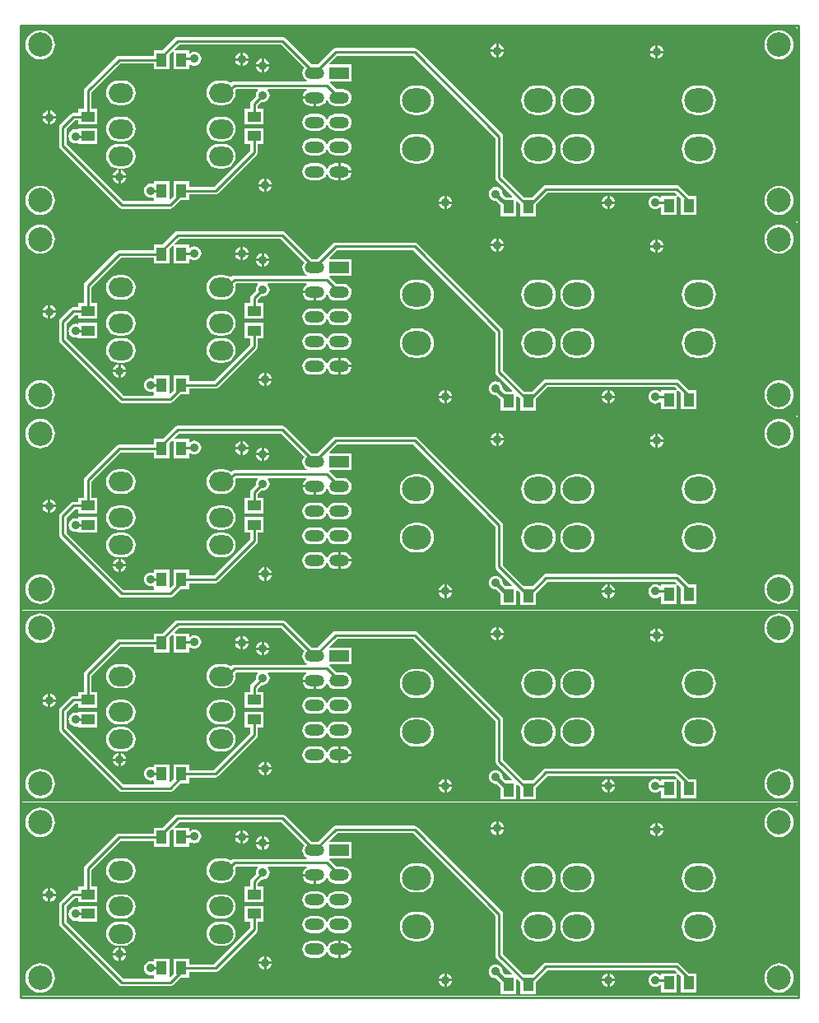
<source format=gtl>
G04 Layer_Physical_Order=1*
G04 Layer_Color=255*
%FSLAX24Y24*%
%MOIN*%
G70*
G01*
G75*
%ADD10C,0.0100*%
%ADD11R,0.0433X0.0571*%
%ADD12R,0.0571X0.0433*%
%ADD13C,0.0150*%
%ADD14R,0.0787X0.0472*%
%ADD15O,0.0787X0.0472*%
%ADD16O,0.1181X0.0984*%
%ADD17O,0.0984X0.0787*%
%ADD18C,0.0354*%
%ADD19C,0.0984*%
G36*
X54100Y19250D02*
Y11550D01*
X22700D01*
Y19300D01*
X54050D01*
X54100Y19250D01*
D02*
G37*
%LPC*%
G36*
X26700Y13523D02*
Y13300D01*
X26923D01*
X26920Y13322D01*
X26892Y13390D01*
X26848Y13448D01*
X26790Y13492D01*
X26722Y13520D01*
X26700Y13523D01*
D02*
G37*
G36*
X35707Y13789D02*
X35600D01*
Y13500D01*
X36040D01*
X36035Y13538D01*
X36001Y13620D01*
X35947Y13690D01*
X35877Y13744D01*
X35795Y13778D01*
X35707Y13789D01*
D02*
G37*
G36*
X35500D02*
X35393D01*
X35305Y13778D01*
X35223Y13744D01*
X35153Y13690D01*
X35099Y13620D01*
X35077Y13567D01*
X35023D01*
X35001Y13620D01*
X34947Y13690D01*
X34877Y13744D01*
X34795Y13778D01*
X34707Y13789D01*
X34393D01*
X34305Y13778D01*
X34223Y13744D01*
X34153Y13690D01*
X34099Y13620D01*
X34065Y13538D01*
X34053Y13450D01*
X34065Y13362D01*
X34099Y13280D01*
X34153Y13210D01*
X34223Y13156D01*
X34305Y13122D01*
X34393Y13111D01*
X34707D01*
X34795Y13122D01*
X34877Y13156D01*
X34947Y13210D01*
X35001Y13280D01*
X35023Y13333D01*
X35077D01*
X35099Y13280D01*
X35153Y13210D01*
X35223Y13156D01*
X35305Y13122D01*
X35393Y13111D01*
X35500D01*
Y13450D01*
Y13789D01*
D02*
G37*
G36*
X26600Y13523D02*
X26578Y13520D01*
X26510Y13492D01*
X26452Y13448D01*
X26408Y13390D01*
X26380Y13322D01*
X26377Y13300D01*
X26600D01*
Y13523D01*
D02*
G37*
G36*
Y13200D02*
X26377D01*
X26380Y13178D01*
X26408Y13110D01*
X26452Y13052D01*
X26510Y13008D01*
X26578Y12980D01*
X26600Y12977D01*
Y13200D01*
D02*
G37*
G36*
X26923D02*
X26700D01*
Y12977D01*
X26722Y12980D01*
X26790Y13008D01*
X26848Y13052D01*
X26892Y13110D01*
X26920Y13178D01*
X26923Y13200D01*
D02*
G37*
G36*
X36040Y13400D02*
X35600D01*
Y13111D01*
X35707D01*
X35795Y13122D01*
X35877Y13156D01*
X35947Y13210D01*
X36001Y13280D01*
X36035Y13362D01*
X36040Y13400D01*
D02*
G37*
G36*
X26804Y14577D02*
X26607D01*
X26478Y14560D01*
X26358Y14510D01*
X26255Y14431D01*
X26175Y14328D01*
X26126Y14208D01*
X26109Y14079D01*
X26126Y13950D01*
X26175Y13830D01*
X26255Y13727D01*
X26358Y13647D01*
X26478Y13598D01*
X26607Y13581D01*
X26804D01*
X26932Y13598D01*
X27053Y13647D01*
X27156Y13727D01*
X27235Y13830D01*
X27285Y13950D01*
X27301Y14079D01*
X27285Y14208D01*
X27235Y14328D01*
X27156Y14431D01*
X27053Y14510D01*
X26932Y14560D01*
X26804Y14577D01*
D02*
G37*
G36*
X50209Y14969D02*
X50012D01*
X49896Y14958D01*
X49785Y14924D01*
X49682Y14869D01*
X49591Y14795D01*
X49517Y14705D01*
X49463Y14602D01*
X49429Y14490D01*
X49417Y14374D01*
X49429Y14258D01*
X49463Y14146D01*
X49517Y14043D01*
X49591Y13953D01*
X49682Y13879D01*
X49785Y13824D01*
X49896Y13790D01*
X50012Y13779D01*
X50209D01*
X50325Y13790D01*
X50437Y13824D01*
X50540Y13879D01*
X50630Y13953D01*
X50704Y14043D01*
X50759Y14146D01*
X50793Y14258D01*
X50804Y14374D01*
X50793Y14490D01*
X50759Y14602D01*
X50704Y14705D01*
X50630Y14795D01*
X50540Y14869D01*
X50437Y14924D01*
X50325Y14958D01*
X50209Y14969D01*
D02*
G37*
G36*
X35707Y14789D02*
X35393D01*
X35305Y14778D01*
X35223Y14744D01*
X35153Y14690D01*
X35099Y14620D01*
X35077Y14567D01*
X35023D01*
X35001Y14620D01*
X34947Y14690D01*
X34877Y14744D01*
X34795Y14778D01*
X34707Y14789D01*
X34393D01*
X34305Y14778D01*
X34223Y14744D01*
X34153Y14690D01*
X34099Y14620D01*
X34065Y14538D01*
X34053Y14450D01*
X34065Y14362D01*
X34099Y14280D01*
X34153Y14210D01*
X34223Y14156D01*
X34305Y14122D01*
X34393Y14111D01*
X34707D01*
X34795Y14122D01*
X34877Y14156D01*
X34947Y14210D01*
X35001Y14280D01*
X35023Y14333D01*
X35077D01*
X35099Y14280D01*
X35153Y14210D01*
X35223Y14156D01*
X35305Y14122D01*
X35393Y14111D01*
X35707D01*
X35795Y14122D01*
X35877Y14156D01*
X35947Y14210D01*
X36001Y14280D01*
X36035Y14362D01*
X36047Y14450D01*
X36035Y14538D01*
X36001Y14620D01*
X35947Y14690D01*
X35877Y14744D01*
X35795Y14778D01*
X35707Y14789D01*
D02*
G37*
G36*
X26804Y15679D02*
X26607D01*
X26478Y15662D01*
X26358Y15612D01*
X26255Y15533D01*
X26175Y15430D01*
X26126Y15310D01*
X26109Y15181D01*
X26126Y15052D01*
X26175Y14932D01*
X26255Y14829D01*
X26358Y14750D01*
X26478Y14700D01*
X26607Y14683D01*
X26804D01*
X26932Y14700D01*
X27053Y14750D01*
X27156Y14829D01*
X27235Y14932D01*
X27285Y15052D01*
X27301Y15181D01*
X27285Y15310D01*
X27235Y15430D01*
X27156Y15533D01*
X27053Y15612D01*
X26932Y15662D01*
X26804Y15679D01*
D02*
G37*
G36*
X45288Y14969D02*
X45091D01*
X44975Y14958D01*
X44863Y14924D01*
X44760Y14869D01*
X44670Y14795D01*
X44596Y14705D01*
X44541Y14602D01*
X44507Y14490D01*
X44496Y14374D01*
X44507Y14258D01*
X44541Y14146D01*
X44596Y14043D01*
X44670Y13953D01*
X44760Y13879D01*
X44863Y13824D01*
X44975Y13790D01*
X45091Y13779D01*
X45288D01*
X45404Y13790D01*
X45515Y13824D01*
X45618Y13879D01*
X45709Y13953D01*
X45783Y14043D01*
X45837Y14146D01*
X45871Y14258D01*
X45883Y14374D01*
X45871Y14490D01*
X45837Y14602D01*
X45783Y14705D01*
X45709Y14795D01*
X45618Y14869D01*
X45515Y14924D01*
X45404Y14958D01*
X45288Y14969D01*
D02*
G37*
G36*
X30859Y14577D02*
X30662D01*
X30533Y14560D01*
X30413Y14510D01*
X30310Y14431D01*
X30231Y14328D01*
X30181Y14208D01*
X30164Y14079D01*
X30181Y13950D01*
X30231Y13830D01*
X30310Y13727D01*
X30413Y13647D01*
X30533Y13598D01*
X30662Y13581D01*
X30859D01*
X30988Y13598D01*
X31108Y13647D01*
X31211Y13727D01*
X31290Y13830D01*
X31340Y13950D01*
X31357Y14079D01*
X31340Y14208D01*
X31290Y14328D01*
X31211Y14431D01*
X31108Y14510D01*
X30988Y14560D01*
X30859Y14577D01*
D02*
G37*
G36*
X38792Y14969D02*
X38595D01*
X38479Y14958D01*
X38367Y14924D01*
X38264Y14869D01*
X38174Y14795D01*
X38100Y14705D01*
X38045Y14602D01*
X38011Y14490D01*
X38000Y14374D01*
X38011Y14258D01*
X38045Y14146D01*
X38100Y14043D01*
X38174Y13953D01*
X38264Y13879D01*
X38367Y13824D01*
X38479Y13790D01*
X38595Y13779D01*
X38792D01*
X38908Y13790D01*
X39019Y13824D01*
X39122Y13879D01*
X39212Y13953D01*
X39286Y14043D01*
X39341Y14146D01*
X39375Y14258D01*
X39387Y14374D01*
X39375Y14490D01*
X39341Y14602D01*
X39286Y14705D01*
X39212Y14795D01*
X39122Y14869D01*
X39019Y14924D01*
X38908Y14958D01*
X38792Y14969D01*
D02*
G37*
G36*
X43713D02*
X43516D01*
X43400Y14958D01*
X43288Y14924D01*
X43186Y14869D01*
X43095Y14795D01*
X43021Y14705D01*
X42966Y14602D01*
X42933Y14490D01*
X42921Y14374D01*
X42933Y14258D01*
X42966Y14146D01*
X43021Y14043D01*
X43095Y13953D01*
X43186Y13879D01*
X43288Y13824D01*
X43400Y13790D01*
X43516Y13779D01*
X43713D01*
X43829Y13790D01*
X43941Y13824D01*
X44044Y13879D01*
X44134Y13953D01*
X44208Y14043D01*
X44263Y14146D01*
X44297Y14258D01*
X44308Y14374D01*
X44297Y14490D01*
X44263Y14602D01*
X44208Y14705D01*
X44134Y14795D01*
X44044Y14869D01*
X43941Y14924D01*
X43829Y14958D01*
X43713Y14969D01*
D02*
G37*
G36*
X46400Y12150D02*
X46177D01*
X46180Y12128D01*
X46208Y12060D01*
X46252Y12002D01*
X46310Y11958D01*
X46378Y11930D01*
X46400Y11927D01*
Y12150D01*
D02*
G37*
G36*
X46723D02*
X46500D01*
Y11927D01*
X46522Y11930D01*
X46590Y11958D01*
X46648Y12002D01*
X46692Y12060D01*
X46720Y12128D01*
X46723Y12150D01*
D02*
G37*
G36*
X39800Y12473D02*
X39778Y12470D01*
X39710Y12442D01*
X39652Y12398D01*
X39608Y12340D01*
X39580Y12272D01*
X39577Y12250D01*
X39800D01*
Y12473D01*
D02*
G37*
G36*
X40123Y12150D02*
X39900D01*
Y11927D01*
X39922Y11930D01*
X39990Y11958D01*
X40048Y12002D01*
X40092Y12060D01*
X40120Y12128D01*
X40123Y12150D01*
D02*
G37*
G36*
X23437Y12882D02*
X23321Y12871D01*
X23210Y12837D01*
X23107Y12782D01*
X23017Y12708D01*
X22943Y12618D01*
X22888Y12515D01*
X22854Y12403D01*
X22842Y12287D01*
X22854Y12171D01*
X22888Y12060D01*
X22943Y11957D01*
X23017Y11867D01*
X23107Y11793D01*
X23210Y11738D01*
X23321Y11704D01*
X23437Y11692D01*
X23553Y11704D01*
X23665Y11738D01*
X23768Y11793D01*
X23858Y11867D01*
X23932Y11957D01*
X23987Y12060D01*
X24021Y12171D01*
X24032Y12287D01*
X24021Y12403D01*
X23987Y12515D01*
X23932Y12618D01*
X23858Y12708D01*
X23768Y12782D01*
X23665Y12837D01*
X23553Y12871D01*
X23437Y12882D01*
D02*
G37*
G36*
X53359D02*
X53243Y12871D01*
X53131Y12837D01*
X53028Y12782D01*
X52938Y12708D01*
X52864Y12618D01*
X52809Y12515D01*
X52775Y12403D01*
X52764Y12287D01*
X52775Y12171D01*
X52809Y12060D01*
X52864Y11957D01*
X52938Y11867D01*
X53028Y11793D01*
X53131Y11738D01*
X53243Y11704D01*
X53359Y11692D01*
X53475Y11704D01*
X53586Y11738D01*
X53689Y11793D01*
X53779Y11867D01*
X53853Y11957D01*
X53908Y12060D01*
X53942Y12171D01*
X53954Y12287D01*
X53942Y12403D01*
X53908Y12515D01*
X53853Y12618D01*
X53779Y12708D01*
X53689Y12782D01*
X53586Y12837D01*
X53475Y12871D01*
X53359Y12882D01*
D02*
G37*
G36*
X39800Y12150D02*
X39577D01*
X39580Y12128D01*
X39608Y12060D01*
X39652Y12002D01*
X39710Y11958D01*
X39778Y11930D01*
X39800Y11927D01*
Y12150D01*
D02*
G37*
G36*
X39900Y12473D02*
Y12250D01*
X40123D01*
X40120Y12272D01*
X40092Y12340D01*
X40048Y12398D01*
X39990Y12442D01*
X39922Y12470D01*
X39900Y12473D01*
D02*
G37*
G36*
X32823Y12850D02*
X32600D01*
Y12627D01*
X32622Y12630D01*
X32690Y12658D01*
X32748Y12702D01*
X32792Y12760D01*
X32820Y12828D01*
X32823Y12850D01*
D02*
G37*
G36*
X32500Y13173D02*
X32478Y13170D01*
X32410Y13142D01*
X32352Y13098D01*
X32308Y13040D01*
X32280Y12972D01*
X32277Y12950D01*
X32500D01*
Y13173D01*
D02*
G37*
G36*
X32600D02*
Y12950D01*
X32823D01*
X32820Y12972D01*
X32792Y13040D01*
X32748Y13098D01*
X32690Y13142D01*
X32622Y13170D01*
X32600Y13173D01*
D02*
G37*
G36*
X32500Y12850D02*
X32277D01*
X32280Y12828D01*
X32308Y12760D01*
X32352Y12702D01*
X32410Y12658D01*
X32478Y12630D01*
X32500Y12627D01*
Y12850D01*
D02*
G37*
G36*
X46400Y12473D02*
X46378Y12470D01*
X46310Y12442D01*
X46252Y12398D01*
X46208Y12340D01*
X46180Y12272D01*
X46177Y12250D01*
X46400D01*
Y12473D01*
D02*
G37*
G36*
X46500D02*
Y12250D01*
X46723D01*
X46720Y12272D01*
X46692Y12340D01*
X46648Y12398D01*
X46590Y12442D01*
X46522Y12470D01*
X46500Y12473D01*
D02*
G37*
G36*
X33250Y18903D02*
X29000D01*
X28941Y18891D01*
X28892Y18858D01*
X28400Y18366D01*
X28040D01*
Y18134D01*
X26631D01*
X26572Y18122D01*
X26523Y18089D01*
X25258Y16825D01*
X25225Y16775D01*
X25214Y16717D01*
Y15991D01*
X24981D01*
Y15827D01*
X24774D01*
X24716Y15816D01*
X24666Y15783D01*
X24242Y15358D01*
X24209Y15309D01*
X24197Y15250D01*
Y14500D01*
X24209Y14441D01*
X24242Y14392D01*
X26642Y11992D01*
X26691Y11959D01*
X26750Y11947D01*
X28700D01*
X28759Y11959D01*
X28808Y11992D01*
X29112Y12295D01*
X29460D01*
Y12528D01*
X30531D01*
X30589Y12539D01*
X30639Y12573D01*
X32208Y14142D01*
X32241Y14191D01*
X32253Y14250D01*
Y14570D01*
X32485D01*
Y15204D01*
X31715D01*
Y14570D01*
X31947D01*
Y14313D01*
X30467Y12834D01*
X29460D01*
Y13066D01*
X28827D01*
Y12443D01*
X28723Y12339D01*
X28673Y12360D01*
Y13066D01*
X28040D01*
Y12982D01*
X28000Y12951D01*
X27990Y12951D01*
X27919Y12960D01*
X27847Y12951D01*
X27780Y12923D01*
X27722Y12878D01*
X27677Y12820D01*
X27649Y12753D01*
X27640Y12681D01*
X27649Y12608D01*
X27677Y12541D01*
X27722Y12483D01*
X27780Y12439D01*
X27847Y12411D01*
X27919Y12401D01*
X27990Y12410D01*
X28000Y12411D01*
X28040Y12380D01*
Y12303D01*
X28040Y12295D01*
X28021Y12253D01*
X26813D01*
X24503Y14563D01*
Y15187D01*
X24838Y15521D01*
X24981D01*
Y15358D01*
X25752D01*
Y15991D01*
X25519D01*
Y16653D01*
X26694Y17828D01*
X28040D01*
Y17595D01*
X28673D01*
Y18207D01*
X28781Y18315D01*
X28827Y18296D01*
Y17595D01*
X29460D01*
Y17776D01*
X29510Y17801D01*
X29541Y17777D01*
X29608Y17749D01*
X29681Y17740D01*
X29753Y17749D01*
X29820Y17777D01*
X29878Y17822D01*
X29923Y17880D01*
X29951Y17947D01*
X29960Y18019D01*
X29951Y18092D01*
X29923Y18159D01*
X29878Y18217D01*
X29820Y18261D01*
X29753Y18289D01*
X29681Y18299D01*
X29608Y18289D01*
X29541Y18261D01*
X29510Y18238D01*
X29460Y18262D01*
Y18366D01*
X28898D01*
X28879Y18412D01*
X29063Y18597D01*
X33187D01*
X34127Y17657D01*
X34099Y17620D01*
X34065Y17538D01*
X34053Y17450D01*
X34065Y17362D01*
X34099Y17280D01*
X34153Y17210D01*
X34223Y17156D01*
X34231Y17153D01*
X34221Y17103D01*
X31300D01*
X31241Y17091D01*
X31192Y17058D01*
X31161Y17028D01*
X31108Y17069D01*
X30988Y17119D01*
X30859Y17136D01*
X30662D01*
X30533Y17119D01*
X30413Y17069D01*
X30310Y16990D01*
X30231Y16887D01*
X30181Y16767D01*
X30164Y16638D01*
X30181Y16509D01*
X30231Y16389D01*
X30310Y16286D01*
X30413Y16207D01*
X30533Y16157D01*
X30662Y16140D01*
X30859D01*
X30988Y16157D01*
X31108Y16207D01*
X31211Y16286D01*
X31290Y16389D01*
X31340Y16509D01*
X31357Y16638D01*
X31341Y16756D01*
X31371Y16792D01*
X31377Y16797D01*
X32235D01*
X32251Y16750D01*
X32252Y16747D01*
X32208Y16690D01*
X32180Y16622D01*
X32170Y16550D01*
X32178Y16494D01*
X31992Y16308D01*
X31959Y16259D01*
X31947Y16200D01*
Y15991D01*
X31715D01*
Y15358D01*
X32485D01*
Y15991D01*
X32253D01*
Y16137D01*
X32394Y16278D01*
X32450Y16270D01*
X32522Y16280D01*
X32590Y16308D01*
X32648Y16352D01*
X32692Y16410D01*
X32720Y16478D01*
X32730Y16550D01*
X32720Y16622D01*
X32692Y16690D01*
X32648Y16747D01*
X32649Y16750D01*
X32665Y16797D01*
X34221D01*
X34231Y16747D01*
X34223Y16744D01*
X34153Y16690D01*
X34099Y16620D01*
X34065Y16538D01*
X34060Y16500D01*
X34550D01*
Y16450D01*
X34600D01*
Y16111D01*
X34707D01*
X34795Y16122D01*
X34877Y16156D01*
X34947Y16210D01*
X35001Y16280D01*
X35023Y16333D01*
X35077D01*
X35099Y16280D01*
X35153Y16210D01*
X35223Y16156D01*
X35305Y16122D01*
X35393Y16111D01*
X35707D01*
X35795Y16122D01*
X35877Y16156D01*
X35947Y16210D01*
X36001Y16280D01*
X36035Y16362D01*
X36047Y16450D01*
X36035Y16538D01*
X36001Y16620D01*
X35947Y16690D01*
X35877Y16744D01*
X35795Y16778D01*
X35707Y16789D01*
X35427D01*
X35158Y17058D01*
X35150Y17064D01*
X35165Y17114D01*
X36044D01*
Y17786D01*
X35168D01*
X35149Y17832D01*
X35463Y18147D01*
X38537D01*
X41871Y14812D01*
Y13200D01*
X41883Y13141D01*
X41916Y13092D01*
X42546Y12462D01*
X42527Y12416D01*
X42273D01*
X42163Y12526D01*
X42167Y12550D01*
X42157Y12622D01*
X42129Y12690D01*
X42085Y12748D01*
X42027Y12792D01*
X41959Y12820D01*
X41887Y12830D01*
X41815Y12820D01*
X41747Y12792D01*
X41689Y12748D01*
X41645Y12690D01*
X41617Y12622D01*
X41607Y12550D01*
X41617Y12478D01*
X41645Y12410D01*
X41689Y12352D01*
X41747Y12308D01*
X41815Y12280D01*
X41887Y12270D01*
X41911Y12274D01*
X42090Y12095D01*
Y11645D01*
X42723D01*
Y12220D01*
X42769Y12239D01*
X42877Y12131D01*
Y11645D01*
X43510D01*
Y12131D01*
X43976Y12597D01*
X49137D01*
X49218Y12516D01*
X49197Y12466D01*
X49184Y12466D01*
X48590D01*
Y12425D01*
X48569Y12412D01*
X48540Y12404D01*
X48490Y12442D01*
X48422Y12470D01*
X48350Y12480D01*
X48278Y12470D01*
X48210Y12442D01*
X48152Y12398D01*
X48108Y12340D01*
X48080Y12272D01*
X48070Y12200D01*
X48080Y12128D01*
X48108Y12060D01*
X48152Y12002D01*
X48210Y11958D01*
X48278Y11930D01*
X48350Y11920D01*
X48422Y11930D01*
X48490Y11958D01*
X48540Y11996D01*
X48569Y11988D01*
X48590Y11975D01*
Y11695D01*
X49223D01*
Y12427D01*
X49223Y12440D01*
X49244Y12449D01*
X49273Y12461D01*
X49377Y12357D01*
Y11695D01*
X50010D01*
Y12466D01*
X49700D01*
X49308Y12858D01*
X49259Y12891D01*
X49200Y12903D01*
X43913D01*
X43854Y12891D01*
X43805Y12858D01*
X43363Y12416D01*
X43025D01*
X42177Y13263D01*
Y14876D01*
X42166Y14934D01*
X42133Y14984D01*
X38708Y18408D01*
X38659Y18441D01*
X38600Y18453D01*
X35400D01*
X35341Y18441D01*
X35292Y18408D01*
X34673Y17789D01*
X34427D01*
X33358Y18858D01*
X33309Y18891D01*
X33250Y18903D01*
D02*
G37*
G36*
X30859Y15679D02*
X30662D01*
X30533Y15662D01*
X30413Y15612D01*
X30310Y15533D01*
X30231Y15430D01*
X30181Y15310D01*
X30164Y15181D01*
X30181Y15052D01*
X30231Y14932D01*
X30310Y14829D01*
X30413Y14750D01*
X30533Y14700D01*
X30662Y14683D01*
X30859D01*
X30988Y14700D01*
X31108Y14750D01*
X31211Y14829D01*
X31290Y14932D01*
X31340Y15052D01*
X31357Y15181D01*
X31340Y15310D01*
X31290Y15430D01*
X31211Y15533D01*
X31108Y15612D01*
X30988Y15662D01*
X30859Y15679D01*
D02*
G37*
G36*
X53359Y19182D02*
X53243Y19170D01*
X53131Y19136D01*
X53028Y19081D01*
X52938Y19007D01*
X52864Y18917D01*
X52809Y18814D01*
X52775Y18703D01*
X52764Y18587D01*
X52775Y18471D01*
X52809Y18359D01*
X52864Y18256D01*
X52938Y18166D01*
X53028Y18092D01*
X53131Y18037D01*
X53243Y18003D01*
X53359Y17992D01*
X53475Y18003D01*
X53586Y18037D01*
X53689Y18092D01*
X53779Y18166D01*
X53853Y18256D01*
X53908Y18359D01*
X53942Y18471D01*
X53954Y18587D01*
X53942Y18703D01*
X53908Y18814D01*
X53853Y18917D01*
X53779Y19007D01*
X53689Y19081D01*
X53586Y19136D01*
X53475Y19170D01*
X53359Y19182D01*
D02*
G37*
G36*
X48350Y18250D02*
X48127D01*
X48130Y18228D01*
X48158Y18160D01*
X48202Y18102D01*
X48260Y18058D01*
X48328Y18030D01*
X48350Y18027D01*
Y18250D01*
D02*
G37*
G36*
X48673D02*
X48450D01*
Y18027D01*
X48472Y18030D01*
X48540Y18058D01*
X48598Y18102D01*
X48642Y18160D01*
X48670Y18228D01*
X48673Y18250D01*
D02*
G37*
G36*
X23437Y19182D02*
X23321Y19170D01*
X23210Y19136D01*
X23107Y19081D01*
X23017Y19007D01*
X22943Y18917D01*
X22888Y18814D01*
X22854Y18703D01*
X22842Y18587D01*
X22854Y18471D01*
X22888Y18359D01*
X22943Y18256D01*
X23017Y18166D01*
X23107Y18092D01*
X23210Y18037D01*
X23321Y18003D01*
X23437Y17992D01*
X23553Y18003D01*
X23665Y18037D01*
X23768Y18092D01*
X23858Y18166D01*
X23932Y18256D01*
X23987Y18359D01*
X24021Y18471D01*
X24032Y18587D01*
X24021Y18703D01*
X23987Y18814D01*
X23932Y18917D01*
X23858Y19007D01*
X23768Y19081D01*
X23665Y19136D01*
X23553Y19170D01*
X23437Y19182D01*
D02*
G37*
G36*
X31873Y17950D02*
X31650D01*
Y17727D01*
X31672Y17730D01*
X31740Y17758D01*
X31798Y17802D01*
X31842Y17860D01*
X31870Y17928D01*
X31873Y17950D01*
D02*
G37*
G36*
X32400Y18023D02*
X32378Y18020D01*
X32310Y17992D01*
X32252Y17948D01*
X32208Y17890D01*
X32180Y17822D01*
X32177Y17800D01*
X32400D01*
Y18023D01*
D02*
G37*
G36*
X32500D02*
Y17800D01*
X32723D01*
X32720Y17822D01*
X32692Y17890D01*
X32648Y17948D01*
X32590Y17992D01*
X32522Y18020D01*
X32500Y18023D01*
D02*
G37*
G36*
X31550Y18273D02*
X31528Y18270D01*
X31460Y18242D01*
X31402Y18198D01*
X31358Y18140D01*
X31330Y18072D01*
X31327Y18050D01*
X31550D01*
Y18273D01*
D02*
G37*
G36*
X48450Y18573D02*
Y18350D01*
X48673D01*
X48670Y18372D01*
X48642Y18440D01*
X48598Y18498D01*
X48540Y18542D01*
X48472Y18570D01*
X48450Y18573D01*
D02*
G37*
G36*
X41900Y18623D02*
X41878Y18620D01*
X41810Y18592D01*
X41752Y18548D01*
X41708Y18490D01*
X41680Y18422D01*
X41677Y18400D01*
X41900D01*
Y18623D01*
D02*
G37*
G36*
X42000D02*
Y18400D01*
X42223D01*
X42220Y18422D01*
X42192Y18490D01*
X42148Y18548D01*
X42090Y18592D01*
X42022Y18620D01*
X42000Y18623D01*
D02*
G37*
G36*
X48350Y18573D02*
X48328Y18570D01*
X48260Y18542D01*
X48202Y18498D01*
X48158Y18440D01*
X48130Y18372D01*
X48127Y18350D01*
X48350D01*
Y18573D01*
D02*
G37*
G36*
X31650Y18273D02*
Y18050D01*
X31873D01*
X31870Y18072D01*
X31842Y18140D01*
X31798Y18198D01*
X31740Y18242D01*
X31672Y18270D01*
X31650Y18273D01*
D02*
G37*
G36*
X41900Y18300D02*
X41677D01*
X41680Y18278D01*
X41708Y18210D01*
X41752Y18152D01*
X41810Y18108D01*
X41878Y18080D01*
X41900Y18077D01*
Y18300D01*
D02*
G37*
G36*
X42223D02*
X42000D01*
Y18077D01*
X42022Y18080D01*
X42090Y18108D01*
X42148Y18152D01*
X42192Y18210D01*
X42220Y18278D01*
X42223Y18300D01*
D02*
G37*
G36*
X23850Y15923D02*
Y15700D01*
X24073D01*
X24070Y15722D01*
X24042Y15790D01*
X23998Y15848D01*
X23940Y15892D01*
X23872Y15920D01*
X23850Y15923D01*
D02*
G37*
G36*
X23750D02*
X23728Y15920D01*
X23660Y15892D01*
X23602Y15848D01*
X23558Y15790D01*
X23530Y15722D01*
X23527Y15700D01*
X23750D01*
Y15923D01*
D02*
G37*
G36*
X43713Y16938D02*
X43516D01*
X43400Y16926D01*
X43288Y16892D01*
X43186Y16837D01*
X43095Y16763D01*
X43021Y16673D01*
X42966Y16570D01*
X42933Y16459D01*
X42921Y16343D01*
X42933Y16226D01*
X42966Y16115D01*
X43021Y16012D01*
X43095Y15922D01*
X43186Y15848D01*
X43288Y15793D01*
X43400Y15759D01*
X43516Y15748D01*
X43713D01*
X43829Y15759D01*
X43941Y15793D01*
X44044Y15848D01*
X44134Y15922D01*
X44208Y16012D01*
X44263Y16115D01*
X44297Y16226D01*
X44308Y16343D01*
X44297Y16459D01*
X44263Y16570D01*
X44208Y16673D01*
X44134Y16763D01*
X44044Y16837D01*
X43941Y16892D01*
X43829Y16926D01*
X43713Y16938D01*
D02*
G37*
G36*
X38792D02*
X38595D01*
X38479Y16926D01*
X38367Y16892D01*
X38264Y16837D01*
X38174Y16763D01*
X38100Y16673D01*
X38045Y16570D01*
X38011Y16459D01*
X38000Y16343D01*
X38011Y16226D01*
X38045Y16115D01*
X38100Y16012D01*
X38174Y15922D01*
X38264Y15848D01*
X38367Y15793D01*
X38479Y15759D01*
X38595Y15748D01*
X38792D01*
X38908Y15759D01*
X39019Y15793D01*
X39122Y15848D01*
X39212Y15922D01*
X39286Y16012D01*
X39341Y16115D01*
X39375Y16226D01*
X39387Y16343D01*
X39375Y16459D01*
X39341Y16570D01*
X39286Y16673D01*
X39212Y16763D01*
X39122Y16837D01*
X39019Y16892D01*
X38908Y16926D01*
X38792Y16938D01*
D02*
G37*
G36*
X23750Y15600D02*
X23527D01*
X23530Y15578D01*
X23558Y15510D01*
X23602Y15452D01*
X23660Y15408D01*
X23728Y15380D01*
X23750Y15377D01*
Y15600D01*
D02*
G37*
G36*
X25752Y15204D02*
X24981D01*
Y15178D01*
X24950Y15157D01*
X24931Y15152D01*
X24865Y15160D01*
X24793Y15151D01*
X24725Y15123D01*
X24667Y15078D01*
X24623Y15020D01*
X24595Y14953D01*
X24585Y14881D01*
X24595Y14808D01*
X24623Y14741D01*
X24667Y14683D01*
X24725Y14639D01*
X24793Y14611D01*
X24865Y14601D01*
X24931Y14610D01*
X24950Y14604D01*
X24981Y14584D01*
Y14570D01*
X25752D01*
Y15204D01*
D02*
G37*
G36*
X35707Y15789D02*
X35393D01*
X35305Y15778D01*
X35223Y15744D01*
X35153Y15690D01*
X35099Y15620D01*
X35077Y15567D01*
X35023D01*
X35001Y15620D01*
X34947Y15690D01*
X34877Y15744D01*
X34795Y15778D01*
X34707Y15789D01*
X34393D01*
X34305Y15778D01*
X34223Y15744D01*
X34153Y15690D01*
X34099Y15620D01*
X34065Y15538D01*
X34053Y15450D01*
X34065Y15362D01*
X34099Y15280D01*
X34153Y15210D01*
X34223Y15156D01*
X34305Y15122D01*
X34393Y15111D01*
X34707D01*
X34795Y15122D01*
X34877Y15156D01*
X34947Y15210D01*
X35001Y15280D01*
X35023Y15333D01*
X35077D01*
X35099Y15280D01*
X35153Y15210D01*
X35223Y15156D01*
X35305Y15122D01*
X35393Y15111D01*
X35707D01*
X35795Y15122D01*
X35877Y15156D01*
X35947Y15210D01*
X36001Y15280D01*
X36035Y15362D01*
X36047Y15450D01*
X36035Y15538D01*
X36001Y15620D01*
X35947Y15690D01*
X35877Y15744D01*
X35795Y15778D01*
X35707Y15789D01*
D02*
G37*
G36*
X24073Y15600D02*
X23850D01*
Y15377D01*
X23872Y15380D01*
X23940Y15408D01*
X23998Y15452D01*
X24042Y15510D01*
X24070Y15578D01*
X24073Y15600D01*
D02*
G37*
G36*
X32400Y17700D02*
X32177D01*
X32180Y17678D01*
X32208Y17610D01*
X32252Y17552D01*
X32310Y17508D01*
X32378Y17480D01*
X32400Y17477D01*
Y17700D01*
D02*
G37*
G36*
X32723D02*
X32500D01*
Y17477D01*
X32522Y17480D01*
X32590Y17508D01*
X32648Y17552D01*
X32692Y17610D01*
X32720Y17678D01*
X32723Y17700D01*
D02*
G37*
G36*
X31550Y17950D02*
X31327D01*
X31330Y17928D01*
X31358Y17860D01*
X31402Y17802D01*
X31460Y17758D01*
X31528Y17730D01*
X31550Y17727D01*
Y17950D01*
D02*
G37*
G36*
X26804Y17136D02*
X26607D01*
X26478Y17119D01*
X26358Y17069D01*
X26255Y16990D01*
X26175Y16887D01*
X26126Y16767D01*
X26109Y16638D01*
X26126Y16509D01*
X26175Y16389D01*
X26255Y16286D01*
X26358Y16207D01*
X26478Y16157D01*
X26607Y16140D01*
X26804D01*
X26932Y16157D01*
X27053Y16207D01*
X27156Y16286D01*
X27235Y16389D01*
X27285Y16509D01*
X27301Y16638D01*
X27285Y16767D01*
X27235Y16887D01*
X27156Y16990D01*
X27053Y17069D01*
X26932Y17119D01*
X26804Y17136D01*
D02*
G37*
G36*
X50209Y16938D02*
X50012D01*
X49896Y16926D01*
X49785Y16892D01*
X49682Y16837D01*
X49591Y16763D01*
X49517Y16673D01*
X49463Y16570D01*
X49429Y16459D01*
X49417Y16343D01*
X49429Y16226D01*
X49463Y16115D01*
X49517Y16012D01*
X49591Y15922D01*
X49682Y15848D01*
X49785Y15793D01*
X49896Y15759D01*
X50012Y15748D01*
X50209D01*
X50325Y15759D01*
X50437Y15793D01*
X50540Y15848D01*
X50630Y15922D01*
X50704Y16012D01*
X50759Y16115D01*
X50793Y16226D01*
X50804Y16343D01*
X50793Y16459D01*
X50759Y16570D01*
X50704Y16673D01*
X50630Y16763D01*
X50540Y16837D01*
X50437Y16892D01*
X50325Y16926D01*
X50209Y16938D01*
D02*
G37*
G36*
X45288D02*
X45091D01*
X44975Y16926D01*
X44863Y16892D01*
X44760Y16837D01*
X44670Y16763D01*
X44596Y16673D01*
X44541Y16570D01*
X44507Y16459D01*
X44496Y16343D01*
X44507Y16226D01*
X44541Y16115D01*
X44596Y16012D01*
X44670Y15922D01*
X44760Y15848D01*
X44863Y15793D01*
X44975Y15759D01*
X45091Y15748D01*
X45288D01*
X45404Y15759D01*
X45515Y15793D01*
X45618Y15848D01*
X45709Y15922D01*
X45783Y16012D01*
X45837Y16115D01*
X45871Y16226D01*
X45883Y16343D01*
X45871Y16459D01*
X45837Y16570D01*
X45783Y16673D01*
X45709Y16763D01*
X45618Y16837D01*
X45515Y16892D01*
X45404Y16926D01*
X45288Y16938D01*
D02*
G37*
G36*
X34500Y16400D02*
X34060D01*
X34065Y16362D01*
X34099Y16280D01*
X34153Y16210D01*
X34223Y16156D01*
X34305Y16122D01*
X34393Y16111D01*
X34500D01*
Y16400D01*
D02*
G37*
%LPD*%
G36*
X28450Y18050D02*
Y17950D01*
X28400Y18100D01*
X28450Y18050D01*
D02*
G37*
G36*
X54100Y27124D02*
Y19424D01*
X22700D01*
Y27174D01*
X54050D01*
X54100Y27124D01*
D02*
G37*
%LPC*%
G36*
X26700Y21397D02*
Y21174D01*
X26923D01*
X26920Y21196D01*
X26892Y21264D01*
X26848Y21322D01*
X26790Y21366D01*
X26722Y21394D01*
X26700Y21397D01*
D02*
G37*
G36*
X35707Y21663D02*
X35600D01*
Y21374D01*
X36040D01*
X36035Y21412D01*
X36001Y21494D01*
X35947Y21564D01*
X35877Y21618D01*
X35795Y21652D01*
X35707Y21663D01*
D02*
G37*
G36*
X35500D02*
X35393D01*
X35305Y21652D01*
X35223Y21618D01*
X35153Y21564D01*
X35099Y21494D01*
X35077Y21441D01*
X35023D01*
X35001Y21494D01*
X34947Y21564D01*
X34877Y21618D01*
X34795Y21652D01*
X34707Y21663D01*
X34393D01*
X34305Y21652D01*
X34223Y21618D01*
X34153Y21564D01*
X34099Y21494D01*
X34065Y21412D01*
X34053Y21324D01*
X34065Y21236D01*
X34099Y21154D01*
X34153Y21084D01*
X34223Y21030D01*
X34305Y20996D01*
X34393Y20985D01*
X34707D01*
X34795Y20996D01*
X34877Y21030D01*
X34947Y21084D01*
X35001Y21154D01*
X35023Y21207D01*
X35077D01*
X35099Y21154D01*
X35153Y21084D01*
X35223Y21030D01*
X35305Y20996D01*
X35393Y20985D01*
X35500D01*
Y21324D01*
Y21663D01*
D02*
G37*
G36*
X26600Y21397D02*
X26578Y21394D01*
X26510Y21366D01*
X26452Y21322D01*
X26408Y21264D01*
X26380Y21196D01*
X26377Y21174D01*
X26600D01*
Y21397D01*
D02*
G37*
G36*
Y21074D02*
X26377D01*
X26380Y21052D01*
X26408Y20984D01*
X26452Y20926D01*
X26510Y20882D01*
X26578Y20854D01*
X26600Y20851D01*
Y21074D01*
D02*
G37*
G36*
X26923D02*
X26700D01*
Y20851D01*
X26722Y20854D01*
X26790Y20882D01*
X26848Y20926D01*
X26892Y20984D01*
X26920Y21052D01*
X26923Y21074D01*
D02*
G37*
G36*
X36040Y21274D02*
X35600D01*
Y20985D01*
X35707D01*
X35795Y20996D01*
X35877Y21030D01*
X35947Y21084D01*
X36001Y21154D01*
X36035Y21236D01*
X36040Y21274D01*
D02*
G37*
G36*
X26804Y22451D02*
X26607D01*
X26478Y22434D01*
X26358Y22384D01*
X26255Y22305D01*
X26175Y22202D01*
X26126Y22082D01*
X26109Y21953D01*
X26126Y21824D01*
X26175Y21704D01*
X26255Y21601D01*
X26358Y21522D01*
X26478Y21472D01*
X26607Y21455D01*
X26804D01*
X26932Y21472D01*
X27053Y21522D01*
X27156Y21601D01*
X27235Y21704D01*
X27285Y21824D01*
X27301Y21953D01*
X27285Y22082D01*
X27235Y22202D01*
X27156Y22305D01*
X27053Y22384D01*
X26932Y22434D01*
X26804Y22451D01*
D02*
G37*
G36*
X50209Y22843D02*
X50012D01*
X49896Y22832D01*
X49785Y22798D01*
X49682Y22743D01*
X49591Y22669D01*
X49517Y22579D01*
X49463Y22476D01*
X49429Y22364D01*
X49417Y22248D01*
X49429Y22132D01*
X49463Y22020D01*
X49517Y21917D01*
X49591Y21827D01*
X49682Y21753D01*
X49785Y21698D01*
X49896Y21664D01*
X50012Y21653D01*
X50209D01*
X50325Y21664D01*
X50437Y21698D01*
X50540Y21753D01*
X50630Y21827D01*
X50704Y21917D01*
X50759Y22020D01*
X50793Y22132D01*
X50804Y22248D01*
X50793Y22364D01*
X50759Y22476D01*
X50704Y22579D01*
X50630Y22669D01*
X50540Y22743D01*
X50437Y22798D01*
X50325Y22832D01*
X50209Y22843D01*
D02*
G37*
G36*
X35707Y22663D02*
X35393D01*
X35305Y22652D01*
X35223Y22618D01*
X35153Y22564D01*
X35099Y22494D01*
X35077Y22441D01*
X35023D01*
X35001Y22494D01*
X34947Y22564D01*
X34877Y22618D01*
X34795Y22652D01*
X34707Y22663D01*
X34393D01*
X34305Y22652D01*
X34223Y22618D01*
X34153Y22564D01*
X34099Y22494D01*
X34065Y22412D01*
X34053Y22324D01*
X34065Y22236D01*
X34099Y22154D01*
X34153Y22084D01*
X34223Y22030D01*
X34305Y21996D01*
X34393Y21985D01*
X34707D01*
X34795Y21996D01*
X34877Y22030D01*
X34947Y22084D01*
X35001Y22154D01*
X35023Y22207D01*
X35077D01*
X35099Y22154D01*
X35153Y22084D01*
X35223Y22030D01*
X35305Y21996D01*
X35393Y21985D01*
X35707D01*
X35795Y21996D01*
X35877Y22030D01*
X35947Y22084D01*
X36001Y22154D01*
X36035Y22236D01*
X36047Y22324D01*
X36035Y22412D01*
X36001Y22494D01*
X35947Y22564D01*
X35877Y22618D01*
X35795Y22652D01*
X35707Y22663D01*
D02*
G37*
G36*
X26804Y23553D02*
X26607D01*
X26478Y23536D01*
X26358Y23486D01*
X26255Y23407D01*
X26175Y23304D01*
X26126Y23184D01*
X26109Y23055D01*
X26126Y22926D01*
X26175Y22806D01*
X26255Y22703D01*
X26358Y22624D01*
X26478Y22574D01*
X26607Y22557D01*
X26804D01*
X26932Y22574D01*
X27053Y22624D01*
X27156Y22703D01*
X27235Y22806D01*
X27285Y22926D01*
X27301Y23055D01*
X27285Y23184D01*
X27235Y23304D01*
X27156Y23407D01*
X27053Y23486D01*
X26932Y23536D01*
X26804Y23553D01*
D02*
G37*
G36*
X45288Y22843D02*
X45091D01*
X44975Y22832D01*
X44863Y22798D01*
X44760Y22743D01*
X44670Y22669D01*
X44596Y22579D01*
X44541Y22476D01*
X44507Y22364D01*
X44496Y22248D01*
X44507Y22132D01*
X44541Y22020D01*
X44596Y21917D01*
X44670Y21827D01*
X44760Y21753D01*
X44863Y21698D01*
X44975Y21664D01*
X45091Y21653D01*
X45288D01*
X45404Y21664D01*
X45515Y21698D01*
X45618Y21753D01*
X45709Y21827D01*
X45783Y21917D01*
X45837Y22020D01*
X45871Y22132D01*
X45883Y22248D01*
X45871Y22364D01*
X45837Y22476D01*
X45783Y22579D01*
X45709Y22669D01*
X45618Y22743D01*
X45515Y22798D01*
X45404Y22832D01*
X45288Y22843D01*
D02*
G37*
G36*
X30859Y22451D02*
X30662D01*
X30533Y22434D01*
X30413Y22384D01*
X30310Y22305D01*
X30231Y22202D01*
X30181Y22082D01*
X30164Y21953D01*
X30181Y21824D01*
X30231Y21704D01*
X30310Y21601D01*
X30413Y21522D01*
X30533Y21472D01*
X30662Y21455D01*
X30859D01*
X30988Y21472D01*
X31108Y21522D01*
X31211Y21601D01*
X31290Y21704D01*
X31340Y21824D01*
X31357Y21953D01*
X31340Y22082D01*
X31290Y22202D01*
X31211Y22305D01*
X31108Y22384D01*
X30988Y22434D01*
X30859Y22451D01*
D02*
G37*
G36*
X38792Y22843D02*
X38595D01*
X38479Y22832D01*
X38367Y22798D01*
X38264Y22743D01*
X38174Y22669D01*
X38100Y22579D01*
X38045Y22476D01*
X38011Y22364D01*
X38000Y22248D01*
X38011Y22132D01*
X38045Y22020D01*
X38100Y21917D01*
X38174Y21827D01*
X38264Y21753D01*
X38367Y21698D01*
X38479Y21664D01*
X38595Y21653D01*
X38792D01*
X38908Y21664D01*
X39019Y21698D01*
X39122Y21753D01*
X39212Y21827D01*
X39286Y21917D01*
X39341Y22020D01*
X39375Y22132D01*
X39387Y22248D01*
X39375Y22364D01*
X39341Y22476D01*
X39286Y22579D01*
X39212Y22669D01*
X39122Y22743D01*
X39019Y22798D01*
X38908Y22832D01*
X38792Y22843D01*
D02*
G37*
G36*
X43713D02*
X43516D01*
X43400Y22832D01*
X43288Y22798D01*
X43186Y22743D01*
X43095Y22669D01*
X43021Y22579D01*
X42966Y22476D01*
X42933Y22364D01*
X42921Y22248D01*
X42933Y22132D01*
X42966Y22020D01*
X43021Y21917D01*
X43095Y21827D01*
X43186Y21753D01*
X43288Y21698D01*
X43400Y21664D01*
X43516Y21653D01*
X43713D01*
X43829Y21664D01*
X43941Y21698D01*
X44044Y21753D01*
X44134Y21827D01*
X44208Y21917D01*
X44263Y22020D01*
X44297Y22132D01*
X44308Y22248D01*
X44297Y22364D01*
X44263Y22476D01*
X44208Y22579D01*
X44134Y22669D01*
X44044Y22743D01*
X43941Y22798D01*
X43829Y22832D01*
X43713Y22843D01*
D02*
G37*
G36*
X46400Y20024D02*
X46177D01*
X46180Y20002D01*
X46208Y19934D01*
X46252Y19876D01*
X46310Y19832D01*
X46378Y19804D01*
X46400Y19801D01*
Y20024D01*
D02*
G37*
G36*
X46723D02*
X46500D01*
Y19801D01*
X46522Y19804D01*
X46590Y19832D01*
X46648Y19876D01*
X46692Y19934D01*
X46720Y20002D01*
X46723Y20024D01*
D02*
G37*
G36*
X39800Y20347D02*
X39778Y20344D01*
X39710Y20316D01*
X39652Y20272D01*
X39608Y20214D01*
X39580Y20146D01*
X39577Y20124D01*
X39800D01*
Y20347D01*
D02*
G37*
G36*
X40123Y20024D02*
X39900D01*
Y19801D01*
X39922Y19804D01*
X39990Y19832D01*
X40048Y19876D01*
X40092Y19934D01*
X40120Y20002D01*
X40123Y20024D01*
D02*
G37*
G36*
X23437Y20756D02*
X23321Y20745D01*
X23210Y20711D01*
X23107Y20656D01*
X23017Y20582D01*
X22943Y20492D01*
X22888Y20389D01*
X22854Y20277D01*
X22842Y20161D01*
X22854Y20045D01*
X22888Y19934D01*
X22943Y19831D01*
X23017Y19741D01*
X23107Y19667D01*
X23210Y19612D01*
X23321Y19578D01*
X23437Y19566D01*
X23553Y19578D01*
X23665Y19612D01*
X23768Y19667D01*
X23858Y19741D01*
X23932Y19831D01*
X23987Y19934D01*
X24021Y20045D01*
X24032Y20161D01*
X24021Y20277D01*
X23987Y20389D01*
X23932Y20492D01*
X23858Y20582D01*
X23768Y20656D01*
X23665Y20711D01*
X23553Y20745D01*
X23437Y20756D01*
D02*
G37*
G36*
X53359D02*
X53243Y20745D01*
X53131Y20711D01*
X53028Y20656D01*
X52938Y20582D01*
X52864Y20492D01*
X52809Y20389D01*
X52775Y20277D01*
X52764Y20161D01*
X52775Y20045D01*
X52809Y19934D01*
X52864Y19831D01*
X52938Y19741D01*
X53028Y19667D01*
X53131Y19612D01*
X53243Y19578D01*
X53359Y19566D01*
X53475Y19578D01*
X53586Y19612D01*
X53689Y19667D01*
X53779Y19741D01*
X53853Y19831D01*
X53908Y19934D01*
X53942Y20045D01*
X53954Y20161D01*
X53942Y20277D01*
X53908Y20389D01*
X53853Y20492D01*
X53779Y20582D01*
X53689Y20656D01*
X53586Y20711D01*
X53475Y20745D01*
X53359Y20756D01*
D02*
G37*
G36*
X39800Y20024D02*
X39577D01*
X39580Y20002D01*
X39608Y19934D01*
X39652Y19876D01*
X39710Y19832D01*
X39778Y19804D01*
X39800Y19801D01*
Y20024D01*
D02*
G37*
G36*
X39900Y20347D02*
Y20124D01*
X40123D01*
X40120Y20146D01*
X40092Y20214D01*
X40048Y20272D01*
X39990Y20316D01*
X39922Y20344D01*
X39900Y20347D01*
D02*
G37*
G36*
X32823Y20724D02*
X32600D01*
Y20501D01*
X32622Y20504D01*
X32690Y20532D01*
X32748Y20576D01*
X32792Y20634D01*
X32820Y20702D01*
X32823Y20724D01*
D02*
G37*
G36*
X32500Y21047D02*
X32478Y21044D01*
X32410Y21016D01*
X32352Y20972D01*
X32308Y20914D01*
X32280Y20846D01*
X32277Y20824D01*
X32500D01*
Y21047D01*
D02*
G37*
G36*
X32600D02*
Y20824D01*
X32823D01*
X32820Y20846D01*
X32792Y20914D01*
X32748Y20972D01*
X32690Y21016D01*
X32622Y21044D01*
X32600Y21047D01*
D02*
G37*
G36*
X32500Y20724D02*
X32277D01*
X32280Y20702D01*
X32308Y20634D01*
X32352Y20576D01*
X32410Y20532D01*
X32478Y20504D01*
X32500Y20501D01*
Y20724D01*
D02*
G37*
G36*
X46400Y20347D02*
X46378Y20344D01*
X46310Y20316D01*
X46252Y20272D01*
X46208Y20214D01*
X46180Y20146D01*
X46177Y20124D01*
X46400D01*
Y20347D01*
D02*
G37*
G36*
X46500D02*
Y20124D01*
X46723D01*
X46720Y20146D01*
X46692Y20214D01*
X46648Y20272D01*
X46590Y20316D01*
X46522Y20344D01*
X46500Y20347D01*
D02*
G37*
G36*
X33250Y26777D02*
X29000D01*
X28941Y26765D01*
X28892Y26732D01*
X28400Y26240D01*
X28040D01*
Y26008D01*
X26631D01*
X26572Y25996D01*
X26523Y25963D01*
X25258Y24699D01*
X25225Y24649D01*
X25214Y24591D01*
Y23865D01*
X24981D01*
Y23701D01*
X24774D01*
X24716Y23690D01*
X24666Y23657D01*
X24242Y23232D01*
X24209Y23183D01*
X24197Y23124D01*
Y22374D01*
X24209Y22315D01*
X24242Y22266D01*
X26642Y19866D01*
X26691Y19833D01*
X26750Y19821D01*
X28700D01*
X28759Y19833D01*
X28808Y19866D01*
X29112Y20169D01*
X29460D01*
Y20402D01*
X30531D01*
X30589Y20413D01*
X30639Y20447D01*
X32208Y22016D01*
X32241Y22065D01*
X32253Y22124D01*
Y22444D01*
X32485D01*
Y23078D01*
X31715D01*
Y22444D01*
X31947D01*
Y22187D01*
X30467Y20708D01*
X29460D01*
Y20940D01*
X28827D01*
Y20317D01*
X28723Y20213D01*
X28673Y20234D01*
Y20940D01*
X28040D01*
Y20856D01*
X28000Y20825D01*
X27990Y20825D01*
X27919Y20834D01*
X27847Y20825D01*
X27780Y20797D01*
X27722Y20752D01*
X27677Y20694D01*
X27649Y20627D01*
X27640Y20555D01*
X27649Y20482D01*
X27677Y20415D01*
X27722Y20357D01*
X27780Y20313D01*
X27847Y20285D01*
X27919Y20275D01*
X27990Y20284D01*
X28000Y20285D01*
X28040Y20254D01*
Y20177D01*
X28040Y20169D01*
X28021Y20127D01*
X26813D01*
X24503Y22437D01*
Y23061D01*
X24838Y23395D01*
X24981D01*
Y23232D01*
X25752D01*
Y23865D01*
X25519D01*
Y24527D01*
X26694Y25702D01*
X28040D01*
Y25469D01*
X28673D01*
Y26081D01*
X28781Y26189D01*
X28827Y26170D01*
Y25469D01*
X29460D01*
Y25650D01*
X29510Y25675D01*
X29541Y25651D01*
X29608Y25623D01*
X29681Y25614D01*
X29753Y25623D01*
X29820Y25651D01*
X29878Y25696D01*
X29923Y25754D01*
X29951Y25821D01*
X29960Y25893D01*
X29951Y25966D01*
X29923Y26033D01*
X29878Y26091D01*
X29820Y26135D01*
X29753Y26163D01*
X29681Y26173D01*
X29608Y26163D01*
X29541Y26135D01*
X29510Y26112D01*
X29460Y26137D01*
Y26240D01*
X28898D01*
X28879Y26286D01*
X29063Y26471D01*
X33187D01*
X34127Y25531D01*
X34099Y25494D01*
X34065Y25412D01*
X34053Y25324D01*
X34065Y25236D01*
X34099Y25154D01*
X34153Y25084D01*
X34223Y25030D01*
X34231Y25027D01*
X34221Y24977D01*
X31300D01*
X31241Y24965D01*
X31192Y24932D01*
X31161Y24902D01*
X31108Y24943D01*
X30988Y24993D01*
X30859Y25010D01*
X30662D01*
X30533Y24993D01*
X30413Y24943D01*
X30310Y24864D01*
X30231Y24761D01*
X30181Y24641D01*
X30164Y24512D01*
X30181Y24383D01*
X30231Y24263D01*
X30310Y24160D01*
X30413Y24081D01*
X30533Y24031D01*
X30662Y24014D01*
X30859D01*
X30988Y24031D01*
X31108Y24081D01*
X31211Y24160D01*
X31290Y24263D01*
X31340Y24383D01*
X31357Y24512D01*
X31341Y24630D01*
X31371Y24666D01*
X31377Y24671D01*
X32235D01*
X32251Y24624D01*
X32252Y24621D01*
X32208Y24564D01*
X32180Y24496D01*
X32170Y24424D01*
X32178Y24368D01*
X31992Y24182D01*
X31959Y24133D01*
X31947Y24074D01*
Y23865D01*
X31715D01*
Y23232D01*
X32485D01*
Y23865D01*
X32253D01*
Y24011D01*
X32394Y24152D01*
X32450Y24144D01*
X32522Y24154D01*
X32590Y24182D01*
X32648Y24226D01*
X32692Y24284D01*
X32720Y24352D01*
X32730Y24424D01*
X32720Y24496D01*
X32692Y24564D01*
X32648Y24621D01*
X32649Y24624D01*
X32665Y24671D01*
X34221D01*
X34231Y24621D01*
X34223Y24618D01*
X34153Y24564D01*
X34099Y24494D01*
X34065Y24412D01*
X34060Y24374D01*
X34550D01*
Y24324D01*
X34600D01*
Y23985D01*
X34707D01*
X34795Y23996D01*
X34877Y24030D01*
X34947Y24084D01*
X35001Y24154D01*
X35023Y24207D01*
X35077D01*
X35099Y24154D01*
X35153Y24084D01*
X35223Y24030D01*
X35305Y23996D01*
X35393Y23985D01*
X35707D01*
X35795Y23996D01*
X35877Y24030D01*
X35947Y24084D01*
X36001Y24154D01*
X36035Y24236D01*
X36047Y24324D01*
X36035Y24412D01*
X36001Y24494D01*
X35947Y24564D01*
X35877Y24618D01*
X35795Y24652D01*
X35707Y24663D01*
X35427D01*
X35158Y24932D01*
X35150Y24938D01*
X35165Y24988D01*
X36044D01*
Y25660D01*
X35168D01*
X35149Y25706D01*
X35463Y26021D01*
X38537D01*
X41871Y22686D01*
Y21074D01*
X41883Y21015D01*
X41916Y20966D01*
X42546Y20336D01*
X42527Y20290D01*
X42273D01*
X42163Y20400D01*
X42167Y20424D01*
X42157Y20496D01*
X42129Y20564D01*
X42085Y20622D01*
X42027Y20666D01*
X41959Y20694D01*
X41887Y20704D01*
X41815Y20694D01*
X41747Y20666D01*
X41689Y20622D01*
X41645Y20564D01*
X41617Y20496D01*
X41607Y20424D01*
X41617Y20352D01*
X41645Y20284D01*
X41689Y20226D01*
X41747Y20182D01*
X41815Y20154D01*
X41887Y20144D01*
X41911Y20148D01*
X42090Y19969D01*
Y19519D01*
X42723D01*
Y20094D01*
X42769Y20113D01*
X42877Y20005D01*
Y19519D01*
X43510D01*
Y20005D01*
X43976Y20471D01*
X49137D01*
X49218Y20390D01*
X49197Y20340D01*
X49184Y20340D01*
X48590D01*
Y20299D01*
X48569Y20286D01*
X48540Y20278D01*
X48490Y20316D01*
X48422Y20344D01*
X48350Y20354D01*
X48278Y20344D01*
X48210Y20316D01*
X48152Y20272D01*
X48108Y20214D01*
X48080Y20146D01*
X48070Y20074D01*
X48080Y20002D01*
X48108Y19934D01*
X48152Y19876D01*
X48210Y19832D01*
X48278Y19804D01*
X48350Y19794D01*
X48422Y19804D01*
X48490Y19832D01*
X48540Y19870D01*
X48569Y19862D01*
X48590Y19849D01*
Y19569D01*
X49223D01*
Y20301D01*
X49223Y20314D01*
X49244Y20323D01*
X49273Y20335D01*
X49377Y20231D01*
Y19569D01*
X50010D01*
Y20340D01*
X49700D01*
X49308Y20732D01*
X49259Y20765D01*
X49200Y20777D01*
X43913D01*
X43854Y20765D01*
X43805Y20732D01*
X43363Y20290D01*
X43025D01*
X42177Y21137D01*
Y22750D01*
X42166Y22808D01*
X42133Y22858D01*
X38708Y26282D01*
X38659Y26315D01*
X38600Y26327D01*
X35400D01*
X35341Y26315D01*
X35292Y26282D01*
X34673Y25663D01*
X34427D01*
X33358Y26732D01*
X33309Y26765D01*
X33250Y26777D01*
D02*
G37*
G36*
X30859Y23553D02*
X30662D01*
X30533Y23536D01*
X30413Y23486D01*
X30310Y23407D01*
X30231Y23304D01*
X30181Y23184D01*
X30164Y23055D01*
X30181Y22926D01*
X30231Y22806D01*
X30310Y22703D01*
X30413Y22624D01*
X30533Y22574D01*
X30662Y22557D01*
X30859D01*
X30988Y22574D01*
X31108Y22624D01*
X31211Y22703D01*
X31290Y22806D01*
X31340Y22926D01*
X31357Y23055D01*
X31340Y23184D01*
X31290Y23304D01*
X31211Y23407D01*
X31108Y23486D01*
X30988Y23536D01*
X30859Y23553D01*
D02*
G37*
G36*
X53359Y27056D02*
X53243Y27044D01*
X53131Y27010D01*
X53028Y26955D01*
X52938Y26881D01*
X52864Y26791D01*
X52809Y26688D01*
X52775Y26577D01*
X52764Y26461D01*
X52775Y26345D01*
X52809Y26233D01*
X52864Y26130D01*
X52938Y26040D01*
X53028Y25966D01*
X53131Y25911D01*
X53243Y25877D01*
X53359Y25866D01*
X53475Y25877D01*
X53586Y25911D01*
X53689Y25966D01*
X53779Y26040D01*
X53853Y26130D01*
X53908Y26233D01*
X53942Y26345D01*
X53954Y26461D01*
X53942Y26577D01*
X53908Y26688D01*
X53853Y26791D01*
X53779Y26881D01*
X53689Y26955D01*
X53586Y27010D01*
X53475Y27044D01*
X53359Y27056D01*
D02*
G37*
G36*
X48350Y26124D02*
X48127D01*
X48130Y26102D01*
X48158Y26034D01*
X48202Y25976D01*
X48260Y25932D01*
X48328Y25904D01*
X48350Y25901D01*
Y26124D01*
D02*
G37*
G36*
X48673D02*
X48450D01*
Y25901D01*
X48472Y25904D01*
X48540Y25932D01*
X48598Y25976D01*
X48642Y26034D01*
X48670Y26102D01*
X48673Y26124D01*
D02*
G37*
G36*
X23437Y27056D02*
X23321Y27044D01*
X23210Y27010D01*
X23107Y26955D01*
X23017Y26881D01*
X22943Y26791D01*
X22888Y26688D01*
X22854Y26577D01*
X22842Y26461D01*
X22854Y26345D01*
X22888Y26233D01*
X22943Y26130D01*
X23017Y26040D01*
X23107Y25966D01*
X23210Y25911D01*
X23321Y25877D01*
X23437Y25866D01*
X23553Y25877D01*
X23665Y25911D01*
X23768Y25966D01*
X23858Y26040D01*
X23932Y26130D01*
X23987Y26233D01*
X24021Y26345D01*
X24032Y26461D01*
X24021Y26577D01*
X23987Y26688D01*
X23932Y26791D01*
X23858Y26881D01*
X23768Y26955D01*
X23665Y27010D01*
X23553Y27044D01*
X23437Y27056D01*
D02*
G37*
G36*
X31873Y25824D02*
X31650D01*
Y25601D01*
X31672Y25604D01*
X31740Y25632D01*
X31798Y25676D01*
X31842Y25734D01*
X31870Y25802D01*
X31873Y25824D01*
D02*
G37*
G36*
X32400Y25897D02*
X32378Y25894D01*
X32310Y25866D01*
X32252Y25822D01*
X32208Y25764D01*
X32180Y25696D01*
X32177Y25674D01*
X32400D01*
Y25897D01*
D02*
G37*
G36*
X32500D02*
Y25674D01*
X32723D01*
X32720Y25696D01*
X32692Y25764D01*
X32648Y25822D01*
X32590Y25866D01*
X32522Y25894D01*
X32500Y25897D01*
D02*
G37*
G36*
X31550Y26147D02*
X31528Y26144D01*
X31460Y26116D01*
X31402Y26072D01*
X31358Y26014D01*
X31330Y25946D01*
X31327Y25924D01*
X31550D01*
Y26147D01*
D02*
G37*
G36*
X48450Y26447D02*
Y26224D01*
X48673D01*
X48670Y26246D01*
X48642Y26314D01*
X48598Y26372D01*
X48540Y26416D01*
X48472Y26444D01*
X48450Y26447D01*
D02*
G37*
G36*
X41900Y26497D02*
X41878Y26494D01*
X41810Y26466D01*
X41752Y26422D01*
X41708Y26364D01*
X41680Y26296D01*
X41677Y26274D01*
X41900D01*
Y26497D01*
D02*
G37*
G36*
X42000D02*
Y26274D01*
X42223D01*
X42220Y26296D01*
X42192Y26364D01*
X42148Y26422D01*
X42090Y26466D01*
X42022Y26494D01*
X42000Y26497D01*
D02*
G37*
G36*
X48350Y26447D02*
X48328Y26444D01*
X48260Y26416D01*
X48202Y26372D01*
X48158Y26314D01*
X48130Y26246D01*
X48127Y26224D01*
X48350D01*
Y26447D01*
D02*
G37*
G36*
X31650Y26147D02*
Y25924D01*
X31873D01*
X31870Y25946D01*
X31842Y26014D01*
X31798Y26072D01*
X31740Y26116D01*
X31672Y26144D01*
X31650Y26147D01*
D02*
G37*
G36*
X41900Y26174D02*
X41677D01*
X41680Y26152D01*
X41708Y26084D01*
X41752Y26026D01*
X41810Y25982D01*
X41878Y25954D01*
X41900Y25951D01*
Y26174D01*
D02*
G37*
G36*
X42223D02*
X42000D01*
Y25951D01*
X42022Y25954D01*
X42090Y25982D01*
X42148Y26026D01*
X42192Y26084D01*
X42220Y26152D01*
X42223Y26174D01*
D02*
G37*
G36*
X23850Y23797D02*
Y23574D01*
X24073D01*
X24070Y23596D01*
X24042Y23664D01*
X23998Y23722D01*
X23940Y23766D01*
X23872Y23794D01*
X23850Y23797D01*
D02*
G37*
G36*
X23750D02*
X23728Y23794D01*
X23660Y23766D01*
X23602Y23722D01*
X23558Y23664D01*
X23530Y23596D01*
X23527Y23574D01*
X23750D01*
Y23797D01*
D02*
G37*
G36*
X43713Y24812D02*
X43516D01*
X43400Y24800D01*
X43288Y24766D01*
X43186Y24711D01*
X43095Y24637D01*
X43021Y24547D01*
X42966Y24444D01*
X42933Y24333D01*
X42921Y24217D01*
X42933Y24100D01*
X42966Y23989D01*
X43021Y23886D01*
X43095Y23796D01*
X43186Y23722D01*
X43288Y23667D01*
X43400Y23633D01*
X43516Y23622D01*
X43713D01*
X43829Y23633D01*
X43941Y23667D01*
X44044Y23722D01*
X44134Y23796D01*
X44208Y23886D01*
X44263Y23989D01*
X44297Y24100D01*
X44308Y24217D01*
X44297Y24333D01*
X44263Y24444D01*
X44208Y24547D01*
X44134Y24637D01*
X44044Y24711D01*
X43941Y24766D01*
X43829Y24800D01*
X43713Y24812D01*
D02*
G37*
G36*
X38792D02*
X38595D01*
X38479Y24800D01*
X38367Y24766D01*
X38264Y24711D01*
X38174Y24637D01*
X38100Y24547D01*
X38045Y24444D01*
X38011Y24333D01*
X38000Y24217D01*
X38011Y24100D01*
X38045Y23989D01*
X38100Y23886D01*
X38174Y23796D01*
X38264Y23722D01*
X38367Y23667D01*
X38479Y23633D01*
X38595Y23622D01*
X38792D01*
X38908Y23633D01*
X39019Y23667D01*
X39122Y23722D01*
X39212Y23796D01*
X39286Y23886D01*
X39341Y23989D01*
X39375Y24100D01*
X39387Y24217D01*
X39375Y24333D01*
X39341Y24444D01*
X39286Y24547D01*
X39212Y24637D01*
X39122Y24711D01*
X39019Y24766D01*
X38908Y24800D01*
X38792Y24812D01*
D02*
G37*
G36*
X23750Y23474D02*
X23527D01*
X23530Y23452D01*
X23558Y23384D01*
X23602Y23326D01*
X23660Y23282D01*
X23728Y23254D01*
X23750Y23251D01*
Y23474D01*
D02*
G37*
G36*
X25752Y23078D02*
X24981D01*
Y23052D01*
X24950Y23031D01*
X24931Y23026D01*
X24865Y23034D01*
X24793Y23025D01*
X24725Y22997D01*
X24667Y22952D01*
X24623Y22894D01*
X24595Y22827D01*
X24585Y22755D01*
X24595Y22682D01*
X24623Y22615D01*
X24667Y22557D01*
X24725Y22513D01*
X24793Y22485D01*
X24865Y22475D01*
X24931Y22484D01*
X24950Y22478D01*
X24981Y22458D01*
Y22444D01*
X25752D01*
Y23078D01*
D02*
G37*
G36*
X35707Y23663D02*
X35393D01*
X35305Y23652D01*
X35223Y23618D01*
X35153Y23564D01*
X35099Y23494D01*
X35077Y23441D01*
X35023D01*
X35001Y23494D01*
X34947Y23564D01*
X34877Y23618D01*
X34795Y23652D01*
X34707Y23663D01*
X34393D01*
X34305Y23652D01*
X34223Y23618D01*
X34153Y23564D01*
X34099Y23494D01*
X34065Y23412D01*
X34053Y23324D01*
X34065Y23236D01*
X34099Y23154D01*
X34153Y23084D01*
X34223Y23030D01*
X34305Y22996D01*
X34393Y22985D01*
X34707D01*
X34795Y22996D01*
X34877Y23030D01*
X34947Y23084D01*
X35001Y23154D01*
X35023Y23207D01*
X35077D01*
X35099Y23154D01*
X35153Y23084D01*
X35223Y23030D01*
X35305Y22996D01*
X35393Y22985D01*
X35707D01*
X35795Y22996D01*
X35877Y23030D01*
X35947Y23084D01*
X36001Y23154D01*
X36035Y23236D01*
X36047Y23324D01*
X36035Y23412D01*
X36001Y23494D01*
X35947Y23564D01*
X35877Y23618D01*
X35795Y23652D01*
X35707Y23663D01*
D02*
G37*
G36*
X24073Y23474D02*
X23850D01*
Y23251D01*
X23872Y23254D01*
X23940Y23282D01*
X23998Y23326D01*
X24042Y23384D01*
X24070Y23452D01*
X24073Y23474D01*
D02*
G37*
G36*
X32400Y25574D02*
X32177D01*
X32180Y25552D01*
X32208Y25484D01*
X32252Y25426D01*
X32310Y25382D01*
X32378Y25354D01*
X32400Y25351D01*
Y25574D01*
D02*
G37*
G36*
X32723D02*
X32500D01*
Y25351D01*
X32522Y25354D01*
X32590Y25382D01*
X32648Y25426D01*
X32692Y25484D01*
X32720Y25552D01*
X32723Y25574D01*
D02*
G37*
G36*
X31550Y25824D02*
X31327D01*
X31330Y25802D01*
X31358Y25734D01*
X31402Y25676D01*
X31460Y25632D01*
X31528Y25604D01*
X31550Y25601D01*
Y25824D01*
D02*
G37*
G36*
X26804Y25010D02*
X26607D01*
X26478Y24993D01*
X26358Y24943D01*
X26255Y24864D01*
X26175Y24761D01*
X26126Y24641D01*
X26109Y24512D01*
X26126Y24383D01*
X26175Y24263D01*
X26255Y24160D01*
X26358Y24081D01*
X26478Y24031D01*
X26607Y24014D01*
X26804D01*
X26932Y24031D01*
X27053Y24081D01*
X27156Y24160D01*
X27235Y24263D01*
X27285Y24383D01*
X27301Y24512D01*
X27285Y24641D01*
X27235Y24761D01*
X27156Y24864D01*
X27053Y24943D01*
X26932Y24993D01*
X26804Y25010D01*
D02*
G37*
G36*
X50209Y24812D02*
X50012D01*
X49896Y24800D01*
X49785Y24766D01*
X49682Y24711D01*
X49591Y24637D01*
X49517Y24547D01*
X49463Y24444D01*
X49429Y24333D01*
X49417Y24217D01*
X49429Y24100D01*
X49463Y23989D01*
X49517Y23886D01*
X49591Y23796D01*
X49682Y23722D01*
X49785Y23667D01*
X49896Y23633D01*
X50012Y23622D01*
X50209D01*
X50325Y23633D01*
X50437Y23667D01*
X50540Y23722D01*
X50630Y23796D01*
X50704Y23886D01*
X50759Y23989D01*
X50793Y24100D01*
X50804Y24217D01*
X50793Y24333D01*
X50759Y24444D01*
X50704Y24547D01*
X50630Y24637D01*
X50540Y24711D01*
X50437Y24766D01*
X50325Y24800D01*
X50209Y24812D01*
D02*
G37*
G36*
X45288D02*
X45091D01*
X44975Y24800D01*
X44863Y24766D01*
X44760Y24711D01*
X44670Y24637D01*
X44596Y24547D01*
X44541Y24444D01*
X44507Y24333D01*
X44496Y24217D01*
X44507Y24100D01*
X44541Y23989D01*
X44596Y23886D01*
X44670Y23796D01*
X44760Y23722D01*
X44863Y23667D01*
X44975Y23633D01*
X45091Y23622D01*
X45288D01*
X45404Y23633D01*
X45515Y23667D01*
X45618Y23722D01*
X45709Y23796D01*
X45783Y23886D01*
X45837Y23989D01*
X45871Y24100D01*
X45883Y24217D01*
X45871Y24333D01*
X45837Y24444D01*
X45783Y24547D01*
X45709Y24637D01*
X45618Y24711D01*
X45515Y24766D01*
X45404Y24800D01*
X45288Y24812D01*
D02*
G37*
G36*
X34500Y24274D02*
X34060D01*
X34065Y24236D01*
X34099Y24154D01*
X34153Y24084D01*
X34223Y24030D01*
X34305Y23996D01*
X34393Y23985D01*
X34500D01*
Y24274D01*
D02*
G37*
%LPD*%
G36*
X28450Y25924D02*
Y25824D01*
X28400Y25974D01*
X28450Y25924D01*
D02*
G37*
G36*
X54100Y34998D02*
Y27298D01*
X22700D01*
Y35048D01*
X54050D01*
X54100Y34998D01*
D02*
G37*
%LPC*%
G36*
X26700Y29271D02*
Y29048D01*
X26923D01*
X26920Y29070D01*
X26892Y29138D01*
X26848Y29196D01*
X26790Y29240D01*
X26722Y29268D01*
X26700Y29271D01*
D02*
G37*
G36*
X35707Y29537D02*
X35600D01*
Y29248D01*
X36040D01*
X36035Y29286D01*
X36001Y29368D01*
X35947Y29438D01*
X35877Y29492D01*
X35795Y29526D01*
X35707Y29537D01*
D02*
G37*
G36*
X35500D02*
X35393D01*
X35305Y29526D01*
X35223Y29492D01*
X35153Y29438D01*
X35099Y29368D01*
X35077Y29315D01*
X35023D01*
X35001Y29368D01*
X34947Y29438D01*
X34877Y29492D01*
X34795Y29526D01*
X34707Y29537D01*
X34393D01*
X34305Y29526D01*
X34223Y29492D01*
X34153Y29438D01*
X34099Y29368D01*
X34065Y29286D01*
X34053Y29198D01*
X34065Y29110D01*
X34099Y29028D01*
X34153Y28958D01*
X34223Y28904D01*
X34305Y28870D01*
X34393Y28859D01*
X34707D01*
X34795Y28870D01*
X34877Y28904D01*
X34947Y28958D01*
X35001Y29028D01*
X35023Y29081D01*
X35077D01*
X35099Y29028D01*
X35153Y28958D01*
X35223Y28904D01*
X35305Y28870D01*
X35393Y28859D01*
X35500D01*
Y29198D01*
Y29537D01*
D02*
G37*
G36*
X26600Y29271D02*
X26578Y29268D01*
X26510Y29240D01*
X26452Y29196D01*
X26408Y29138D01*
X26380Y29070D01*
X26377Y29048D01*
X26600D01*
Y29271D01*
D02*
G37*
G36*
Y28948D02*
X26377D01*
X26380Y28926D01*
X26408Y28858D01*
X26452Y28800D01*
X26510Y28756D01*
X26578Y28728D01*
X26600Y28725D01*
Y28948D01*
D02*
G37*
G36*
X26923D02*
X26700D01*
Y28725D01*
X26722Y28728D01*
X26790Y28756D01*
X26848Y28800D01*
X26892Y28858D01*
X26920Y28926D01*
X26923Y28948D01*
D02*
G37*
G36*
X36040Y29148D02*
X35600D01*
Y28859D01*
X35707D01*
X35795Y28870D01*
X35877Y28904D01*
X35947Y28958D01*
X36001Y29028D01*
X36035Y29110D01*
X36040Y29148D01*
D02*
G37*
G36*
X26804Y30325D02*
X26607D01*
X26478Y30308D01*
X26358Y30258D01*
X26255Y30179D01*
X26175Y30076D01*
X26126Y29956D01*
X26109Y29827D01*
X26126Y29698D01*
X26175Y29578D01*
X26255Y29475D01*
X26358Y29396D01*
X26478Y29346D01*
X26607Y29329D01*
X26804D01*
X26932Y29346D01*
X27053Y29396D01*
X27156Y29475D01*
X27235Y29578D01*
X27285Y29698D01*
X27301Y29827D01*
X27285Y29956D01*
X27235Y30076D01*
X27156Y30179D01*
X27053Y30258D01*
X26932Y30308D01*
X26804Y30325D01*
D02*
G37*
G36*
X50209Y30717D02*
X50012D01*
X49896Y30706D01*
X49785Y30672D01*
X49682Y30617D01*
X49591Y30543D01*
X49517Y30453D01*
X49463Y30350D01*
X49429Y30238D01*
X49417Y30122D01*
X49429Y30006D01*
X49463Y29894D01*
X49517Y29791D01*
X49591Y29701D01*
X49682Y29627D01*
X49785Y29572D01*
X49896Y29538D01*
X50012Y29527D01*
X50209D01*
X50325Y29538D01*
X50437Y29572D01*
X50540Y29627D01*
X50630Y29701D01*
X50704Y29791D01*
X50759Y29894D01*
X50793Y30006D01*
X50804Y30122D01*
X50793Y30238D01*
X50759Y30350D01*
X50704Y30453D01*
X50630Y30543D01*
X50540Y30617D01*
X50437Y30672D01*
X50325Y30706D01*
X50209Y30717D01*
D02*
G37*
G36*
X35707Y30537D02*
X35393D01*
X35305Y30526D01*
X35223Y30492D01*
X35153Y30438D01*
X35099Y30368D01*
X35077Y30315D01*
X35023D01*
X35001Y30368D01*
X34947Y30438D01*
X34877Y30492D01*
X34795Y30526D01*
X34707Y30537D01*
X34393D01*
X34305Y30526D01*
X34223Y30492D01*
X34153Y30438D01*
X34099Y30368D01*
X34065Y30286D01*
X34053Y30198D01*
X34065Y30110D01*
X34099Y30028D01*
X34153Y29958D01*
X34223Y29904D01*
X34305Y29870D01*
X34393Y29859D01*
X34707D01*
X34795Y29870D01*
X34877Y29904D01*
X34947Y29958D01*
X35001Y30028D01*
X35023Y30081D01*
X35077D01*
X35099Y30028D01*
X35153Y29958D01*
X35223Y29904D01*
X35305Y29870D01*
X35393Y29859D01*
X35707D01*
X35795Y29870D01*
X35877Y29904D01*
X35947Y29958D01*
X36001Y30028D01*
X36035Y30110D01*
X36047Y30198D01*
X36035Y30286D01*
X36001Y30368D01*
X35947Y30438D01*
X35877Y30492D01*
X35795Y30526D01*
X35707Y30537D01*
D02*
G37*
G36*
X26804Y31427D02*
X26607D01*
X26478Y31410D01*
X26358Y31360D01*
X26255Y31281D01*
X26175Y31178D01*
X26126Y31058D01*
X26109Y30929D01*
X26126Y30800D01*
X26175Y30680D01*
X26255Y30577D01*
X26358Y30498D01*
X26478Y30448D01*
X26607Y30431D01*
X26804D01*
X26932Y30448D01*
X27053Y30498D01*
X27156Y30577D01*
X27235Y30680D01*
X27285Y30800D01*
X27301Y30929D01*
X27285Y31058D01*
X27235Y31178D01*
X27156Y31281D01*
X27053Y31360D01*
X26932Y31410D01*
X26804Y31427D01*
D02*
G37*
G36*
X45288Y30717D02*
X45091D01*
X44975Y30706D01*
X44863Y30672D01*
X44760Y30617D01*
X44670Y30543D01*
X44596Y30453D01*
X44541Y30350D01*
X44507Y30238D01*
X44496Y30122D01*
X44507Y30006D01*
X44541Y29894D01*
X44596Y29791D01*
X44670Y29701D01*
X44760Y29627D01*
X44863Y29572D01*
X44975Y29538D01*
X45091Y29527D01*
X45288D01*
X45404Y29538D01*
X45515Y29572D01*
X45618Y29627D01*
X45709Y29701D01*
X45783Y29791D01*
X45837Y29894D01*
X45871Y30006D01*
X45883Y30122D01*
X45871Y30238D01*
X45837Y30350D01*
X45783Y30453D01*
X45709Y30543D01*
X45618Y30617D01*
X45515Y30672D01*
X45404Y30706D01*
X45288Y30717D01*
D02*
G37*
G36*
X30859Y30325D02*
X30662D01*
X30533Y30308D01*
X30413Y30258D01*
X30310Y30179D01*
X30231Y30076D01*
X30181Y29956D01*
X30164Y29827D01*
X30181Y29698D01*
X30231Y29578D01*
X30310Y29475D01*
X30413Y29396D01*
X30533Y29346D01*
X30662Y29329D01*
X30859D01*
X30988Y29346D01*
X31108Y29396D01*
X31211Y29475D01*
X31290Y29578D01*
X31340Y29698D01*
X31357Y29827D01*
X31340Y29956D01*
X31290Y30076D01*
X31211Y30179D01*
X31108Y30258D01*
X30988Y30308D01*
X30859Y30325D01*
D02*
G37*
G36*
X38792Y30717D02*
X38595D01*
X38479Y30706D01*
X38367Y30672D01*
X38264Y30617D01*
X38174Y30543D01*
X38100Y30453D01*
X38045Y30350D01*
X38011Y30238D01*
X38000Y30122D01*
X38011Y30006D01*
X38045Y29894D01*
X38100Y29791D01*
X38174Y29701D01*
X38264Y29627D01*
X38367Y29572D01*
X38479Y29538D01*
X38595Y29527D01*
X38792D01*
X38908Y29538D01*
X39019Y29572D01*
X39122Y29627D01*
X39212Y29701D01*
X39286Y29791D01*
X39341Y29894D01*
X39375Y30006D01*
X39387Y30122D01*
X39375Y30238D01*
X39341Y30350D01*
X39286Y30453D01*
X39212Y30543D01*
X39122Y30617D01*
X39019Y30672D01*
X38908Y30706D01*
X38792Y30717D01*
D02*
G37*
G36*
X43713D02*
X43516D01*
X43400Y30706D01*
X43288Y30672D01*
X43186Y30617D01*
X43095Y30543D01*
X43021Y30453D01*
X42966Y30350D01*
X42933Y30238D01*
X42921Y30122D01*
X42933Y30006D01*
X42966Y29894D01*
X43021Y29791D01*
X43095Y29701D01*
X43186Y29627D01*
X43288Y29572D01*
X43400Y29538D01*
X43516Y29527D01*
X43713D01*
X43829Y29538D01*
X43941Y29572D01*
X44044Y29627D01*
X44134Y29701D01*
X44208Y29791D01*
X44263Y29894D01*
X44297Y30006D01*
X44308Y30122D01*
X44297Y30238D01*
X44263Y30350D01*
X44208Y30453D01*
X44134Y30543D01*
X44044Y30617D01*
X43941Y30672D01*
X43829Y30706D01*
X43713Y30717D01*
D02*
G37*
G36*
X46400Y27898D02*
X46177D01*
X46180Y27876D01*
X46208Y27808D01*
X46252Y27750D01*
X46310Y27706D01*
X46378Y27678D01*
X46400Y27675D01*
Y27898D01*
D02*
G37*
G36*
X46723D02*
X46500D01*
Y27675D01*
X46522Y27678D01*
X46590Y27706D01*
X46648Y27750D01*
X46692Y27808D01*
X46720Y27876D01*
X46723Y27898D01*
D02*
G37*
G36*
X39800Y28221D02*
X39778Y28218D01*
X39710Y28190D01*
X39652Y28146D01*
X39608Y28088D01*
X39580Y28020D01*
X39577Y27998D01*
X39800D01*
Y28221D01*
D02*
G37*
G36*
X40123Y27898D02*
X39900D01*
Y27675D01*
X39922Y27678D01*
X39990Y27706D01*
X40048Y27750D01*
X40092Y27808D01*
X40120Y27876D01*
X40123Y27898D01*
D02*
G37*
G36*
X23437Y28630D02*
X23321Y28619D01*
X23210Y28585D01*
X23107Y28530D01*
X23017Y28456D01*
X22943Y28366D01*
X22888Y28263D01*
X22854Y28152D01*
X22842Y28035D01*
X22854Y27919D01*
X22888Y27808D01*
X22943Y27705D01*
X23017Y27615D01*
X23107Y27541D01*
X23210Y27486D01*
X23321Y27452D01*
X23437Y27440D01*
X23553Y27452D01*
X23665Y27486D01*
X23768Y27541D01*
X23858Y27615D01*
X23932Y27705D01*
X23987Y27808D01*
X24021Y27919D01*
X24032Y28035D01*
X24021Y28152D01*
X23987Y28263D01*
X23932Y28366D01*
X23858Y28456D01*
X23768Y28530D01*
X23665Y28585D01*
X23553Y28619D01*
X23437Y28630D01*
D02*
G37*
G36*
X53359D02*
X53243Y28619D01*
X53131Y28585D01*
X53028Y28530D01*
X52938Y28456D01*
X52864Y28366D01*
X52809Y28263D01*
X52775Y28152D01*
X52764Y28035D01*
X52775Y27919D01*
X52809Y27808D01*
X52864Y27705D01*
X52938Y27615D01*
X53028Y27541D01*
X53131Y27486D01*
X53243Y27452D01*
X53359Y27440D01*
X53475Y27452D01*
X53586Y27486D01*
X53689Y27541D01*
X53779Y27615D01*
X53853Y27705D01*
X53908Y27808D01*
X53942Y27919D01*
X53954Y28035D01*
X53942Y28152D01*
X53908Y28263D01*
X53853Y28366D01*
X53779Y28456D01*
X53689Y28530D01*
X53586Y28585D01*
X53475Y28619D01*
X53359Y28630D01*
D02*
G37*
G36*
X39800Y27898D02*
X39577D01*
X39580Y27876D01*
X39608Y27808D01*
X39652Y27750D01*
X39710Y27706D01*
X39778Y27678D01*
X39800Y27675D01*
Y27898D01*
D02*
G37*
G36*
X39900Y28221D02*
Y27998D01*
X40123D01*
X40120Y28020D01*
X40092Y28088D01*
X40048Y28146D01*
X39990Y28190D01*
X39922Y28218D01*
X39900Y28221D01*
D02*
G37*
G36*
X32823Y28598D02*
X32600D01*
Y28375D01*
X32622Y28378D01*
X32690Y28406D01*
X32748Y28450D01*
X32792Y28508D01*
X32820Y28576D01*
X32823Y28598D01*
D02*
G37*
G36*
X32500Y28921D02*
X32478Y28918D01*
X32410Y28890D01*
X32352Y28846D01*
X32308Y28788D01*
X32280Y28720D01*
X32277Y28698D01*
X32500D01*
Y28921D01*
D02*
G37*
G36*
X32600D02*
Y28698D01*
X32823D01*
X32820Y28720D01*
X32792Y28788D01*
X32748Y28846D01*
X32690Y28890D01*
X32622Y28918D01*
X32600Y28921D01*
D02*
G37*
G36*
X32500Y28598D02*
X32277D01*
X32280Y28576D01*
X32308Y28508D01*
X32352Y28450D01*
X32410Y28406D01*
X32478Y28378D01*
X32500Y28375D01*
Y28598D01*
D02*
G37*
G36*
X46400Y28221D02*
X46378Y28218D01*
X46310Y28190D01*
X46252Y28146D01*
X46208Y28088D01*
X46180Y28020D01*
X46177Y27998D01*
X46400D01*
Y28221D01*
D02*
G37*
G36*
X46500D02*
Y27998D01*
X46723D01*
X46720Y28020D01*
X46692Y28088D01*
X46648Y28146D01*
X46590Y28190D01*
X46522Y28218D01*
X46500Y28221D01*
D02*
G37*
G36*
X33250Y34651D02*
X29000D01*
X28941Y34639D01*
X28892Y34606D01*
X28400Y34114D01*
X28040D01*
Y33882D01*
X26631D01*
X26572Y33870D01*
X26523Y33837D01*
X25258Y32573D01*
X25225Y32523D01*
X25214Y32465D01*
Y31739D01*
X24981D01*
Y31575D01*
X24774D01*
X24716Y31564D01*
X24666Y31531D01*
X24242Y31106D01*
X24209Y31057D01*
X24197Y30998D01*
Y30248D01*
X24209Y30189D01*
X24242Y30140D01*
X26642Y27740D01*
X26691Y27707D01*
X26750Y27695D01*
X28700D01*
X28759Y27707D01*
X28808Y27740D01*
X29112Y28043D01*
X29460D01*
Y28276D01*
X30531D01*
X30589Y28287D01*
X30639Y28321D01*
X32208Y29890D01*
X32241Y29939D01*
X32253Y29998D01*
Y30319D01*
X32485D01*
Y30952D01*
X31715D01*
Y30319D01*
X31947D01*
Y30061D01*
X30467Y28582D01*
X29460D01*
Y28814D01*
X28827D01*
Y28191D01*
X28723Y28087D01*
X28673Y28108D01*
Y28814D01*
X28040D01*
Y28730D01*
X28000Y28699D01*
X27990Y28699D01*
X27919Y28708D01*
X27847Y28699D01*
X27780Y28671D01*
X27722Y28626D01*
X27677Y28569D01*
X27649Y28501D01*
X27640Y28429D01*
X27649Y28356D01*
X27677Y28289D01*
X27722Y28231D01*
X27780Y28187D01*
X27847Y28159D01*
X27919Y28149D01*
X27990Y28158D01*
X28000Y28159D01*
X28040Y28128D01*
Y28051D01*
X28040Y28043D01*
X28021Y28001D01*
X26813D01*
X24503Y30311D01*
Y30935D01*
X24838Y31270D01*
X24981D01*
Y31106D01*
X25752D01*
Y31739D01*
X25519D01*
Y32401D01*
X26694Y33576D01*
X28040D01*
Y33343D01*
X28673D01*
Y33955D01*
X28781Y34063D01*
X28827Y34044D01*
Y33343D01*
X29460D01*
Y33524D01*
X29510Y33549D01*
X29541Y33525D01*
X29608Y33497D01*
X29681Y33488D01*
X29753Y33497D01*
X29820Y33525D01*
X29878Y33570D01*
X29923Y33628D01*
X29951Y33695D01*
X29960Y33767D01*
X29951Y33840D01*
X29923Y33907D01*
X29878Y33965D01*
X29820Y34009D01*
X29753Y34037D01*
X29681Y34047D01*
X29608Y34037D01*
X29541Y34009D01*
X29510Y33986D01*
X29460Y34011D01*
Y34114D01*
X28898D01*
X28879Y34160D01*
X29063Y34345D01*
X33187D01*
X34127Y33405D01*
X34099Y33368D01*
X34065Y33286D01*
X34053Y33198D01*
X34065Y33110D01*
X34099Y33028D01*
X34153Y32958D01*
X34223Y32904D01*
X34231Y32901D01*
X34221Y32851D01*
X31300D01*
X31241Y32839D01*
X31192Y32806D01*
X31161Y32776D01*
X31108Y32817D01*
X30988Y32867D01*
X30859Y32884D01*
X30662D01*
X30533Y32867D01*
X30413Y32817D01*
X30310Y32738D01*
X30231Y32635D01*
X30181Y32515D01*
X30164Y32386D01*
X30181Y32257D01*
X30231Y32137D01*
X30310Y32034D01*
X30413Y31955D01*
X30533Y31905D01*
X30662Y31888D01*
X30859D01*
X30988Y31905D01*
X31108Y31955D01*
X31211Y32034D01*
X31290Y32137D01*
X31340Y32257D01*
X31357Y32386D01*
X31341Y32504D01*
X31371Y32540D01*
X31377Y32545D01*
X32235D01*
X32251Y32498D01*
X32252Y32495D01*
X32208Y32438D01*
X32180Y32370D01*
X32170Y32298D01*
X32178Y32242D01*
X31992Y32056D01*
X31959Y32007D01*
X31947Y31948D01*
Y31739D01*
X31715D01*
Y31106D01*
X32485D01*
Y31739D01*
X32253D01*
Y31885D01*
X32394Y32026D01*
X32450Y32018D01*
X32522Y32028D01*
X32590Y32056D01*
X32648Y32100D01*
X32692Y32158D01*
X32720Y32226D01*
X32730Y32298D01*
X32720Y32370D01*
X32692Y32438D01*
X32648Y32495D01*
X32649Y32498D01*
X32665Y32545D01*
X34221D01*
X34231Y32495D01*
X34223Y32492D01*
X34153Y32438D01*
X34099Y32368D01*
X34065Y32286D01*
X34060Y32248D01*
X34550D01*
Y32198D01*
X34600D01*
Y31859D01*
X34707D01*
X34795Y31870D01*
X34877Y31904D01*
X34947Y31958D01*
X35001Y32028D01*
X35023Y32081D01*
X35077D01*
X35099Y32028D01*
X35153Y31958D01*
X35223Y31904D01*
X35305Y31870D01*
X35393Y31859D01*
X35707D01*
X35795Y31870D01*
X35877Y31904D01*
X35947Y31958D01*
X36001Y32028D01*
X36035Y32110D01*
X36047Y32198D01*
X36035Y32286D01*
X36001Y32368D01*
X35947Y32438D01*
X35877Y32492D01*
X35795Y32526D01*
X35707Y32537D01*
X35427D01*
X35158Y32806D01*
X35150Y32812D01*
X35165Y32862D01*
X36044D01*
Y33534D01*
X35168D01*
X35149Y33580D01*
X35463Y33895D01*
X38537D01*
X41871Y30560D01*
Y28948D01*
X41883Y28890D01*
X41916Y28840D01*
X42546Y28210D01*
X42527Y28164D01*
X42273D01*
X42163Y28274D01*
X42167Y28298D01*
X42157Y28370D01*
X42129Y28438D01*
X42085Y28496D01*
X42027Y28540D01*
X41959Y28568D01*
X41887Y28578D01*
X41815Y28568D01*
X41747Y28540D01*
X41689Y28496D01*
X41645Y28438D01*
X41617Y28370D01*
X41607Y28298D01*
X41617Y28226D01*
X41645Y28158D01*
X41689Y28100D01*
X41747Y28056D01*
X41815Y28028D01*
X41887Y28018D01*
X41911Y28022D01*
X42090Y27843D01*
Y27393D01*
X42723D01*
Y27968D01*
X42769Y27987D01*
X42877Y27879D01*
Y27393D01*
X43510D01*
Y27879D01*
X43976Y28345D01*
X49137D01*
X49218Y28264D01*
X49197Y28214D01*
X49184Y28214D01*
X48590D01*
Y28173D01*
X48569Y28160D01*
X48540Y28152D01*
X48490Y28190D01*
X48422Y28218D01*
X48350Y28228D01*
X48278Y28218D01*
X48210Y28190D01*
X48152Y28146D01*
X48108Y28088D01*
X48080Y28020D01*
X48070Y27948D01*
X48080Y27876D01*
X48108Y27808D01*
X48152Y27750D01*
X48210Y27706D01*
X48278Y27678D01*
X48350Y27668D01*
X48422Y27678D01*
X48490Y27706D01*
X48540Y27744D01*
X48569Y27736D01*
X48590Y27723D01*
Y27443D01*
X49223D01*
Y28175D01*
X49223Y28188D01*
X49244Y28197D01*
X49273Y28209D01*
X49377Y28105D01*
Y27443D01*
X50010D01*
Y28214D01*
X49700D01*
X49308Y28606D01*
X49259Y28639D01*
X49200Y28651D01*
X43913D01*
X43854Y28639D01*
X43805Y28606D01*
X43363Y28164D01*
X43025D01*
X42177Y29011D01*
Y30624D01*
X42166Y30682D01*
X42133Y30732D01*
X38708Y34156D01*
X38659Y34189D01*
X38600Y34201D01*
X35400D01*
X35341Y34189D01*
X35292Y34156D01*
X34673Y33537D01*
X34427D01*
X33358Y34606D01*
X33309Y34639D01*
X33250Y34651D01*
D02*
G37*
G36*
X30859Y31427D02*
X30662D01*
X30533Y31410D01*
X30413Y31360D01*
X30310Y31281D01*
X30231Y31178D01*
X30181Y31058D01*
X30164Y30929D01*
X30181Y30800D01*
X30231Y30680D01*
X30310Y30577D01*
X30413Y30498D01*
X30533Y30448D01*
X30662Y30431D01*
X30859D01*
X30988Y30448D01*
X31108Y30498D01*
X31211Y30577D01*
X31290Y30680D01*
X31340Y30800D01*
X31357Y30929D01*
X31340Y31058D01*
X31290Y31178D01*
X31211Y31281D01*
X31108Y31360D01*
X30988Y31410D01*
X30859Y31427D01*
D02*
G37*
G36*
X53359Y34930D02*
X53243Y34918D01*
X53131Y34884D01*
X53028Y34829D01*
X52938Y34755D01*
X52864Y34665D01*
X52809Y34562D01*
X52775Y34451D01*
X52764Y34335D01*
X52775Y34219D01*
X52809Y34107D01*
X52864Y34004D01*
X52938Y33914D01*
X53028Y33840D01*
X53131Y33785D01*
X53243Y33751D01*
X53359Y33740D01*
X53475Y33751D01*
X53586Y33785D01*
X53689Y33840D01*
X53779Y33914D01*
X53853Y34004D01*
X53908Y34107D01*
X53942Y34219D01*
X53954Y34335D01*
X53942Y34451D01*
X53908Y34562D01*
X53853Y34665D01*
X53779Y34755D01*
X53689Y34829D01*
X53586Y34884D01*
X53475Y34918D01*
X53359Y34930D01*
D02*
G37*
G36*
X48350Y33998D02*
X48127D01*
X48130Y33976D01*
X48158Y33908D01*
X48202Y33850D01*
X48260Y33806D01*
X48328Y33778D01*
X48350Y33775D01*
Y33998D01*
D02*
G37*
G36*
X48673D02*
X48450D01*
Y33775D01*
X48472Y33778D01*
X48540Y33806D01*
X48598Y33850D01*
X48642Y33908D01*
X48670Y33976D01*
X48673Y33998D01*
D02*
G37*
G36*
X23437Y34930D02*
X23321Y34918D01*
X23210Y34884D01*
X23107Y34829D01*
X23017Y34755D01*
X22943Y34665D01*
X22888Y34562D01*
X22854Y34451D01*
X22842Y34335D01*
X22854Y34219D01*
X22888Y34107D01*
X22943Y34004D01*
X23017Y33914D01*
X23107Y33840D01*
X23210Y33785D01*
X23321Y33751D01*
X23437Y33740D01*
X23553Y33751D01*
X23665Y33785D01*
X23768Y33840D01*
X23858Y33914D01*
X23932Y34004D01*
X23987Y34107D01*
X24021Y34219D01*
X24032Y34335D01*
X24021Y34451D01*
X23987Y34562D01*
X23932Y34665D01*
X23858Y34755D01*
X23768Y34829D01*
X23665Y34884D01*
X23553Y34918D01*
X23437Y34930D01*
D02*
G37*
G36*
X31873Y33698D02*
X31650D01*
Y33475D01*
X31672Y33478D01*
X31740Y33506D01*
X31798Y33550D01*
X31842Y33608D01*
X31870Y33676D01*
X31873Y33698D01*
D02*
G37*
G36*
X32400Y33771D02*
X32378Y33768D01*
X32310Y33740D01*
X32252Y33696D01*
X32208Y33638D01*
X32180Y33570D01*
X32177Y33548D01*
X32400D01*
Y33771D01*
D02*
G37*
G36*
X32500D02*
Y33548D01*
X32723D01*
X32720Y33570D01*
X32692Y33638D01*
X32648Y33696D01*
X32590Y33740D01*
X32522Y33768D01*
X32500Y33771D01*
D02*
G37*
G36*
X31550Y34021D02*
X31528Y34018D01*
X31460Y33990D01*
X31402Y33946D01*
X31358Y33888D01*
X31330Y33820D01*
X31327Y33798D01*
X31550D01*
Y34021D01*
D02*
G37*
G36*
X48450Y34321D02*
Y34098D01*
X48673D01*
X48670Y34120D01*
X48642Y34188D01*
X48598Y34246D01*
X48540Y34290D01*
X48472Y34318D01*
X48450Y34321D01*
D02*
G37*
G36*
X41900Y34371D02*
X41878Y34368D01*
X41810Y34340D01*
X41752Y34296D01*
X41708Y34238D01*
X41680Y34170D01*
X41677Y34148D01*
X41900D01*
Y34371D01*
D02*
G37*
G36*
X42000D02*
Y34148D01*
X42223D01*
X42220Y34170D01*
X42192Y34238D01*
X42148Y34296D01*
X42090Y34340D01*
X42022Y34368D01*
X42000Y34371D01*
D02*
G37*
G36*
X48350Y34321D02*
X48328Y34318D01*
X48260Y34290D01*
X48202Y34246D01*
X48158Y34188D01*
X48130Y34120D01*
X48127Y34098D01*
X48350D01*
Y34321D01*
D02*
G37*
G36*
X31650Y34021D02*
Y33798D01*
X31873D01*
X31870Y33820D01*
X31842Y33888D01*
X31798Y33946D01*
X31740Y33990D01*
X31672Y34018D01*
X31650Y34021D01*
D02*
G37*
G36*
X41900Y34048D02*
X41677D01*
X41680Y34026D01*
X41708Y33958D01*
X41752Y33900D01*
X41810Y33856D01*
X41878Y33828D01*
X41900Y33825D01*
Y34048D01*
D02*
G37*
G36*
X42223D02*
X42000D01*
Y33825D01*
X42022Y33828D01*
X42090Y33856D01*
X42148Y33900D01*
X42192Y33958D01*
X42220Y34026D01*
X42223Y34048D01*
D02*
G37*
G36*
X23850Y31671D02*
Y31448D01*
X24073D01*
X24070Y31470D01*
X24042Y31538D01*
X23998Y31596D01*
X23940Y31640D01*
X23872Y31668D01*
X23850Y31671D01*
D02*
G37*
G36*
X23750D02*
X23728Y31668D01*
X23660Y31640D01*
X23602Y31596D01*
X23558Y31538D01*
X23530Y31470D01*
X23527Y31448D01*
X23750D01*
Y31671D01*
D02*
G37*
G36*
X43713Y32686D02*
X43516D01*
X43400Y32674D01*
X43288Y32640D01*
X43186Y32585D01*
X43095Y32511D01*
X43021Y32421D01*
X42966Y32318D01*
X42933Y32207D01*
X42921Y32091D01*
X42933Y31974D01*
X42966Y31863D01*
X43021Y31760D01*
X43095Y31670D01*
X43186Y31596D01*
X43288Y31541D01*
X43400Y31507D01*
X43516Y31496D01*
X43713D01*
X43829Y31507D01*
X43941Y31541D01*
X44044Y31596D01*
X44134Y31670D01*
X44208Y31760D01*
X44263Y31863D01*
X44297Y31974D01*
X44308Y32091D01*
X44297Y32207D01*
X44263Y32318D01*
X44208Y32421D01*
X44134Y32511D01*
X44044Y32585D01*
X43941Y32640D01*
X43829Y32674D01*
X43713Y32686D01*
D02*
G37*
G36*
X38792D02*
X38595D01*
X38479Y32674D01*
X38367Y32640D01*
X38264Y32585D01*
X38174Y32511D01*
X38100Y32421D01*
X38045Y32318D01*
X38011Y32207D01*
X38000Y32091D01*
X38011Y31974D01*
X38045Y31863D01*
X38100Y31760D01*
X38174Y31670D01*
X38264Y31596D01*
X38367Y31541D01*
X38479Y31507D01*
X38595Y31496D01*
X38792D01*
X38908Y31507D01*
X39019Y31541D01*
X39122Y31596D01*
X39212Y31670D01*
X39286Y31760D01*
X39341Y31863D01*
X39375Y31974D01*
X39387Y32091D01*
X39375Y32207D01*
X39341Y32318D01*
X39286Y32421D01*
X39212Y32511D01*
X39122Y32585D01*
X39019Y32640D01*
X38908Y32674D01*
X38792Y32686D01*
D02*
G37*
G36*
X23750Y31348D02*
X23527D01*
X23530Y31326D01*
X23558Y31258D01*
X23602Y31200D01*
X23660Y31156D01*
X23728Y31128D01*
X23750Y31125D01*
Y31348D01*
D02*
G37*
G36*
X25752Y30952D02*
X24981D01*
Y30926D01*
X24950Y30905D01*
X24931Y30900D01*
X24865Y30908D01*
X24793Y30899D01*
X24725Y30871D01*
X24667Y30826D01*
X24623Y30769D01*
X24595Y30701D01*
X24585Y30629D01*
X24595Y30556D01*
X24623Y30489D01*
X24667Y30431D01*
X24725Y30387D01*
X24793Y30359D01*
X24865Y30349D01*
X24931Y30358D01*
X24950Y30352D01*
X24981Y30332D01*
Y30319D01*
X25752D01*
Y30952D01*
D02*
G37*
G36*
X35707Y31537D02*
X35393D01*
X35305Y31526D01*
X35223Y31492D01*
X35153Y31438D01*
X35099Y31368D01*
X35077Y31315D01*
X35023D01*
X35001Y31368D01*
X34947Y31438D01*
X34877Y31492D01*
X34795Y31526D01*
X34707Y31537D01*
X34393D01*
X34305Y31526D01*
X34223Y31492D01*
X34153Y31438D01*
X34099Y31368D01*
X34065Y31286D01*
X34053Y31198D01*
X34065Y31110D01*
X34099Y31028D01*
X34153Y30958D01*
X34223Y30904D01*
X34305Y30870D01*
X34393Y30859D01*
X34707D01*
X34795Y30870D01*
X34877Y30904D01*
X34947Y30958D01*
X35001Y31028D01*
X35023Y31081D01*
X35077D01*
X35099Y31028D01*
X35153Y30958D01*
X35223Y30904D01*
X35305Y30870D01*
X35393Y30859D01*
X35707D01*
X35795Y30870D01*
X35877Y30904D01*
X35947Y30958D01*
X36001Y31028D01*
X36035Y31110D01*
X36047Y31198D01*
X36035Y31286D01*
X36001Y31368D01*
X35947Y31438D01*
X35877Y31492D01*
X35795Y31526D01*
X35707Y31537D01*
D02*
G37*
G36*
X24073Y31348D02*
X23850D01*
Y31125D01*
X23872Y31128D01*
X23940Y31156D01*
X23998Y31200D01*
X24042Y31258D01*
X24070Y31326D01*
X24073Y31348D01*
D02*
G37*
G36*
X32400Y33448D02*
X32177D01*
X32180Y33426D01*
X32208Y33358D01*
X32252Y33300D01*
X32310Y33256D01*
X32378Y33228D01*
X32400Y33225D01*
Y33448D01*
D02*
G37*
G36*
X32723D02*
X32500D01*
Y33225D01*
X32522Y33228D01*
X32590Y33256D01*
X32648Y33300D01*
X32692Y33358D01*
X32720Y33426D01*
X32723Y33448D01*
D02*
G37*
G36*
X31550Y33698D02*
X31327D01*
X31330Y33676D01*
X31358Y33608D01*
X31402Y33550D01*
X31460Y33506D01*
X31528Y33478D01*
X31550Y33475D01*
Y33698D01*
D02*
G37*
G36*
X26804Y32884D02*
X26607D01*
X26478Y32867D01*
X26358Y32817D01*
X26255Y32738D01*
X26175Y32635D01*
X26126Y32515D01*
X26109Y32386D01*
X26126Y32257D01*
X26175Y32137D01*
X26255Y32034D01*
X26358Y31955D01*
X26478Y31905D01*
X26607Y31888D01*
X26804D01*
X26932Y31905D01*
X27053Y31955D01*
X27156Y32034D01*
X27235Y32137D01*
X27285Y32257D01*
X27301Y32386D01*
X27285Y32515D01*
X27235Y32635D01*
X27156Y32738D01*
X27053Y32817D01*
X26932Y32867D01*
X26804Y32884D01*
D02*
G37*
G36*
X50209Y32686D02*
X50012D01*
X49896Y32674D01*
X49785Y32640D01*
X49682Y32585D01*
X49591Y32511D01*
X49517Y32421D01*
X49463Y32318D01*
X49429Y32207D01*
X49417Y32091D01*
X49429Y31974D01*
X49463Y31863D01*
X49517Y31760D01*
X49591Y31670D01*
X49682Y31596D01*
X49785Y31541D01*
X49896Y31507D01*
X50012Y31496D01*
X50209D01*
X50325Y31507D01*
X50437Y31541D01*
X50540Y31596D01*
X50630Y31670D01*
X50704Y31760D01*
X50759Y31863D01*
X50793Y31974D01*
X50804Y32091D01*
X50793Y32207D01*
X50759Y32318D01*
X50704Y32421D01*
X50630Y32511D01*
X50540Y32585D01*
X50437Y32640D01*
X50325Y32674D01*
X50209Y32686D01*
D02*
G37*
G36*
X45288D02*
X45091D01*
X44975Y32674D01*
X44863Y32640D01*
X44760Y32585D01*
X44670Y32511D01*
X44596Y32421D01*
X44541Y32318D01*
X44507Y32207D01*
X44496Y32091D01*
X44507Y31974D01*
X44541Y31863D01*
X44596Y31760D01*
X44670Y31670D01*
X44760Y31596D01*
X44863Y31541D01*
X44975Y31507D01*
X45091Y31496D01*
X45288D01*
X45404Y31507D01*
X45515Y31541D01*
X45618Y31596D01*
X45709Y31670D01*
X45783Y31760D01*
X45837Y31863D01*
X45871Y31974D01*
X45883Y32091D01*
X45871Y32207D01*
X45837Y32318D01*
X45783Y32421D01*
X45709Y32511D01*
X45618Y32585D01*
X45515Y32640D01*
X45404Y32674D01*
X45288Y32686D01*
D02*
G37*
G36*
X34500Y32148D02*
X34060D01*
X34065Y32110D01*
X34099Y32028D01*
X34153Y31958D01*
X34223Y31904D01*
X34305Y31870D01*
X34393Y31859D01*
X34500D01*
Y32148D01*
D02*
G37*
%LPD*%
G36*
X28450Y33798D02*
Y33698D01*
X28400Y33848D01*
X28450Y33798D01*
D02*
G37*
G36*
X54100Y42872D02*
Y35172D01*
X22700D01*
Y42922D01*
X54050D01*
X54100Y42872D01*
D02*
G37*
%LPC*%
G36*
X26700Y37145D02*
Y36922D01*
X26923D01*
X26920Y36944D01*
X26892Y37012D01*
X26848Y37070D01*
X26790Y37114D01*
X26722Y37142D01*
X26700Y37145D01*
D02*
G37*
G36*
X35707Y37411D02*
X35600D01*
Y37122D01*
X36040D01*
X36035Y37160D01*
X36001Y37242D01*
X35947Y37312D01*
X35877Y37366D01*
X35795Y37400D01*
X35707Y37411D01*
D02*
G37*
G36*
X35500D02*
X35393D01*
X35305Y37400D01*
X35223Y37366D01*
X35153Y37312D01*
X35099Y37242D01*
X35077Y37189D01*
X35023D01*
X35001Y37242D01*
X34947Y37312D01*
X34877Y37366D01*
X34795Y37400D01*
X34707Y37411D01*
X34393D01*
X34305Y37400D01*
X34223Y37366D01*
X34153Y37312D01*
X34099Y37242D01*
X34065Y37160D01*
X34053Y37072D01*
X34065Y36984D01*
X34099Y36902D01*
X34153Y36832D01*
X34223Y36778D01*
X34305Y36744D01*
X34393Y36733D01*
X34707D01*
X34795Y36744D01*
X34877Y36778D01*
X34947Y36832D01*
X35001Y36902D01*
X35023Y36955D01*
X35077D01*
X35099Y36902D01*
X35153Y36832D01*
X35223Y36778D01*
X35305Y36744D01*
X35393Y36733D01*
X35500D01*
Y37072D01*
Y37411D01*
D02*
G37*
G36*
X26600Y37145D02*
X26578Y37142D01*
X26510Y37114D01*
X26452Y37070D01*
X26408Y37012D01*
X26380Y36944D01*
X26377Y36922D01*
X26600D01*
Y37145D01*
D02*
G37*
G36*
Y36822D02*
X26377D01*
X26380Y36800D01*
X26408Y36732D01*
X26452Y36674D01*
X26510Y36630D01*
X26578Y36602D01*
X26600Y36599D01*
Y36822D01*
D02*
G37*
G36*
X26923D02*
X26700D01*
Y36599D01*
X26722Y36602D01*
X26790Y36630D01*
X26848Y36674D01*
X26892Y36732D01*
X26920Y36800D01*
X26923Y36822D01*
D02*
G37*
G36*
X36040Y37022D02*
X35600D01*
Y36733D01*
X35707D01*
X35795Y36744D01*
X35877Y36778D01*
X35947Y36832D01*
X36001Y36902D01*
X36035Y36984D01*
X36040Y37022D01*
D02*
G37*
G36*
X26804Y38199D02*
X26607D01*
X26478Y38182D01*
X26358Y38132D01*
X26255Y38053D01*
X26175Y37950D01*
X26126Y37830D01*
X26109Y37701D01*
X26126Y37572D01*
X26175Y37452D01*
X26255Y37349D01*
X26358Y37270D01*
X26478Y37220D01*
X26607Y37203D01*
X26804D01*
X26932Y37220D01*
X27053Y37270D01*
X27156Y37349D01*
X27235Y37452D01*
X27285Y37572D01*
X27301Y37701D01*
X27285Y37830D01*
X27235Y37950D01*
X27156Y38053D01*
X27053Y38132D01*
X26932Y38182D01*
X26804Y38199D01*
D02*
G37*
G36*
X50209Y38591D02*
X50012D01*
X49896Y38580D01*
X49785Y38546D01*
X49682Y38491D01*
X49591Y38417D01*
X49517Y38327D01*
X49463Y38224D01*
X49429Y38112D01*
X49417Y37996D01*
X49429Y37880D01*
X49463Y37768D01*
X49517Y37666D01*
X49591Y37575D01*
X49682Y37501D01*
X49785Y37446D01*
X49896Y37413D01*
X50012Y37401D01*
X50209D01*
X50325Y37413D01*
X50437Y37446D01*
X50540Y37501D01*
X50630Y37575D01*
X50704Y37666D01*
X50759Y37768D01*
X50793Y37880D01*
X50804Y37996D01*
X50793Y38112D01*
X50759Y38224D01*
X50704Y38327D01*
X50630Y38417D01*
X50540Y38491D01*
X50437Y38546D01*
X50325Y38580D01*
X50209Y38591D01*
D02*
G37*
G36*
X35707Y38411D02*
X35393D01*
X35305Y38400D01*
X35223Y38366D01*
X35153Y38312D01*
X35099Y38242D01*
X35077Y38189D01*
X35023D01*
X35001Y38242D01*
X34947Y38312D01*
X34877Y38366D01*
X34795Y38400D01*
X34707Y38411D01*
X34393D01*
X34305Y38400D01*
X34223Y38366D01*
X34153Y38312D01*
X34099Y38242D01*
X34065Y38160D01*
X34053Y38072D01*
X34065Y37984D01*
X34099Y37902D01*
X34153Y37832D01*
X34223Y37778D01*
X34305Y37744D01*
X34393Y37733D01*
X34707D01*
X34795Y37744D01*
X34877Y37778D01*
X34947Y37832D01*
X35001Y37902D01*
X35023Y37955D01*
X35077D01*
X35099Y37902D01*
X35153Y37832D01*
X35223Y37778D01*
X35305Y37744D01*
X35393Y37733D01*
X35707D01*
X35795Y37744D01*
X35877Y37778D01*
X35947Y37832D01*
X36001Y37902D01*
X36035Y37984D01*
X36047Y38072D01*
X36035Y38160D01*
X36001Y38242D01*
X35947Y38312D01*
X35877Y38366D01*
X35795Y38400D01*
X35707Y38411D01*
D02*
G37*
G36*
X26804Y39301D02*
X26607D01*
X26478Y39284D01*
X26358Y39234D01*
X26255Y39155D01*
X26175Y39052D01*
X26126Y38932D01*
X26109Y38803D01*
X26126Y38674D01*
X26175Y38554D01*
X26255Y38451D01*
X26358Y38372D01*
X26478Y38322D01*
X26607Y38305D01*
X26804D01*
X26932Y38322D01*
X27053Y38372D01*
X27156Y38451D01*
X27235Y38554D01*
X27285Y38674D01*
X27301Y38803D01*
X27285Y38932D01*
X27235Y39052D01*
X27156Y39155D01*
X27053Y39234D01*
X26932Y39284D01*
X26804Y39301D01*
D02*
G37*
G36*
X45288Y38591D02*
X45091D01*
X44975Y38580D01*
X44863Y38546D01*
X44760Y38491D01*
X44670Y38417D01*
X44596Y38327D01*
X44541Y38224D01*
X44507Y38112D01*
X44496Y37996D01*
X44507Y37880D01*
X44541Y37768D01*
X44596Y37666D01*
X44670Y37575D01*
X44760Y37501D01*
X44863Y37446D01*
X44975Y37413D01*
X45091Y37401D01*
X45288D01*
X45404Y37413D01*
X45515Y37446D01*
X45618Y37501D01*
X45709Y37575D01*
X45783Y37666D01*
X45837Y37768D01*
X45871Y37880D01*
X45883Y37996D01*
X45871Y38112D01*
X45837Y38224D01*
X45783Y38327D01*
X45709Y38417D01*
X45618Y38491D01*
X45515Y38546D01*
X45404Y38580D01*
X45288Y38591D01*
D02*
G37*
G36*
X30859Y38199D02*
X30662D01*
X30533Y38182D01*
X30413Y38132D01*
X30310Y38053D01*
X30231Y37950D01*
X30181Y37830D01*
X30164Y37701D01*
X30181Y37572D01*
X30231Y37452D01*
X30310Y37349D01*
X30413Y37270D01*
X30533Y37220D01*
X30662Y37203D01*
X30859D01*
X30988Y37220D01*
X31108Y37270D01*
X31211Y37349D01*
X31290Y37452D01*
X31340Y37572D01*
X31357Y37701D01*
X31340Y37830D01*
X31290Y37950D01*
X31211Y38053D01*
X31108Y38132D01*
X30988Y38182D01*
X30859Y38199D01*
D02*
G37*
G36*
X38792Y38591D02*
X38595D01*
X38479Y38580D01*
X38367Y38546D01*
X38264Y38491D01*
X38174Y38417D01*
X38100Y38327D01*
X38045Y38224D01*
X38011Y38112D01*
X38000Y37996D01*
X38011Y37880D01*
X38045Y37768D01*
X38100Y37666D01*
X38174Y37575D01*
X38264Y37501D01*
X38367Y37446D01*
X38479Y37413D01*
X38595Y37401D01*
X38792D01*
X38908Y37413D01*
X39019Y37446D01*
X39122Y37501D01*
X39212Y37575D01*
X39286Y37666D01*
X39341Y37768D01*
X39375Y37880D01*
X39387Y37996D01*
X39375Y38112D01*
X39341Y38224D01*
X39286Y38327D01*
X39212Y38417D01*
X39122Y38491D01*
X39019Y38546D01*
X38908Y38580D01*
X38792Y38591D01*
D02*
G37*
G36*
X43713D02*
X43516D01*
X43400Y38580D01*
X43288Y38546D01*
X43186Y38491D01*
X43095Y38417D01*
X43021Y38327D01*
X42966Y38224D01*
X42933Y38112D01*
X42921Y37996D01*
X42933Y37880D01*
X42966Y37768D01*
X43021Y37666D01*
X43095Y37575D01*
X43186Y37501D01*
X43288Y37446D01*
X43400Y37413D01*
X43516Y37401D01*
X43713D01*
X43829Y37413D01*
X43941Y37446D01*
X44044Y37501D01*
X44134Y37575D01*
X44208Y37666D01*
X44263Y37768D01*
X44297Y37880D01*
X44308Y37996D01*
X44297Y38112D01*
X44263Y38224D01*
X44208Y38327D01*
X44134Y38417D01*
X44044Y38491D01*
X43941Y38546D01*
X43829Y38580D01*
X43713Y38591D01*
D02*
G37*
G36*
X46400Y35772D02*
X46177D01*
X46180Y35750D01*
X46208Y35682D01*
X46252Y35624D01*
X46310Y35580D01*
X46378Y35552D01*
X46400Y35549D01*
Y35772D01*
D02*
G37*
G36*
X46723D02*
X46500D01*
Y35549D01*
X46522Y35552D01*
X46590Y35580D01*
X46648Y35624D01*
X46692Y35682D01*
X46720Y35750D01*
X46723Y35772D01*
D02*
G37*
G36*
X39800Y36095D02*
X39778Y36092D01*
X39710Y36064D01*
X39652Y36020D01*
X39608Y35962D01*
X39580Y35894D01*
X39577Y35872D01*
X39800D01*
Y36095D01*
D02*
G37*
G36*
X40123Y35772D02*
X39900D01*
Y35549D01*
X39922Y35552D01*
X39990Y35580D01*
X40048Y35624D01*
X40092Y35682D01*
X40120Y35750D01*
X40123Y35772D01*
D02*
G37*
G36*
X23437Y36504D02*
X23321Y36493D01*
X23210Y36459D01*
X23107Y36404D01*
X23017Y36330D01*
X22943Y36240D01*
X22888Y36137D01*
X22854Y36026D01*
X22842Y35909D01*
X22854Y35793D01*
X22888Y35682D01*
X22943Y35579D01*
X23017Y35489D01*
X23107Y35415D01*
X23210Y35360D01*
X23321Y35326D01*
X23437Y35314D01*
X23553Y35326D01*
X23665Y35360D01*
X23768Y35415D01*
X23858Y35489D01*
X23932Y35579D01*
X23987Y35682D01*
X24021Y35793D01*
X24032Y35909D01*
X24021Y36026D01*
X23987Y36137D01*
X23932Y36240D01*
X23858Y36330D01*
X23768Y36404D01*
X23665Y36459D01*
X23553Y36493D01*
X23437Y36504D01*
D02*
G37*
G36*
X53359D02*
X53243Y36493D01*
X53131Y36459D01*
X53028Y36404D01*
X52938Y36330D01*
X52864Y36240D01*
X52809Y36137D01*
X52775Y36026D01*
X52764Y35909D01*
X52775Y35793D01*
X52809Y35682D01*
X52864Y35579D01*
X52938Y35489D01*
X53028Y35415D01*
X53131Y35360D01*
X53243Y35326D01*
X53359Y35314D01*
X53475Y35326D01*
X53586Y35360D01*
X53689Y35415D01*
X53779Y35489D01*
X53853Y35579D01*
X53908Y35682D01*
X53942Y35793D01*
X53954Y35909D01*
X53942Y36026D01*
X53908Y36137D01*
X53853Y36240D01*
X53779Y36330D01*
X53689Y36404D01*
X53586Y36459D01*
X53475Y36493D01*
X53359Y36504D01*
D02*
G37*
G36*
X39800Y35772D02*
X39577D01*
X39580Y35750D01*
X39608Y35682D01*
X39652Y35624D01*
X39710Y35580D01*
X39778Y35552D01*
X39800Y35549D01*
Y35772D01*
D02*
G37*
G36*
X39900Y36095D02*
Y35872D01*
X40123D01*
X40120Y35894D01*
X40092Y35962D01*
X40048Y36020D01*
X39990Y36064D01*
X39922Y36092D01*
X39900Y36095D01*
D02*
G37*
G36*
X32823Y36472D02*
X32600D01*
Y36249D01*
X32622Y36252D01*
X32690Y36280D01*
X32748Y36324D01*
X32792Y36382D01*
X32820Y36450D01*
X32823Y36472D01*
D02*
G37*
G36*
X32500Y36795D02*
X32478Y36792D01*
X32410Y36764D01*
X32352Y36720D01*
X32308Y36662D01*
X32280Y36594D01*
X32277Y36572D01*
X32500D01*
Y36795D01*
D02*
G37*
G36*
X32600D02*
Y36572D01*
X32823D01*
X32820Y36594D01*
X32792Y36662D01*
X32748Y36720D01*
X32690Y36764D01*
X32622Y36792D01*
X32600Y36795D01*
D02*
G37*
G36*
X32500Y36472D02*
X32277D01*
X32280Y36450D01*
X32308Y36382D01*
X32352Y36324D01*
X32410Y36280D01*
X32478Y36252D01*
X32500Y36249D01*
Y36472D01*
D02*
G37*
G36*
X46400Y36095D02*
X46378Y36092D01*
X46310Y36064D01*
X46252Y36020D01*
X46208Y35962D01*
X46180Y35894D01*
X46177Y35872D01*
X46400D01*
Y36095D01*
D02*
G37*
G36*
X46500D02*
Y35872D01*
X46723D01*
X46720Y35894D01*
X46692Y35962D01*
X46648Y36020D01*
X46590Y36064D01*
X46522Y36092D01*
X46500Y36095D01*
D02*
G37*
G36*
X33250Y42525D02*
X29000D01*
X28941Y42513D01*
X28892Y42480D01*
X28400Y41988D01*
X28040D01*
Y41756D01*
X26631D01*
X26572Y41744D01*
X26523Y41711D01*
X25258Y40447D01*
X25225Y40397D01*
X25214Y40339D01*
Y39613D01*
X24981D01*
Y39449D01*
X24774D01*
X24716Y39438D01*
X24666Y39405D01*
X24242Y38980D01*
X24209Y38931D01*
X24197Y38872D01*
Y38122D01*
X24209Y38064D01*
X24242Y38014D01*
X26642Y35614D01*
X26691Y35581D01*
X26750Y35569D01*
X28700D01*
X28759Y35581D01*
X28808Y35614D01*
X29112Y35917D01*
X29460D01*
Y36150D01*
X30531D01*
X30589Y36161D01*
X30639Y36195D01*
X32208Y37764D01*
X32241Y37814D01*
X32253Y37872D01*
Y38193D01*
X32485D01*
Y38826D01*
X31715D01*
Y38193D01*
X31947D01*
Y37935D01*
X30467Y36456D01*
X29460D01*
Y36688D01*
X28827D01*
Y36065D01*
X28723Y35961D01*
X28673Y35982D01*
Y36688D01*
X28040D01*
Y36604D01*
X28000Y36573D01*
X27990Y36573D01*
X27919Y36582D01*
X27847Y36573D01*
X27780Y36545D01*
X27722Y36500D01*
X27677Y36443D01*
X27649Y36375D01*
X27640Y36303D01*
X27649Y36230D01*
X27677Y36163D01*
X27722Y36105D01*
X27780Y36061D01*
X27847Y36033D01*
X27919Y36023D01*
X27990Y36032D01*
X28000Y36033D01*
X28040Y36002D01*
Y35925D01*
X28040Y35917D01*
X28021Y35875D01*
X26813D01*
X24503Y38185D01*
Y38809D01*
X24838Y39144D01*
X24981D01*
Y38980D01*
X25752D01*
Y39613D01*
X25519D01*
Y40275D01*
X26694Y41450D01*
X28040D01*
Y41217D01*
X28673D01*
Y41829D01*
X28781Y41937D01*
X28827Y41918D01*
Y41217D01*
X29460D01*
Y41398D01*
X29510Y41423D01*
X29541Y41399D01*
X29608Y41371D01*
X29681Y41362D01*
X29753Y41371D01*
X29820Y41399D01*
X29878Y41444D01*
X29923Y41502D01*
X29951Y41569D01*
X29960Y41641D01*
X29951Y41714D01*
X29923Y41781D01*
X29878Y41839D01*
X29820Y41883D01*
X29753Y41911D01*
X29681Y41921D01*
X29608Y41911D01*
X29541Y41883D01*
X29510Y41860D01*
X29460Y41885D01*
Y41988D01*
X28898D01*
X28879Y42034D01*
X29063Y42219D01*
X33187D01*
X34127Y41279D01*
X34099Y41242D01*
X34065Y41160D01*
X34053Y41072D01*
X34065Y40984D01*
X34099Y40902D01*
X34153Y40832D01*
X34223Y40778D01*
X34231Y40775D01*
X34221Y40725D01*
X31300D01*
X31241Y40713D01*
X31192Y40680D01*
X31161Y40650D01*
X31108Y40691D01*
X30988Y40741D01*
X30859Y40758D01*
X30662D01*
X30533Y40741D01*
X30413Y40691D01*
X30310Y40612D01*
X30231Y40509D01*
X30181Y40389D01*
X30164Y40260D01*
X30181Y40131D01*
X30231Y40011D01*
X30310Y39908D01*
X30413Y39829D01*
X30533Y39779D01*
X30662Y39762D01*
X30859D01*
X30988Y39779D01*
X31108Y39829D01*
X31211Y39908D01*
X31290Y40011D01*
X31340Y40131D01*
X31357Y40260D01*
X31341Y40378D01*
X31371Y40414D01*
X31377Y40419D01*
X32235D01*
X32251Y40372D01*
X32252Y40369D01*
X32208Y40312D01*
X32180Y40244D01*
X32170Y40172D01*
X32178Y40116D01*
X31992Y39930D01*
X31959Y39881D01*
X31947Y39822D01*
Y39613D01*
X31715D01*
Y38980D01*
X32485D01*
Y39613D01*
X32253D01*
Y39759D01*
X32394Y39900D01*
X32450Y39892D01*
X32522Y39902D01*
X32590Y39930D01*
X32648Y39974D01*
X32692Y40032D01*
X32720Y40100D01*
X32730Y40172D01*
X32720Y40244D01*
X32692Y40312D01*
X32648Y40369D01*
X32649Y40372D01*
X32665Y40419D01*
X34221D01*
X34231Y40369D01*
X34223Y40366D01*
X34153Y40312D01*
X34099Y40242D01*
X34065Y40160D01*
X34060Y40122D01*
X34550D01*
Y40072D01*
X34600D01*
Y39733D01*
X34707D01*
X34795Y39744D01*
X34877Y39778D01*
X34947Y39832D01*
X35001Y39902D01*
X35023Y39955D01*
X35077D01*
X35099Y39902D01*
X35153Y39832D01*
X35223Y39778D01*
X35305Y39744D01*
X35393Y39733D01*
X35707D01*
X35795Y39744D01*
X35877Y39778D01*
X35947Y39832D01*
X36001Y39902D01*
X36035Y39984D01*
X36047Y40072D01*
X36035Y40160D01*
X36001Y40242D01*
X35947Y40312D01*
X35877Y40366D01*
X35795Y40400D01*
X35707Y40411D01*
X35427D01*
X35158Y40680D01*
X35150Y40686D01*
X35165Y40736D01*
X36044D01*
Y41408D01*
X35168D01*
X35149Y41454D01*
X35463Y41769D01*
X38537D01*
X41871Y38434D01*
Y36822D01*
X41883Y36764D01*
X41916Y36714D01*
X42546Y36084D01*
X42527Y36038D01*
X42273D01*
X42163Y36148D01*
X42167Y36172D01*
X42157Y36244D01*
X42129Y36312D01*
X42085Y36370D01*
X42027Y36414D01*
X41959Y36442D01*
X41887Y36452D01*
X41815Y36442D01*
X41747Y36414D01*
X41689Y36370D01*
X41645Y36312D01*
X41617Y36244D01*
X41607Y36172D01*
X41617Y36100D01*
X41645Y36032D01*
X41689Y35974D01*
X41747Y35930D01*
X41815Y35902D01*
X41887Y35892D01*
X41911Y35896D01*
X42090Y35717D01*
Y35267D01*
X42723D01*
Y35842D01*
X42769Y35861D01*
X42877Y35753D01*
Y35267D01*
X43510D01*
Y35753D01*
X43976Y36219D01*
X49137D01*
X49218Y36138D01*
X49197Y36088D01*
X49184Y36088D01*
X48590D01*
Y36047D01*
X48569Y36034D01*
X48540Y36026D01*
X48490Y36064D01*
X48422Y36092D01*
X48350Y36102D01*
X48278Y36092D01*
X48210Y36064D01*
X48152Y36020D01*
X48108Y35962D01*
X48080Y35894D01*
X48070Y35822D01*
X48080Y35750D01*
X48108Y35682D01*
X48152Y35624D01*
X48210Y35580D01*
X48278Y35552D01*
X48350Y35542D01*
X48422Y35552D01*
X48490Y35580D01*
X48540Y35618D01*
X48569Y35610D01*
X48590Y35597D01*
Y35317D01*
X49223D01*
Y36049D01*
X49223Y36062D01*
X49244Y36071D01*
X49273Y36083D01*
X49377Y35979D01*
Y35317D01*
X50010D01*
Y36088D01*
X49700D01*
X49308Y36480D01*
X49259Y36513D01*
X49200Y36525D01*
X43913D01*
X43854Y36513D01*
X43805Y36480D01*
X43363Y36038D01*
X43025D01*
X42177Y36885D01*
Y38498D01*
X42166Y38556D01*
X42133Y38606D01*
X38708Y42030D01*
X38659Y42063D01*
X38600Y42075D01*
X35400D01*
X35341Y42063D01*
X35292Y42030D01*
X34673Y41411D01*
X34427D01*
X33358Y42480D01*
X33309Y42513D01*
X33250Y42525D01*
D02*
G37*
G36*
X30859Y39301D02*
X30662D01*
X30533Y39284D01*
X30413Y39234D01*
X30310Y39155D01*
X30231Y39052D01*
X30181Y38932D01*
X30164Y38803D01*
X30181Y38674D01*
X30231Y38554D01*
X30310Y38451D01*
X30413Y38372D01*
X30533Y38322D01*
X30662Y38305D01*
X30859D01*
X30988Y38322D01*
X31108Y38372D01*
X31211Y38451D01*
X31290Y38554D01*
X31340Y38674D01*
X31357Y38803D01*
X31340Y38932D01*
X31290Y39052D01*
X31211Y39155D01*
X31108Y39234D01*
X30988Y39284D01*
X30859Y39301D01*
D02*
G37*
G36*
X53359Y42804D02*
X53243Y42792D01*
X53131Y42758D01*
X53028Y42703D01*
X52938Y42629D01*
X52864Y42539D01*
X52809Y42436D01*
X52775Y42325D01*
X52764Y42209D01*
X52775Y42093D01*
X52809Y41981D01*
X52864Y41878D01*
X52938Y41788D01*
X53028Y41714D01*
X53131Y41659D01*
X53243Y41625D01*
X53359Y41614D01*
X53475Y41625D01*
X53586Y41659D01*
X53689Y41714D01*
X53779Y41788D01*
X53853Y41878D01*
X53908Y41981D01*
X53942Y42093D01*
X53954Y42209D01*
X53942Y42325D01*
X53908Y42436D01*
X53853Y42539D01*
X53779Y42629D01*
X53689Y42703D01*
X53586Y42758D01*
X53475Y42792D01*
X53359Y42804D01*
D02*
G37*
G36*
X48350Y41872D02*
X48127D01*
X48130Y41850D01*
X48158Y41782D01*
X48202Y41724D01*
X48260Y41680D01*
X48328Y41652D01*
X48350Y41649D01*
Y41872D01*
D02*
G37*
G36*
X48673D02*
X48450D01*
Y41649D01*
X48472Y41652D01*
X48540Y41680D01*
X48598Y41724D01*
X48642Y41782D01*
X48670Y41850D01*
X48673Y41872D01*
D02*
G37*
G36*
X23437Y42804D02*
X23321Y42792D01*
X23210Y42758D01*
X23107Y42703D01*
X23017Y42629D01*
X22943Y42539D01*
X22888Y42436D01*
X22854Y42325D01*
X22842Y42209D01*
X22854Y42093D01*
X22888Y41981D01*
X22943Y41878D01*
X23017Y41788D01*
X23107Y41714D01*
X23210Y41659D01*
X23321Y41625D01*
X23437Y41614D01*
X23553Y41625D01*
X23665Y41659D01*
X23768Y41714D01*
X23858Y41788D01*
X23932Y41878D01*
X23987Y41981D01*
X24021Y42093D01*
X24032Y42209D01*
X24021Y42325D01*
X23987Y42436D01*
X23932Y42539D01*
X23858Y42629D01*
X23768Y42703D01*
X23665Y42758D01*
X23553Y42792D01*
X23437Y42804D01*
D02*
G37*
G36*
X31873Y41572D02*
X31650D01*
Y41349D01*
X31672Y41352D01*
X31740Y41380D01*
X31798Y41424D01*
X31842Y41482D01*
X31870Y41550D01*
X31873Y41572D01*
D02*
G37*
G36*
X32400Y41645D02*
X32378Y41642D01*
X32310Y41614D01*
X32252Y41570D01*
X32208Y41512D01*
X32180Y41444D01*
X32177Y41422D01*
X32400D01*
Y41645D01*
D02*
G37*
G36*
X32500D02*
Y41422D01*
X32723D01*
X32720Y41444D01*
X32692Y41512D01*
X32648Y41570D01*
X32590Y41614D01*
X32522Y41642D01*
X32500Y41645D01*
D02*
G37*
G36*
X31550Y41895D02*
X31528Y41892D01*
X31460Y41864D01*
X31402Y41820D01*
X31358Y41762D01*
X31330Y41694D01*
X31327Y41672D01*
X31550D01*
Y41895D01*
D02*
G37*
G36*
X48450Y42195D02*
Y41972D01*
X48673D01*
X48670Y41994D01*
X48642Y42062D01*
X48598Y42120D01*
X48540Y42164D01*
X48472Y42192D01*
X48450Y42195D01*
D02*
G37*
G36*
X41900Y42245D02*
X41878Y42242D01*
X41810Y42214D01*
X41752Y42170D01*
X41708Y42112D01*
X41680Y42044D01*
X41677Y42022D01*
X41900D01*
Y42245D01*
D02*
G37*
G36*
X42000D02*
Y42022D01*
X42223D01*
X42220Y42044D01*
X42192Y42112D01*
X42148Y42170D01*
X42090Y42214D01*
X42022Y42242D01*
X42000Y42245D01*
D02*
G37*
G36*
X48350Y42195D02*
X48328Y42192D01*
X48260Y42164D01*
X48202Y42120D01*
X48158Y42062D01*
X48130Y41994D01*
X48127Y41972D01*
X48350D01*
Y42195D01*
D02*
G37*
G36*
X31650Y41895D02*
Y41672D01*
X31873D01*
X31870Y41694D01*
X31842Y41762D01*
X31798Y41820D01*
X31740Y41864D01*
X31672Y41892D01*
X31650Y41895D01*
D02*
G37*
G36*
X41900Y41922D02*
X41677D01*
X41680Y41900D01*
X41708Y41832D01*
X41752Y41774D01*
X41810Y41730D01*
X41878Y41702D01*
X41900Y41699D01*
Y41922D01*
D02*
G37*
G36*
X42223D02*
X42000D01*
Y41699D01*
X42022Y41702D01*
X42090Y41730D01*
X42148Y41774D01*
X42192Y41832D01*
X42220Y41900D01*
X42223Y41922D01*
D02*
G37*
G36*
X23850Y39545D02*
Y39322D01*
X24073D01*
X24070Y39344D01*
X24042Y39412D01*
X23998Y39470D01*
X23940Y39514D01*
X23872Y39542D01*
X23850Y39545D01*
D02*
G37*
G36*
X23750D02*
X23728Y39542D01*
X23660Y39514D01*
X23602Y39470D01*
X23558Y39412D01*
X23530Y39344D01*
X23527Y39322D01*
X23750D01*
Y39545D01*
D02*
G37*
G36*
X43713Y40560D02*
X43516D01*
X43400Y40548D01*
X43288Y40514D01*
X43186Y40459D01*
X43095Y40385D01*
X43021Y40295D01*
X42966Y40192D01*
X42933Y40081D01*
X42921Y39965D01*
X42933Y39848D01*
X42966Y39737D01*
X43021Y39634D01*
X43095Y39544D01*
X43186Y39470D01*
X43288Y39415D01*
X43400Y39381D01*
X43516Y39370D01*
X43713D01*
X43829Y39381D01*
X43941Y39415D01*
X44044Y39470D01*
X44134Y39544D01*
X44208Y39634D01*
X44263Y39737D01*
X44297Y39848D01*
X44308Y39965D01*
X44297Y40081D01*
X44263Y40192D01*
X44208Y40295D01*
X44134Y40385D01*
X44044Y40459D01*
X43941Y40514D01*
X43829Y40548D01*
X43713Y40560D01*
D02*
G37*
G36*
X38792D02*
X38595D01*
X38479Y40548D01*
X38367Y40514D01*
X38264Y40459D01*
X38174Y40385D01*
X38100Y40295D01*
X38045Y40192D01*
X38011Y40081D01*
X38000Y39965D01*
X38011Y39848D01*
X38045Y39737D01*
X38100Y39634D01*
X38174Y39544D01*
X38264Y39470D01*
X38367Y39415D01*
X38479Y39381D01*
X38595Y39370D01*
X38792D01*
X38908Y39381D01*
X39019Y39415D01*
X39122Y39470D01*
X39212Y39544D01*
X39286Y39634D01*
X39341Y39737D01*
X39375Y39848D01*
X39387Y39965D01*
X39375Y40081D01*
X39341Y40192D01*
X39286Y40295D01*
X39212Y40385D01*
X39122Y40459D01*
X39019Y40514D01*
X38908Y40548D01*
X38792Y40560D01*
D02*
G37*
G36*
X23750Y39222D02*
X23527D01*
X23530Y39200D01*
X23558Y39132D01*
X23602Y39074D01*
X23660Y39030D01*
X23728Y39002D01*
X23750Y38999D01*
Y39222D01*
D02*
G37*
G36*
X25752Y38826D02*
X24981D01*
Y38800D01*
X24950Y38779D01*
X24931Y38774D01*
X24865Y38782D01*
X24793Y38773D01*
X24725Y38745D01*
X24667Y38700D01*
X24623Y38643D01*
X24595Y38575D01*
X24585Y38503D01*
X24595Y38430D01*
X24623Y38363D01*
X24667Y38305D01*
X24725Y38261D01*
X24793Y38233D01*
X24865Y38223D01*
X24931Y38232D01*
X24950Y38226D01*
X24981Y38206D01*
Y38193D01*
X25752D01*
Y38826D01*
D02*
G37*
G36*
X35707Y39411D02*
X35393D01*
X35305Y39400D01*
X35223Y39366D01*
X35153Y39312D01*
X35099Y39242D01*
X35077Y39189D01*
X35023D01*
X35001Y39242D01*
X34947Y39312D01*
X34877Y39366D01*
X34795Y39400D01*
X34707Y39411D01*
X34393D01*
X34305Y39400D01*
X34223Y39366D01*
X34153Y39312D01*
X34099Y39242D01*
X34065Y39160D01*
X34053Y39072D01*
X34065Y38984D01*
X34099Y38902D01*
X34153Y38832D01*
X34223Y38778D01*
X34305Y38744D01*
X34393Y38733D01*
X34707D01*
X34795Y38744D01*
X34877Y38778D01*
X34947Y38832D01*
X35001Y38902D01*
X35023Y38955D01*
X35077D01*
X35099Y38902D01*
X35153Y38832D01*
X35223Y38778D01*
X35305Y38744D01*
X35393Y38733D01*
X35707D01*
X35795Y38744D01*
X35877Y38778D01*
X35947Y38832D01*
X36001Y38902D01*
X36035Y38984D01*
X36047Y39072D01*
X36035Y39160D01*
X36001Y39242D01*
X35947Y39312D01*
X35877Y39366D01*
X35795Y39400D01*
X35707Y39411D01*
D02*
G37*
G36*
X24073Y39222D02*
X23850D01*
Y38999D01*
X23872Y39002D01*
X23940Y39030D01*
X23998Y39074D01*
X24042Y39132D01*
X24070Y39200D01*
X24073Y39222D01*
D02*
G37*
G36*
X32400Y41322D02*
X32177D01*
X32180Y41300D01*
X32208Y41232D01*
X32252Y41174D01*
X32310Y41130D01*
X32378Y41102D01*
X32400Y41099D01*
Y41322D01*
D02*
G37*
G36*
X32723D02*
X32500D01*
Y41099D01*
X32522Y41102D01*
X32590Y41130D01*
X32648Y41174D01*
X32692Y41232D01*
X32720Y41300D01*
X32723Y41322D01*
D02*
G37*
G36*
X31550Y41572D02*
X31327D01*
X31330Y41550D01*
X31358Y41482D01*
X31402Y41424D01*
X31460Y41380D01*
X31528Y41352D01*
X31550Y41349D01*
Y41572D01*
D02*
G37*
G36*
X26804Y40758D02*
X26607D01*
X26478Y40741D01*
X26358Y40691D01*
X26255Y40612D01*
X26175Y40509D01*
X26126Y40389D01*
X26109Y40260D01*
X26126Y40131D01*
X26175Y40011D01*
X26255Y39908D01*
X26358Y39829D01*
X26478Y39779D01*
X26607Y39762D01*
X26804D01*
X26932Y39779D01*
X27053Y39829D01*
X27156Y39908D01*
X27235Y40011D01*
X27285Y40131D01*
X27301Y40260D01*
X27285Y40389D01*
X27235Y40509D01*
X27156Y40612D01*
X27053Y40691D01*
X26932Y40741D01*
X26804Y40758D01*
D02*
G37*
G36*
X50209Y40560D02*
X50012D01*
X49896Y40548D01*
X49785Y40514D01*
X49682Y40459D01*
X49591Y40385D01*
X49517Y40295D01*
X49463Y40192D01*
X49429Y40081D01*
X49417Y39965D01*
X49429Y39848D01*
X49463Y39737D01*
X49517Y39634D01*
X49591Y39544D01*
X49682Y39470D01*
X49785Y39415D01*
X49896Y39381D01*
X50012Y39370D01*
X50209D01*
X50325Y39381D01*
X50437Y39415D01*
X50540Y39470D01*
X50630Y39544D01*
X50704Y39634D01*
X50759Y39737D01*
X50793Y39848D01*
X50804Y39965D01*
X50793Y40081D01*
X50759Y40192D01*
X50704Y40295D01*
X50630Y40385D01*
X50540Y40459D01*
X50437Y40514D01*
X50325Y40548D01*
X50209Y40560D01*
D02*
G37*
G36*
X45288D02*
X45091D01*
X44975Y40548D01*
X44863Y40514D01*
X44760Y40459D01*
X44670Y40385D01*
X44596Y40295D01*
X44541Y40192D01*
X44507Y40081D01*
X44496Y39965D01*
X44507Y39848D01*
X44541Y39737D01*
X44596Y39634D01*
X44670Y39544D01*
X44760Y39470D01*
X44863Y39415D01*
X44975Y39381D01*
X45091Y39370D01*
X45288D01*
X45404Y39381D01*
X45515Y39415D01*
X45618Y39470D01*
X45709Y39544D01*
X45783Y39634D01*
X45837Y39737D01*
X45871Y39848D01*
X45883Y39965D01*
X45871Y40081D01*
X45837Y40192D01*
X45783Y40295D01*
X45709Y40385D01*
X45618Y40459D01*
X45515Y40514D01*
X45404Y40548D01*
X45288Y40560D01*
D02*
G37*
G36*
X34500Y40022D02*
X34060D01*
X34065Y39984D01*
X34099Y39902D01*
X34153Y39832D01*
X34223Y39778D01*
X34305Y39744D01*
X34393Y39733D01*
X34500D01*
Y40022D01*
D02*
G37*
%LPD*%
G36*
X28450Y41672D02*
Y41572D01*
X28400Y41722D01*
X28450Y41672D01*
D02*
G37*
G36*
X54100Y50746D02*
Y43046D01*
X22700D01*
Y50796D01*
X54050D01*
X54100Y50746D01*
D02*
G37*
%LPC*%
G36*
X26700Y45019D02*
Y44796D01*
X26923D01*
X26920Y44818D01*
X26892Y44886D01*
X26848Y44944D01*
X26790Y44988D01*
X26722Y45016D01*
X26700Y45019D01*
D02*
G37*
G36*
X35707Y45285D02*
X35600D01*
Y44996D01*
X36040D01*
X36035Y45034D01*
X36001Y45116D01*
X35947Y45186D01*
X35877Y45240D01*
X35795Y45274D01*
X35707Y45285D01*
D02*
G37*
G36*
X35500D02*
X35393D01*
X35305Y45274D01*
X35223Y45240D01*
X35153Y45186D01*
X35099Y45116D01*
X35077Y45063D01*
X35023D01*
X35001Y45116D01*
X34947Y45186D01*
X34877Y45240D01*
X34795Y45274D01*
X34707Y45285D01*
X34393D01*
X34305Y45274D01*
X34223Y45240D01*
X34153Y45186D01*
X34099Y45116D01*
X34065Y45034D01*
X34053Y44946D01*
X34065Y44858D01*
X34099Y44777D01*
X34153Y44706D01*
X34223Y44652D01*
X34305Y44619D01*
X34393Y44607D01*
X34707D01*
X34795Y44619D01*
X34877Y44652D01*
X34947Y44706D01*
X35001Y44777D01*
X35023Y44829D01*
X35077D01*
X35099Y44777D01*
X35153Y44706D01*
X35223Y44652D01*
X35305Y44619D01*
X35393Y44607D01*
X35500D01*
Y44946D01*
Y45285D01*
D02*
G37*
G36*
X26600Y45019D02*
X26578Y45016D01*
X26510Y44988D01*
X26452Y44944D01*
X26408Y44886D01*
X26380Y44818D01*
X26377Y44796D01*
X26600D01*
Y45019D01*
D02*
G37*
G36*
Y44696D02*
X26377D01*
X26380Y44674D01*
X26408Y44606D01*
X26452Y44548D01*
X26510Y44504D01*
X26578Y44476D01*
X26600Y44473D01*
Y44696D01*
D02*
G37*
G36*
X26923D02*
X26700D01*
Y44473D01*
X26722Y44476D01*
X26790Y44504D01*
X26848Y44548D01*
X26892Y44606D01*
X26920Y44674D01*
X26923Y44696D01*
D02*
G37*
G36*
X36040Y44896D02*
X35600D01*
Y44607D01*
X35707D01*
X35795Y44619D01*
X35877Y44652D01*
X35947Y44706D01*
X36001Y44777D01*
X36035Y44858D01*
X36040Y44896D01*
D02*
G37*
G36*
X26804Y46073D02*
X26607D01*
X26478Y46056D01*
X26358Y46006D01*
X26255Y45927D01*
X26175Y45824D01*
X26126Y45704D01*
X26109Y45575D01*
X26126Y45446D01*
X26175Y45326D01*
X26255Y45223D01*
X26358Y45144D01*
X26478Y45094D01*
X26607Y45077D01*
X26804D01*
X26932Y45094D01*
X27053Y45144D01*
X27156Y45223D01*
X27235Y45326D01*
X27285Y45446D01*
X27301Y45575D01*
X27285Y45704D01*
X27235Y45824D01*
X27156Y45927D01*
X27053Y46006D01*
X26932Y46056D01*
X26804Y46073D01*
D02*
G37*
G36*
X50209Y46465D02*
X50012D01*
X49896Y46454D01*
X49785Y46420D01*
X49682Y46365D01*
X49591Y46291D01*
X49517Y46201D01*
X49463Y46098D01*
X49429Y45986D01*
X49417Y45870D01*
X49429Y45754D01*
X49463Y45642D01*
X49517Y45540D01*
X49591Y45449D01*
X49682Y45375D01*
X49785Y45320D01*
X49896Y45287D01*
X50012Y45275D01*
X50209D01*
X50325Y45287D01*
X50437Y45320D01*
X50540Y45375D01*
X50630Y45449D01*
X50704Y45540D01*
X50759Y45642D01*
X50793Y45754D01*
X50804Y45870D01*
X50793Y45986D01*
X50759Y46098D01*
X50704Y46201D01*
X50630Y46291D01*
X50540Y46365D01*
X50437Y46420D01*
X50325Y46454D01*
X50209Y46465D01*
D02*
G37*
G36*
X35707Y46285D02*
X35393D01*
X35305Y46274D01*
X35223Y46240D01*
X35153Y46186D01*
X35099Y46116D01*
X35077Y46063D01*
X35023D01*
X35001Y46116D01*
X34947Y46186D01*
X34877Y46240D01*
X34795Y46274D01*
X34707Y46285D01*
X34393D01*
X34305Y46274D01*
X34223Y46240D01*
X34153Y46186D01*
X34099Y46116D01*
X34065Y46034D01*
X34053Y45946D01*
X34065Y45858D01*
X34099Y45777D01*
X34153Y45706D01*
X34223Y45652D01*
X34305Y45619D01*
X34393Y45607D01*
X34707D01*
X34795Y45619D01*
X34877Y45652D01*
X34947Y45706D01*
X35001Y45777D01*
X35023Y45829D01*
X35077D01*
X35099Y45777D01*
X35153Y45706D01*
X35223Y45652D01*
X35305Y45619D01*
X35393Y45607D01*
X35707D01*
X35795Y45619D01*
X35877Y45652D01*
X35947Y45706D01*
X36001Y45777D01*
X36035Y45858D01*
X36047Y45946D01*
X36035Y46034D01*
X36001Y46116D01*
X35947Y46186D01*
X35877Y46240D01*
X35795Y46274D01*
X35707Y46285D01*
D02*
G37*
G36*
X26804Y47175D02*
X26607D01*
X26478Y47158D01*
X26358Y47108D01*
X26255Y47029D01*
X26175Y46926D01*
X26126Y46806D01*
X26109Y46677D01*
X26126Y46548D01*
X26175Y46428D01*
X26255Y46325D01*
X26358Y46246D01*
X26478Y46196D01*
X26607Y46179D01*
X26804D01*
X26932Y46196D01*
X27053Y46246D01*
X27156Y46325D01*
X27235Y46428D01*
X27285Y46548D01*
X27301Y46677D01*
X27285Y46806D01*
X27235Y46926D01*
X27156Y47029D01*
X27053Y47108D01*
X26932Y47158D01*
X26804Y47175D01*
D02*
G37*
G36*
X45288Y46465D02*
X45091D01*
X44975Y46454D01*
X44863Y46420D01*
X44760Y46365D01*
X44670Y46291D01*
X44596Y46201D01*
X44541Y46098D01*
X44507Y45986D01*
X44496Y45870D01*
X44507Y45754D01*
X44541Y45642D01*
X44596Y45540D01*
X44670Y45449D01*
X44760Y45375D01*
X44863Y45320D01*
X44975Y45287D01*
X45091Y45275D01*
X45288D01*
X45404Y45287D01*
X45515Y45320D01*
X45618Y45375D01*
X45709Y45449D01*
X45783Y45540D01*
X45837Y45642D01*
X45871Y45754D01*
X45883Y45870D01*
X45871Y45986D01*
X45837Y46098D01*
X45783Y46201D01*
X45709Y46291D01*
X45618Y46365D01*
X45515Y46420D01*
X45404Y46454D01*
X45288Y46465D01*
D02*
G37*
G36*
X30859Y46073D02*
X30662D01*
X30533Y46056D01*
X30413Y46006D01*
X30310Y45927D01*
X30231Y45824D01*
X30181Y45704D01*
X30164Y45575D01*
X30181Y45446D01*
X30231Y45326D01*
X30310Y45223D01*
X30413Y45144D01*
X30533Y45094D01*
X30662Y45077D01*
X30859D01*
X30988Y45094D01*
X31108Y45144D01*
X31211Y45223D01*
X31290Y45326D01*
X31340Y45446D01*
X31357Y45575D01*
X31340Y45704D01*
X31290Y45824D01*
X31211Y45927D01*
X31108Y46006D01*
X30988Y46056D01*
X30859Y46073D01*
D02*
G37*
G36*
X38792Y46465D02*
X38595D01*
X38479Y46454D01*
X38367Y46420D01*
X38264Y46365D01*
X38174Y46291D01*
X38100Y46201D01*
X38045Y46098D01*
X38011Y45986D01*
X38000Y45870D01*
X38011Y45754D01*
X38045Y45642D01*
X38100Y45540D01*
X38174Y45449D01*
X38264Y45375D01*
X38367Y45320D01*
X38479Y45287D01*
X38595Y45275D01*
X38792D01*
X38908Y45287D01*
X39019Y45320D01*
X39122Y45375D01*
X39212Y45449D01*
X39286Y45540D01*
X39341Y45642D01*
X39375Y45754D01*
X39387Y45870D01*
X39375Y45986D01*
X39341Y46098D01*
X39286Y46201D01*
X39212Y46291D01*
X39122Y46365D01*
X39019Y46420D01*
X38908Y46454D01*
X38792Y46465D01*
D02*
G37*
G36*
X43713D02*
X43516D01*
X43400Y46454D01*
X43288Y46420D01*
X43186Y46365D01*
X43095Y46291D01*
X43021Y46201D01*
X42966Y46098D01*
X42933Y45986D01*
X42921Y45870D01*
X42933Y45754D01*
X42966Y45642D01*
X43021Y45540D01*
X43095Y45449D01*
X43186Y45375D01*
X43288Y45320D01*
X43400Y45287D01*
X43516Y45275D01*
X43713D01*
X43829Y45287D01*
X43941Y45320D01*
X44044Y45375D01*
X44134Y45449D01*
X44208Y45540D01*
X44263Y45642D01*
X44297Y45754D01*
X44308Y45870D01*
X44297Y45986D01*
X44263Y46098D01*
X44208Y46201D01*
X44134Y46291D01*
X44044Y46365D01*
X43941Y46420D01*
X43829Y46454D01*
X43713Y46465D01*
D02*
G37*
G36*
X46400Y43646D02*
X46177D01*
X46180Y43624D01*
X46208Y43556D01*
X46252Y43498D01*
X46310Y43454D01*
X46378Y43426D01*
X46400Y43423D01*
Y43646D01*
D02*
G37*
G36*
X46723D02*
X46500D01*
Y43423D01*
X46522Y43426D01*
X46590Y43454D01*
X46648Y43498D01*
X46692Y43556D01*
X46720Y43624D01*
X46723Y43646D01*
D02*
G37*
G36*
X39800Y43969D02*
X39778Y43966D01*
X39710Y43938D01*
X39652Y43894D01*
X39608Y43836D01*
X39580Y43768D01*
X39577Y43746D01*
X39800D01*
Y43969D01*
D02*
G37*
G36*
X40123Y43646D02*
X39900D01*
Y43423D01*
X39922Y43426D01*
X39990Y43454D01*
X40048Y43498D01*
X40092Y43556D01*
X40120Y43624D01*
X40123Y43646D01*
D02*
G37*
G36*
X23437Y44378D02*
X23321Y44367D01*
X23210Y44333D01*
X23107Y44278D01*
X23017Y44204D01*
X22943Y44114D01*
X22888Y44011D01*
X22854Y43900D01*
X22842Y43783D01*
X22854Y43667D01*
X22888Y43556D01*
X22943Y43453D01*
X23017Y43363D01*
X23107Y43289D01*
X23210Y43234D01*
X23321Y43200D01*
X23437Y43188D01*
X23553Y43200D01*
X23665Y43234D01*
X23768Y43289D01*
X23858Y43363D01*
X23932Y43453D01*
X23987Y43556D01*
X24021Y43667D01*
X24032Y43783D01*
X24021Y43900D01*
X23987Y44011D01*
X23932Y44114D01*
X23858Y44204D01*
X23768Y44278D01*
X23665Y44333D01*
X23553Y44367D01*
X23437Y44378D01*
D02*
G37*
G36*
X53359D02*
X53243Y44367D01*
X53131Y44333D01*
X53028Y44278D01*
X52938Y44204D01*
X52864Y44114D01*
X52809Y44011D01*
X52775Y43900D01*
X52764Y43783D01*
X52775Y43667D01*
X52809Y43556D01*
X52864Y43453D01*
X52938Y43363D01*
X53028Y43289D01*
X53131Y43234D01*
X53243Y43200D01*
X53359Y43188D01*
X53475Y43200D01*
X53586Y43234D01*
X53689Y43289D01*
X53779Y43363D01*
X53853Y43453D01*
X53908Y43556D01*
X53942Y43667D01*
X53954Y43783D01*
X53942Y43900D01*
X53908Y44011D01*
X53853Y44114D01*
X53779Y44204D01*
X53689Y44278D01*
X53586Y44333D01*
X53475Y44367D01*
X53359Y44378D01*
D02*
G37*
G36*
X39800Y43646D02*
X39577D01*
X39580Y43624D01*
X39608Y43556D01*
X39652Y43498D01*
X39710Y43454D01*
X39778Y43426D01*
X39800Y43423D01*
Y43646D01*
D02*
G37*
G36*
X39900Y43969D02*
Y43746D01*
X40123D01*
X40120Y43768D01*
X40092Y43836D01*
X40048Y43894D01*
X39990Y43938D01*
X39922Y43966D01*
X39900Y43969D01*
D02*
G37*
G36*
X32823Y44346D02*
X32600D01*
Y44123D01*
X32622Y44126D01*
X32690Y44154D01*
X32748Y44198D01*
X32792Y44256D01*
X32820Y44324D01*
X32823Y44346D01*
D02*
G37*
G36*
X32500Y44669D02*
X32478Y44666D01*
X32410Y44638D01*
X32352Y44594D01*
X32308Y44536D01*
X32280Y44468D01*
X32277Y44446D01*
X32500D01*
Y44669D01*
D02*
G37*
G36*
X32600D02*
Y44446D01*
X32823D01*
X32820Y44468D01*
X32792Y44536D01*
X32748Y44594D01*
X32690Y44638D01*
X32622Y44666D01*
X32600Y44669D01*
D02*
G37*
G36*
X32500Y44346D02*
X32277D01*
X32280Y44324D01*
X32308Y44256D01*
X32352Y44198D01*
X32410Y44154D01*
X32478Y44126D01*
X32500Y44123D01*
Y44346D01*
D02*
G37*
G36*
X46400Y43969D02*
X46378Y43966D01*
X46310Y43938D01*
X46252Y43894D01*
X46208Y43836D01*
X46180Y43768D01*
X46177Y43746D01*
X46400D01*
Y43969D01*
D02*
G37*
G36*
X46500D02*
Y43746D01*
X46723D01*
X46720Y43768D01*
X46692Y43836D01*
X46648Y43894D01*
X46590Y43938D01*
X46522Y43966D01*
X46500Y43969D01*
D02*
G37*
G36*
X33250Y50399D02*
X29000D01*
X28941Y50387D01*
X28892Y50354D01*
X28400Y49862D01*
X28040D01*
Y49630D01*
X26631D01*
X26572Y49618D01*
X26523Y49585D01*
X25258Y48321D01*
X25225Y48271D01*
X25214Y48213D01*
Y47487D01*
X24981D01*
Y47323D01*
X24774D01*
X24716Y47312D01*
X24666Y47279D01*
X24242Y46854D01*
X24209Y46805D01*
X24197Y46746D01*
Y45996D01*
X24209Y45938D01*
X24242Y45888D01*
X26642Y43488D01*
X26691Y43455D01*
X26750Y43443D01*
X28700D01*
X28759Y43455D01*
X28808Y43488D01*
X29112Y43791D01*
X29460D01*
Y44024D01*
X30531D01*
X30589Y44035D01*
X30639Y44069D01*
X32208Y45638D01*
X32241Y45688D01*
X32253Y45746D01*
Y46067D01*
X32485D01*
Y46700D01*
X31715D01*
Y46067D01*
X31947D01*
Y45809D01*
X30467Y44330D01*
X29460D01*
Y44562D01*
X28827D01*
Y43940D01*
X28723Y43835D01*
X28673Y43856D01*
Y44562D01*
X28040D01*
Y44478D01*
X28000Y44447D01*
X27990Y44447D01*
X27919Y44456D01*
X27847Y44447D01*
X27780Y44419D01*
X27722Y44374D01*
X27677Y44317D01*
X27649Y44249D01*
X27640Y44177D01*
X27649Y44104D01*
X27677Y44037D01*
X27722Y43979D01*
X27780Y43935D01*
X27847Y43907D01*
X27919Y43897D01*
X27990Y43906D01*
X28000Y43907D01*
X28040Y43876D01*
Y43799D01*
X28040Y43791D01*
X28021Y43749D01*
X26813D01*
X24503Y46059D01*
Y46683D01*
X24838Y47018D01*
X24981D01*
Y46854D01*
X25752D01*
Y47487D01*
X25519D01*
Y48149D01*
X26694Y49324D01*
X28040D01*
Y49091D01*
X28673D01*
Y49703D01*
X28781Y49811D01*
X28827Y49792D01*
Y49091D01*
X29460D01*
Y49272D01*
X29510Y49297D01*
X29541Y49273D01*
X29608Y49245D01*
X29681Y49236D01*
X29753Y49245D01*
X29820Y49273D01*
X29878Y49318D01*
X29923Y49376D01*
X29951Y49443D01*
X29960Y49515D01*
X29951Y49588D01*
X29923Y49655D01*
X29878Y49713D01*
X29820Y49757D01*
X29753Y49785D01*
X29681Y49795D01*
X29608Y49785D01*
X29541Y49757D01*
X29510Y49734D01*
X29460Y49759D01*
Y49862D01*
X28898D01*
X28879Y49908D01*
X29063Y50093D01*
X33187D01*
X34127Y49153D01*
X34099Y49116D01*
X34065Y49034D01*
X34053Y48946D01*
X34065Y48858D01*
X34099Y48776D01*
X34153Y48706D01*
X34223Y48652D01*
X34231Y48649D01*
X34221Y48599D01*
X31300D01*
X31241Y48587D01*
X31192Y48554D01*
X31161Y48524D01*
X31108Y48565D01*
X30988Y48615D01*
X30859Y48632D01*
X30662D01*
X30533Y48615D01*
X30413Y48565D01*
X30310Y48486D01*
X30231Y48383D01*
X30181Y48263D01*
X30164Y48134D01*
X30181Y48005D01*
X30231Y47885D01*
X30310Y47782D01*
X30413Y47703D01*
X30533Y47653D01*
X30662Y47636D01*
X30859D01*
X30988Y47653D01*
X31108Y47703D01*
X31211Y47782D01*
X31290Y47885D01*
X31340Y48005D01*
X31357Y48134D01*
X31341Y48252D01*
X31371Y48288D01*
X31377Y48293D01*
X32235D01*
X32251Y48246D01*
X32252Y48243D01*
X32208Y48186D01*
X32180Y48118D01*
X32170Y48046D01*
X32178Y47990D01*
X31992Y47804D01*
X31959Y47755D01*
X31947Y47696D01*
Y47487D01*
X31715D01*
Y46854D01*
X32485D01*
Y47487D01*
X32253D01*
Y47633D01*
X32394Y47774D01*
X32450Y47767D01*
X32522Y47776D01*
X32590Y47804D01*
X32648Y47848D01*
X32692Y47906D01*
X32720Y47974D01*
X32730Y48046D01*
X32720Y48118D01*
X32692Y48186D01*
X32648Y48243D01*
X32649Y48246D01*
X32665Y48293D01*
X34221D01*
X34231Y48243D01*
X34223Y48240D01*
X34153Y48186D01*
X34099Y48116D01*
X34065Y48034D01*
X34060Y47996D01*
X34550D01*
Y47946D01*
X34600D01*
Y47607D01*
X34707D01*
X34795Y47618D01*
X34877Y47652D01*
X34947Y47706D01*
X35001Y47776D01*
X35023Y47829D01*
X35077D01*
X35099Y47776D01*
X35153Y47706D01*
X35223Y47652D01*
X35305Y47618D01*
X35393Y47607D01*
X35707D01*
X35795Y47618D01*
X35877Y47652D01*
X35947Y47706D01*
X36001Y47776D01*
X36035Y47858D01*
X36047Y47946D01*
X36035Y48034D01*
X36001Y48116D01*
X35947Y48186D01*
X35877Y48240D01*
X35795Y48274D01*
X35707Y48285D01*
X35427D01*
X35158Y48554D01*
X35150Y48560D01*
X35165Y48610D01*
X36044D01*
Y49282D01*
X35168D01*
X35149Y49328D01*
X35463Y49643D01*
X38537D01*
X41871Y46308D01*
Y44696D01*
X41883Y44638D01*
X41916Y44588D01*
X42546Y43958D01*
X42527Y43912D01*
X42273D01*
X42163Y44022D01*
X42167Y44046D01*
X42157Y44118D01*
X42129Y44186D01*
X42085Y44244D01*
X42027Y44288D01*
X41959Y44316D01*
X41887Y44326D01*
X41815Y44316D01*
X41747Y44288D01*
X41689Y44244D01*
X41645Y44186D01*
X41617Y44118D01*
X41607Y44046D01*
X41617Y43974D01*
X41645Y43906D01*
X41689Y43848D01*
X41747Y43804D01*
X41815Y43776D01*
X41887Y43767D01*
X41911Y43770D01*
X42090Y43591D01*
Y43141D01*
X42723D01*
Y43716D01*
X42769Y43735D01*
X42877Y43627D01*
Y43141D01*
X43510D01*
Y43627D01*
X43976Y44093D01*
X49137D01*
X49218Y44012D01*
X49197Y43962D01*
X49184Y43962D01*
X48590D01*
Y43921D01*
X48569Y43908D01*
X48540Y43900D01*
X48490Y43938D01*
X48422Y43966D01*
X48350Y43976D01*
X48278Y43966D01*
X48210Y43938D01*
X48152Y43894D01*
X48108Y43836D01*
X48080Y43768D01*
X48070Y43696D01*
X48080Y43624D01*
X48108Y43556D01*
X48152Y43498D01*
X48210Y43454D01*
X48278Y43426D01*
X48350Y43417D01*
X48422Y43426D01*
X48490Y43454D01*
X48540Y43492D01*
X48569Y43484D01*
X48590Y43471D01*
Y43191D01*
X49223D01*
Y43923D01*
X49223Y43936D01*
X49244Y43945D01*
X49273Y43957D01*
X49377Y43853D01*
Y43191D01*
X50010D01*
Y43962D01*
X49700D01*
X49308Y44354D01*
X49259Y44387D01*
X49200Y44399D01*
X43913D01*
X43854Y44387D01*
X43805Y44354D01*
X43363Y43912D01*
X43025D01*
X42177Y44759D01*
Y46372D01*
X42166Y46430D01*
X42133Y46480D01*
X38708Y49904D01*
X38659Y49937D01*
X38600Y49949D01*
X35400D01*
X35341Y49937D01*
X35292Y49904D01*
X34673Y49285D01*
X34427D01*
X33358Y50354D01*
X33309Y50387D01*
X33250Y50399D01*
D02*
G37*
G36*
X30859Y47175D02*
X30662D01*
X30533Y47158D01*
X30413Y47108D01*
X30310Y47029D01*
X30231Y46926D01*
X30181Y46806D01*
X30164Y46677D01*
X30181Y46548D01*
X30231Y46428D01*
X30310Y46325D01*
X30413Y46246D01*
X30533Y46196D01*
X30662Y46179D01*
X30859D01*
X30988Y46196D01*
X31108Y46246D01*
X31211Y46325D01*
X31290Y46428D01*
X31340Y46548D01*
X31357Y46677D01*
X31340Y46806D01*
X31290Y46926D01*
X31211Y47029D01*
X31108Y47108D01*
X30988Y47158D01*
X30859Y47175D01*
D02*
G37*
G36*
X53359Y50678D02*
X53243Y50666D01*
X53131Y50632D01*
X53028Y50577D01*
X52938Y50503D01*
X52864Y50413D01*
X52809Y50310D01*
X52775Y50199D01*
X52764Y50083D01*
X52775Y49967D01*
X52809Y49855D01*
X52864Y49752D01*
X52938Y49662D01*
X53028Y49588D01*
X53131Y49533D01*
X53243Y49499D01*
X53359Y49488D01*
X53475Y49499D01*
X53586Y49533D01*
X53689Y49588D01*
X53779Y49662D01*
X53853Y49752D01*
X53908Y49855D01*
X53942Y49967D01*
X53954Y50083D01*
X53942Y50199D01*
X53908Y50310D01*
X53853Y50413D01*
X53779Y50503D01*
X53689Y50577D01*
X53586Y50632D01*
X53475Y50666D01*
X53359Y50678D01*
D02*
G37*
G36*
X48350Y49746D02*
X48127D01*
X48130Y49724D01*
X48158Y49656D01*
X48202Y49598D01*
X48260Y49554D01*
X48328Y49526D01*
X48350Y49523D01*
Y49746D01*
D02*
G37*
G36*
X48673D02*
X48450D01*
Y49523D01*
X48472Y49526D01*
X48540Y49554D01*
X48598Y49598D01*
X48642Y49656D01*
X48670Y49724D01*
X48673Y49746D01*
D02*
G37*
G36*
X23437Y50678D02*
X23321Y50666D01*
X23210Y50632D01*
X23107Y50577D01*
X23017Y50503D01*
X22943Y50413D01*
X22888Y50310D01*
X22854Y50199D01*
X22842Y50083D01*
X22854Y49967D01*
X22888Y49855D01*
X22943Y49752D01*
X23017Y49662D01*
X23107Y49588D01*
X23210Y49533D01*
X23321Y49499D01*
X23437Y49488D01*
X23553Y49499D01*
X23665Y49533D01*
X23768Y49588D01*
X23858Y49662D01*
X23932Y49752D01*
X23987Y49855D01*
X24021Y49967D01*
X24032Y50083D01*
X24021Y50199D01*
X23987Y50310D01*
X23932Y50413D01*
X23858Y50503D01*
X23768Y50577D01*
X23665Y50632D01*
X23553Y50666D01*
X23437Y50678D01*
D02*
G37*
G36*
X31873Y49446D02*
X31650D01*
Y49223D01*
X31672Y49226D01*
X31740Y49254D01*
X31798Y49298D01*
X31842Y49356D01*
X31870Y49424D01*
X31873Y49446D01*
D02*
G37*
G36*
X32400Y49519D02*
X32378Y49516D01*
X32310Y49488D01*
X32252Y49444D01*
X32208Y49386D01*
X32180Y49318D01*
X32177Y49296D01*
X32400D01*
Y49519D01*
D02*
G37*
G36*
X32500D02*
Y49296D01*
X32723D01*
X32720Y49318D01*
X32692Y49386D01*
X32648Y49444D01*
X32590Y49488D01*
X32522Y49516D01*
X32500Y49519D01*
D02*
G37*
G36*
X31550Y49769D02*
X31528Y49766D01*
X31460Y49738D01*
X31402Y49694D01*
X31358Y49636D01*
X31330Y49568D01*
X31327Y49546D01*
X31550D01*
Y49769D01*
D02*
G37*
G36*
X48450Y50069D02*
Y49846D01*
X48673D01*
X48670Y49868D01*
X48642Y49936D01*
X48598Y49994D01*
X48540Y50038D01*
X48472Y50066D01*
X48450Y50069D01*
D02*
G37*
G36*
X41900Y50119D02*
X41878Y50116D01*
X41810Y50088D01*
X41752Y50044D01*
X41708Y49986D01*
X41680Y49918D01*
X41677Y49896D01*
X41900D01*
Y50119D01*
D02*
G37*
G36*
X42000D02*
Y49896D01*
X42223D01*
X42220Y49918D01*
X42192Y49986D01*
X42148Y50044D01*
X42090Y50088D01*
X42022Y50116D01*
X42000Y50119D01*
D02*
G37*
G36*
X48350Y50069D02*
X48328Y50066D01*
X48260Y50038D01*
X48202Y49994D01*
X48158Y49936D01*
X48130Y49868D01*
X48127Y49846D01*
X48350D01*
Y50069D01*
D02*
G37*
G36*
X31650Y49769D02*
Y49546D01*
X31873D01*
X31870Y49568D01*
X31842Y49636D01*
X31798Y49694D01*
X31740Y49738D01*
X31672Y49766D01*
X31650Y49769D01*
D02*
G37*
G36*
X41900Y49796D02*
X41677D01*
X41680Y49774D01*
X41708Y49706D01*
X41752Y49648D01*
X41810Y49604D01*
X41878Y49576D01*
X41900Y49573D01*
Y49796D01*
D02*
G37*
G36*
X42223D02*
X42000D01*
Y49573D01*
X42022Y49576D01*
X42090Y49604D01*
X42148Y49648D01*
X42192Y49706D01*
X42220Y49774D01*
X42223Y49796D01*
D02*
G37*
G36*
X23850Y47419D02*
Y47196D01*
X24073D01*
X24070Y47218D01*
X24042Y47286D01*
X23998Y47344D01*
X23940Y47388D01*
X23872Y47416D01*
X23850Y47419D01*
D02*
G37*
G36*
X23750D02*
X23728Y47416D01*
X23660Y47388D01*
X23602Y47344D01*
X23558Y47286D01*
X23530Y47218D01*
X23527Y47196D01*
X23750D01*
Y47419D01*
D02*
G37*
G36*
X43713Y48434D02*
X43516D01*
X43400Y48422D01*
X43288Y48388D01*
X43186Y48333D01*
X43095Y48259D01*
X43021Y48169D01*
X42966Y48066D01*
X42933Y47955D01*
X42921Y47839D01*
X42933Y47723D01*
X42966Y47611D01*
X43021Y47508D01*
X43095Y47418D01*
X43186Y47344D01*
X43288Y47289D01*
X43400Y47255D01*
X43516Y47244D01*
X43713D01*
X43829Y47255D01*
X43941Y47289D01*
X44044Y47344D01*
X44134Y47418D01*
X44208Y47508D01*
X44263Y47611D01*
X44297Y47723D01*
X44308Y47839D01*
X44297Y47955D01*
X44263Y48066D01*
X44208Y48169D01*
X44134Y48259D01*
X44044Y48333D01*
X43941Y48388D01*
X43829Y48422D01*
X43713Y48434D01*
D02*
G37*
G36*
X38792D02*
X38595D01*
X38479Y48422D01*
X38367Y48388D01*
X38264Y48333D01*
X38174Y48259D01*
X38100Y48169D01*
X38045Y48066D01*
X38011Y47955D01*
X38000Y47839D01*
X38011Y47723D01*
X38045Y47611D01*
X38100Y47508D01*
X38174Y47418D01*
X38264Y47344D01*
X38367Y47289D01*
X38479Y47255D01*
X38595Y47244D01*
X38792D01*
X38908Y47255D01*
X39019Y47289D01*
X39122Y47344D01*
X39212Y47418D01*
X39286Y47508D01*
X39341Y47611D01*
X39375Y47723D01*
X39387Y47839D01*
X39375Y47955D01*
X39341Y48066D01*
X39286Y48169D01*
X39212Y48259D01*
X39122Y48333D01*
X39019Y48388D01*
X38908Y48422D01*
X38792Y48434D01*
D02*
G37*
G36*
X23750Y47096D02*
X23527D01*
X23530Y47074D01*
X23558Y47006D01*
X23602Y46948D01*
X23660Y46904D01*
X23728Y46876D01*
X23750Y46873D01*
Y47096D01*
D02*
G37*
G36*
X25752Y46700D02*
X24981D01*
Y46674D01*
X24950Y46653D01*
X24931Y46648D01*
X24865Y46656D01*
X24793Y46647D01*
X24725Y46619D01*
X24667Y46574D01*
X24623Y46517D01*
X24595Y46449D01*
X24585Y46377D01*
X24595Y46304D01*
X24623Y46237D01*
X24667Y46179D01*
X24725Y46135D01*
X24793Y46107D01*
X24865Y46097D01*
X24931Y46106D01*
X24950Y46100D01*
X24981Y46080D01*
Y46067D01*
X25752D01*
Y46700D01*
D02*
G37*
G36*
X35707Y47285D02*
X35393D01*
X35305Y47274D01*
X35223Y47240D01*
X35153Y47186D01*
X35099Y47116D01*
X35077Y47063D01*
X35023D01*
X35001Y47116D01*
X34947Y47186D01*
X34877Y47240D01*
X34795Y47274D01*
X34707Y47285D01*
X34393D01*
X34305Y47274D01*
X34223Y47240D01*
X34153Y47186D01*
X34099Y47116D01*
X34065Y47034D01*
X34053Y46946D01*
X34065Y46858D01*
X34099Y46776D01*
X34153Y46706D01*
X34223Y46652D01*
X34305Y46618D01*
X34393Y46607D01*
X34707D01*
X34795Y46618D01*
X34877Y46652D01*
X34947Y46706D01*
X35001Y46776D01*
X35023Y46829D01*
X35077D01*
X35099Y46776D01*
X35153Y46706D01*
X35223Y46652D01*
X35305Y46618D01*
X35393Y46607D01*
X35707D01*
X35795Y46618D01*
X35877Y46652D01*
X35947Y46706D01*
X36001Y46776D01*
X36035Y46858D01*
X36047Y46946D01*
X36035Y47034D01*
X36001Y47116D01*
X35947Y47186D01*
X35877Y47240D01*
X35795Y47274D01*
X35707Y47285D01*
D02*
G37*
G36*
X24073Y47096D02*
X23850D01*
Y46873D01*
X23872Y46876D01*
X23940Y46904D01*
X23998Y46948D01*
X24042Y47006D01*
X24070Y47074D01*
X24073Y47096D01*
D02*
G37*
G36*
X32400Y49196D02*
X32177D01*
X32180Y49174D01*
X32208Y49106D01*
X32252Y49048D01*
X32310Y49004D01*
X32378Y48976D01*
X32400Y48973D01*
Y49196D01*
D02*
G37*
G36*
X32723D02*
X32500D01*
Y48973D01*
X32522Y48976D01*
X32590Y49004D01*
X32648Y49048D01*
X32692Y49106D01*
X32720Y49174D01*
X32723Y49196D01*
D02*
G37*
G36*
X31550Y49446D02*
X31327D01*
X31330Y49424D01*
X31358Y49356D01*
X31402Y49298D01*
X31460Y49254D01*
X31528Y49226D01*
X31550Y49223D01*
Y49446D01*
D02*
G37*
G36*
X26804Y48632D02*
X26607D01*
X26478Y48615D01*
X26358Y48565D01*
X26255Y48486D01*
X26175Y48383D01*
X26126Y48263D01*
X26109Y48134D01*
X26126Y48005D01*
X26175Y47885D01*
X26255Y47782D01*
X26358Y47703D01*
X26478Y47653D01*
X26607Y47636D01*
X26804D01*
X26932Y47653D01*
X27053Y47703D01*
X27156Y47782D01*
X27235Y47885D01*
X27285Y48005D01*
X27301Y48134D01*
X27285Y48263D01*
X27235Y48383D01*
X27156Y48486D01*
X27053Y48565D01*
X26932Y48615D01*
X26804Y48632D01*
D02*
G37*
G36*
X50209Y48434D02*
X50012D01*
X49896Y48422D01*
X49785Y48388D01*
X49682Y48333D01*
X49591Y48259D01*
X49517Y48169D01*
X49463Y48066D01*
X49429Y47955D01*
X49417Y47839D01*
X49429Y47723D01*
X49463Y47611D01*
X49517Y47508D01*
X49591Y47418D01*
X49682Y47344D01*
X49785Y47289D01*
X49896Y47255D01*
X50012Y47244D01*
X50209D01*
X50325Y47255D01*
X50437Y47289D01*
X50540Y47344D01*
X50630Y47418D01*
X50704Y47508D01*
X50759Y47611D01*
X50793Y47723D01*
X50804Y47839D01*
X50793Y47955D01*
X50759Y48066D01*
X50704Y48169D01*
X50630Y48259D01*
X50540Y48333D01*
X50437Y48388D01*
X50325Y48422D01*
X50209Y48434D01*
D02*
G37*
G36*
X45288D02*
X45091D01*
X44975Y48422D01*
X44863Y48388D01*
X44760Y48333D01*
X44670Y48259D01*
X44596Y48169D01*
X44541Y48066D01*
X44507Y47955D01*
X44496Y47839D01*
X44507Y47723D01*
X44541Y47611D01*
X44596Y47508D01*
X44670Y47418D01*
X44760Y47344D01*
X44863Y47289D01*
X44975Y47255D01*
X45091Y47244D01*
X45288D01*
X45404Y47255D01*
X45515Y47289D01*
X45618Y47344D01*
X45709Y47418D01*
X45783Y47508D01*
X45837Y47611D01*
X45871Y47723D01*
X45883Y47839D01*
X45871Y47955D01*
X45837Y48066D01*
X45783Y48169D01*
X45709Y48259D01*
X45618Y48333D01*
X45515Y48388D01*
X45404Y48422D01*
X45288Y48434D01*
D02*
G37*
G36*
X34500Y47896D02*
X34060D01*
X34065Y47858D01*
X34099Y47776D01*
X34153Y47706D01*
X34223Y47652D01*
X34305Y47618D01*
X34393Y47607D01*
X34500D01*
Y47896D01*
D02*
G37*
%LPD*%
G36*
X28450Y49546D02*
Y49446D01*
X28400Y49596D01*
X28450Y49546D01*
D02*
G37*
D10*
X22650Y11500D02*
X54146D01*
X34550Y17450D02*
X35400Y18300D01*
X38600D01*
X42024Y14876D01*
Y13200D02*
Y14876D01*
Y13200D02*
X43194Y12031D01*
X43913Y12750D01*
X49200D01*
X49694Y12256D01*
Y12081D02*
Y12256D01*
X24774Y15674D02*
X25367D01*
X24350Y15250D02*
X24774Y15674D01*
X24350Y14500D02*
Y15250D01*
Y14500D02*
X26750Y12100D01*
X24865Y14881D02*
X25302D01*
X29244Y18019D02*
X29681D01*
X27919Y12681D02*
X28356D01*
X31300Y16950D02*
X35050D01*
X30988Y16638D02*
X31300Y16950D01*
X30760Y16638D02*
X30988D01*
X35050Y16950D02*
X35550Y16450D01*
X26631Y17981D02*
X28356D01*
X25367Y16717D02*
X26631Y17981D01*
X25367Y15674D02*
Y16717D01*
X48787Y12200D02*
X48906Y12081D01*
X48350Y12200D02*
X48787D01*
X26750Y12100D02*
X28700D01*
X32100Y16200D02*
X32450Y16550D01*
X32100Y15674D02*
Y16200D01*
X29000Y18750D02*
X33250D01*
X28356Y18106D02*
X29000Y18750D01*
X28356Y17981D02*
Y18106D01*
X32100Y14887D02*
X32187D01*
X28700Y12100D02*
X29144Y12544D01*
Y12681D01*
X30531D01*
X32100Y14250D01*
Y14887D01*
X33250Y18750D02*
X34550Y17450D01*
Y25324D02*
X35400Y26174D01*
X38600D01*
X42024Y22750D01*
Y21074D02*
Y22750D01*
Y21074D02*
X43194Y19905D01*
X43913Y20624D01*
X49200D01*
X49694Y20130D01*
Y19955D02*
Y20130D01*
X24774Y23548D02*
X25367D01*
X24350Y23124D02*
X24774Y23548D01*
X24350Y22374D02*
Y23124D01*
Y22374D02*
X26750Y19974D01*
X24865Y22755D02*
X25302D01*
X29244Y25893D02*
X29681D01*
X27919Y20555D02*
X28356D01*
X31300Y24824D02*
X35050D01*
X30988Y24512D02*
X31300Y24824D01*
X30760Y24512D02*
X30988D01*
X35050Y24824D02*
X35550Y24324D01*
X26631Y25855D02*
X28356D01*
X25367Y24591D02*
X26631Y25855D01*
X25367Y23548D02*
Y24591D01*
X48787Y20074D02*
X48906Y19955D01*
X48350Y20074D02*
X48787D01*
X26750Y19974D02*
X28700D01*
X32100Y24074D02*
X32450Y24424D01*
X32100Y23548D02*
Y24074D01*
X29000Y26624D02*
X33250D01*
X28356Y25980D02*
X29000Y26624D01*
X28356Y25855D02*
Y25980D01*
X32100Y22761D02*
X32187D01*
X28700Y19974D02*
X29144Y20418D01*
Y20555D01*
X30531D01*
X32100Y22124D01*
Y22761D01*
X33250Y26624D02*
X34550Y25324D01*
Y33198D02*
X35400Y34048D01*
X38600D01*
X42024Y30624D01*
Y28948D02*
Y30624D01*
Y28948D02*
X43194Y27779D01*
X43913Y28498D01*
X49200D01*
X49694Y28004D01*
Y27829D02*
Y28004D01*
X24774Y31422D02*
X25367D01*
X24350Y30998D02*
X24774Y31422D01*
X24350Y30248D02*
Y30998D01*
Y30248D02*
X26750Y27848D01*
X24865Y30629D02*
X25302D01*
X29244Y33767D02*
X29681D01*
X27919Y28429D02*
X28356D01*
X31300Y32698D02*
X35050D01*
X30988Y32386D02*
X31300Y32698D01*
X30760Y32386D02*
X30988D01*
X35050Y32698D02*
X35550Y32198D01*
X26631Y33729D02*
X28356D01*
X25367Y32465D02*
X26631Y33729D01*
X25367Y31422D02*
Y32465D01*
X48787Y27948D02*
X48906Y27829D01*
X48350Y27948D02*
X48787D01*
X26750Y27848D02*
X28700D01*
X32100Y31948D02*
X32450Y32298D01*
X32100Y31422D02*
Y31948D01*
X29000Y34498D02*
X33250D01*
X28356Y33854D02*
X29000Y34498D01*
X28356Y33729D02*
Y33854D01*
X32100Y30635D02*
X32187D01*
X28700Y27848D02*
X29144Y28292D01*
Y28429D01*
X30531D01*
X32100Y29998D01*
Y30635D01*
X33250Y34498D02*
X34550Y33198D01*
Y41072D02*
X35400Y41922D01*
X38600D01*
X42024Y38498D01*
Y36822D02*
Y38498D01*
Y36822D02*
X43194Y35653D01*
X43913Y36372D01*
X49200D01*
X49694Y35878D01*
Y35703D02*
Y35878D01*
X24774Y39296D02*
X25367D01*
X24350Y38872D02*
X24774Y39296D01*
X24350Y38122D02*
Y38872D01*
Y38122D02*
X26750Y35722D01*
X24865Y38503D02*
X25302D01*
X29244Y41641D02*
X29681D01*
X27919Y36303D02*
X28356D01*
X31300Y40572D02*
X35050D01*
X30988Y40260D02*
X31300Y40572D01*
X30760Y40260D02*
X30988D01*
X35050Y40572D02*
X35550Y40072D01*
X26631Y41603D02*
X28356D01*
X25367Y40339D02*
X26631Y41603D01*
X25367Y39296D02*
Y40339D01*
X48787Y35822D02*
X48906Y35703D01*
X48350Y35822D02*
X48787D01*
X26750Y35722D02*
X28700D01*
X32100Y39822D02*
X32450Y40172D01*
X32100Y39296D02*
Y39822D01*
X29000Y42372D02*
X33250D01*
X28356Y41728D02*
X29000Y42372D01*
X28356Y41603D02*
Y41728D01*
X32100Y38509D02*
X32187D01*
X28700Y35722D02*
X29144Y36166D01*
Y36303D01*
X30531D01*
X32100Y37872D01*
Y38509D01*
X33250Y42372D02*
X34550Y41072D01*
Y48946D02*
X35400Y49796D01*
X38600D01*
X42024Y46372D01*
Y44696D02*
Y46372D01*
Y44696D02*
X43194Y43527D01*
X43913Y44246D01*
X49200D01*
X49694Y43752D01*
Y43577D02*
Y43752D01*
X24774Y47170D02*
X25367D01*
X24350Y46746D02*
X24774Y47170D01*
X24350Y45996D02*
Y46746D01*
Y45996D02*
X26750Y43596D01*
X24865Y46377D02*
X25302D01*
X29244Y49515D02*
X29681D01*
X27919Y44177D02*
X28356D01*
X31300Y48446D02*
X35050D01*
X30988Y48134D02*
X31300Y48446D01*
X30760Y48134D02*
X30988D01*
X35050Y48446D02*
X35550Y47946D01*
X26631Y49477D02*
X28356D01*
X25367Y48213D02*
X26631Y49477D01*
X25367Y47170D02*
Y48213D01*
X48787Y43696D02*
X48906Y43577D01*
X48350Y43696D02*
X48787D01*
X26750Y43596D02*
X28700D01*
X32100Y47696D02*
X32450Y48046D01*
X32100Y47170D02*
Y47696D01*
X29000Y50246D02*
X33250D01*
X28356Y49602D02*
X29000Y50246D01*
X28356Y49477D02*
Y49602D01*
X32100Y46383D02*
X32187D01*
X28700Y43596D02*
X29144Y44040D01*
Y44177D01*
X30531D01*
X32100Y45746D01*
Y46383D01*
X33250Y50246D02*
X34550Y48946D01*
X54146Y11500D02*
Y50870D01*
X22650D02*
X54146D01*
X22650Y11500D02*
Y50870D01*
Y19374D02*
X54146D01*
X22650Y11500D02*
X54146D01*
Y19374D01*
X22650Y11500D02*
Y19374D01*
Y27248D02*
X54146D01*
X22650Y19374D02*
X54146D01*
Y27248D01*
X22650Y19374D02*
Y27248D01*
Y35122D02*
X54146D01*
X22650Y27248D02*
X54146D01*
Y35122D01*
X22650Y27248D02*
Y35122D01*
Y42996D02*
X54146D01*
X22650Y35122D02*
X54146D01*
Y42996D01*
X22650Y35122D02*
Y42996D01*
Y50870D02*
X54146D01*
X22650Y42996D02*
X54146D01*
Y50870D01*
X22650Y42996D02*
Y50870D01*
D11*
X48906Y12081D02*
D03*
X49694D02*
D03*
X42406Y12031D02*
D03*
X43194D02*
D03*
X29144Y17981D02*
D03*
X28356D02*
D03*
Y12681D02*
D03*
X29144D02*
D03*
X48906Y19955D02*
D03*
X49694D02*
D03*
X42406Y19905D02*
D03*
X43194D02*
D03*
X29144Y25855D02*
D03*
X28356D02*
D03*
Y20555D02*
D03*
X29144D02*
D03*
X48906Y27829D02*
D03*
X49694D02*
D03*
X42406Y27779D02*
D03*
X43194D02*
D03*
X29144Y33729D02*
D03*
X28356D02*
D03*
Y28429D02*
D03*
X29144D02*
D03*
X48906Y35703D02*
D03*
X49694D02*
D03*
X42406Y35653D02*
D03*
X43194D02*
D03*
X29144Y41603D02*
D03*
X28356D02*
D03*
Y36303D02*
D03*
X29144D02*
D03*
X48906Y43577D02*
D03*
X49694D02*
D03*
X42406Y43527D02*
D03*
X43194D02*
D03*
X29144Y49477D02*
D03*
X28356D02*
D03*
Y44177D02*
D03*
X29144D02*
D03*
D12*
X25367Y14887D02*
D03*
Y15674D02*
D03*
X32100D02*
D03*
Y14887D02*
D03*
X25367Y22761D02*
D03*
Y23548D02*
D03*
X32100D02*
D03*
Y22761D02*
D03*
X25367Y30635D02*
D03*
Y31422D02*
D03*
X32100D02*
D03*
Y30635D02*
D03*
X25367Y38509D02*
D03*
Y39296D02*
D03*
X32100D02*
D03*
Y38509D02*
D03*
X25367Y46383D02*
D03*
Y47170D02*
D03*
X32100D02*
D03*
Y46383D02*
D03*
D13*
X41887Y12550D02*
X42406Y12031D01*
X41887Y20424D02*
X42406Y19905D01*
X41887Y28298D02*
X42406Y27779D01*
X41887Y36172D02*
X42406Y35653D01*
X41887Y44046D02*
X42406Y43527D01*
D14*
X35550Y17450D02*
D03*
Y25324D02*
D03*
Y33198D02*
D03*
Y41072D02*
D03*
Y48946D02*
D03*
D15*
Y16450D02*
D03*
Y15450D02*
D03*
Y14450D02*
D03*
Y13450D02*
D03*
X34550Y17450D02*
D03*
Y16450D02*
D03*
Y15450D02*
D03*
Y14450D02*
D03*
Y13450D02*
D03*
X35550Y24324D02*
D03*
Y23324D02*
D03*
Y22324D02*
D03*
Y21324D02*
D03*
X34550Y25324D02*
D03*
Y24324D02*
D03*
Y23324D02*
D03*
Y22324D02*
D03*
Y21324D02*
D03*
X35550Y32198D02*
D03*
Y31198D02*
D03*
Y30198D02*
D03*
Y29198D02*
D03*
X34550Y33198D02*
D03*
Y32198D02*
D03*
Y31198D02*
D03*
Y30198D02*
D03*
Y29198D02*
D03*
X35550Y40072D02*
D03*
Y39072D02*
D03*
Y38072D02*
D03*
Y37072D02*
D03*
X34550Y41072D02*
D03*
Y40072D02*
D03*
Y39072D02*
D03*
Y38072D02*
D03*
Y37072D02*
D03*
X35550Y47946D02*
D03*
Y46946D02*
D03*
Y45946D02*
D03*
Y44946D02*
D03*
X34550Y48946D02*
D03*
Y47946D02*
D03*
Y46946D02*
D03*
Y45946D02*
D03*
Y44946D02*
D03*
D16*
X50111Y16343D02*
D03*
Y14374D02*
D03*
X45189D02*
D03*
Y16343D02*
D03*
X43615D02*
D03*
Y14374D02*
D03*
X38693D02*
D03*
Y16343D02*
D03*
X50111Y24217D02*
D03*
Y22248D02*
D03*
X45189D02*
D03*
Y24217D02*
D03*
X43615D02*
D03*
Y22248D02*
D03*
X38693D02*
D03*
Y24217D02*
D03*
X50111Y32091D02*
D03*
Y30122D02*
D03*
X45189D02*
D03*
Y32091D02*
D03*
X43615D02*
D03*
Y30122D02*
D03*
X38693D02*
D03*
Y32091D02*
D03*
X50111Y39965D02*
D03*
Y37996D02*
D03*
X45189D02*
D03*
Y39965D02*
D03*
X43615D02*
D03*
Y37996D02*
D03*
X38693D02*
D03*
Y39965D02*
D03*
X50111Y47839D02*
D03*
Y45870D02*
D03*
X45189D02*
D03*
Y47839D02*
D03*
X43615D02*
D03*
Y45870D02*
D03*
X38693D02*
D03*
Y47839D02*
D03*
D17*
X30760Y16638D02*
D03*
Y15181D02*
D03*
Y14079D02*
D03*
X26705D02*
D03*
Y15181D02*
D03*
Y16638D02*
D03*
X30760Y24512D02*
D03*
Y23055D02*
D03*
Y21953D02*
D03*
X26705D02*
D03*
Y23055D02*
D03*
Y24512D02*
D03*
X30760Y32386D02*
D03*
Y30929D02*
D03*
Y29827D02*
D03*
X26705D02*
D03*
Y30929D02*
D03*
Y32386D02*
D03*
X30760Y40260D02*
D03*
Y38803D02*
D03*
Y37701D02*
D03*
X26705D02*
D03*
Y38803D02*
D03*
Y40260D02*
D03*
X30760Y48134D02*
D03*
Y46677D02*
D03*
Y45575D02*
D03*
X26705D02*
D03*
Y46677D02*
D03*
Y48134D02*
D03*
D18*
X24865Y14881D02*
D03*
X29681Y18019D02*
D03*
X27919Y12681D02*
D03*
X32450Y17750D02*
D03*
X48350Y12200D02*
D03*
X41887Y12550D02*
D03*
X39850Y12200D02*
D03*
X46450D02*
D03*
X48400Y18300D02*
D03*
X41950Y18350D02*
D03*
X32550Y12900D02*
D03*
X26650Y13250D02*
D03*
X23800Y15650D02*
D03*
X31600Y18000D02*
D03*
X32450Y16550D02*
D03*
X24865Y22755D02*
D03*
X29681Y25893D02*
D03*
X27919Y20555D02*
D03*
X32450Y25624D02*
D03*
X48350Y20074D02*
D03*
X41887Y20424D02*
D03*
X39850Y20074D02*
D03*
X46450D02*
D03*
X48400Y26174D02*
D03*
X41950Y26224D02*
D03*
X32550Y20774D02*
D03*
X26650Y21124D02*
D03*
X23800Y23524D02*
D03*
X31600Y25874D02*
D03*
X32450Y24424D02*
D03*
X24865Y30629D02*
D03*
X29681Y33767D02*
D03*
X27919Y28429D02*
D03*
X32450Y33498D02*
D03*
X48350Y27948D02*
D03*
X41887Y28298D02*
D03*
X39850Y27948D02*
D03*
X46450D02*
D03*
X48400Y34048D02*
D03*
X41950Y34098D02*
D03*
X32550Y28648D02*
D03*
X26650Y28998D02*
D03*
X23800Y31398D02*
D03*
X31600Y33748D02*
D03*
X32450Y32298D02*
D03*
X24865Y38503D02*
D03*
X29681Y41641D02*
D03*
X27919Y36303D02*
D03*
X32450Y41372D02*
D03*
X48350Y35822D02*
D03*
X41887Y36172D02*
D03*
X39850Y35822D02*
D03*
X46450D02*
D03*
X48400Y41922D02*
D03*
X41950Y41972D02*
D03*
X32550Y36522D02*
D03*
X26650Y36872D02*
D03*
X23800Y39272D02*
D03*
X31600Y41622D02*
D03*
X32450Y40172D02*
D03*
X24865Y46377D02*
D03*
X29681Y49515D02*
D03*
X27919Y44177D02*
D03*
X32450Y49246D02*
D03*
X48350Y43696D02*
D03*
X41887Y44046D02*
D03*
X39850Y43696D02*
D03*
X46450D02*
D03*
X48400Y49796D02*
D03*
X41950Y49846D02*
D03*
X32550Y44396D02*
D03*
X26650Y44746D02*
D03*
X23800Y47146D02*
D03*
X31600Y49496D02*
D03*
X32450Y48046D02*
D03*
D19*
X23437Y12287D02*
D03*
Y18587D02*
D03*
X53359Y12287D02*
D03*
Y18587D02*
D03*
X23437Y20161D02*
D03*
Y26461D02*
D03*
X53359Y20161D02*
D03*
Y26461D02*
D03*
X23437Y28035D02*
D03*
Y34335D02*
D03*
X53359Y28035D02*
D03*
Y34335D02*
D03*
X23437Y35909D02*
D03*
Y42209D02*
D03*
X53359Y35909D02*
D03*
Y42209D02*
D03*
X23437Y43783D02*
D03*
Y50083D02*
D03*
X53359Y43783D02*
D03*
Y50083D02*
D03*
M02*

</source>
